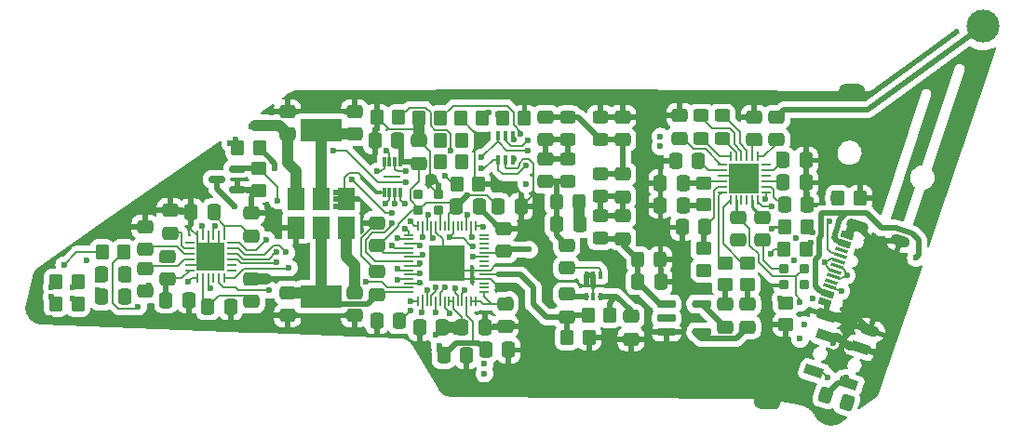
<source format=gbl>
%TF.GenerationSoftware,KiCad,Pcbnew,7.0.6*%
%TF.CreationDate,2023-07-20T08:42:54+02:00*%
%TF.ProjectId,dc_sdr,64635f73-6472-42e6-9b69-6361645f7063,rev?*%
%TF.SameCoordinates,Original*%
%TF.FileFunction,Copper,L4,Bot*%
%TF.FilePolarity,Positive*%
%FSLAX46Y46*%
G04 Gerber Fmt 4.6, Leading zero omitted, Abs format (unit mm)*
G04 Created by KiCad (PCBNEW 7.0.6) date 2023-07-20 08:42:54*
%MOMM*%
%LPD*%
G01*
G04 APERTURE LIST*
G04 Aperture macros list*
%AMRoundRect*
0 Rectangle with rounded corners*
0 $1 Rounding radius*
0 $2 $3 $4 $5 $6 $7 $8 $9 X,Y pos of 4 corners*
0 Add a 4 corners polygon primitive as box body*
4,1,4,$2,$3,$4,$5,$6,$7,$8,$9,$2,$3,0*
0 Add four circle primitives for the rounded corners*
1,1,$1+$1,$2,$3*
1,1,$1+$1,$4,$5*
1,1,$1+$1,$6,$7*
1,1,$1+$1,$8,$9*
0 Add four rect primitives between the rounded corners*
20,1,$1+$1,$2,$3,$4,$5,0*
20,1,$1+$1,$4,$5,$6,$7,0*
20,1,$1+$1,$6,$7,$8,$9,0*
20,1,$1+$1,$8,$9,$2,$3,0*%
%AMHorizOval*
0 Thick line with rounded ends*
0 $1 width*
0 $2 $3 position (X,Y) of the first rounded end (center of the circle)*
0 $4 $5 position (X,Y) of the second rounded end (center of the circle)*
0 Add line between two ends*
20,1,$1,$2,$3,$4,$5,0*
0 Add two circle primitives to create the rounded ends*
1,1,$1,$2,$3*
1,1,$1,$4,$5*%
%AMRotRect*
0 Rectangle, with rotation*
0 The origin of the aperture is its center*
0 $1 length*
0 $2 width*
0 $3 Rotation angle, in degrees counterclockwise*
0 Add horizontal line*
21,1,$1,$2,0,0,$3*%
G04 Aperture macros list end*
%TA.AperFunction,ComponentPad*%
%ADD10C,3.000000*%
%TD*%
%TA.AperFunction,SMDPad,CuDef*%
%ADD11RoundRect,0.250000X-0.450000X0.325000X-0.450000X-0.325000X0.450000X-0.325000X0.450000X0.325000X0*%
%TD*%
%TA.AperFunction,SMDPad,CuDef*%
%ADD12RoundRect,0.250000X0.337500X0.475000X-0.337500X0.475000X-0.337500X-0.475000X0.337500X-0.475000X0*%
%TD*%
%TA.AperFunction,SMDPad,CuDef*%
%ADD13RoundRect,0.250000X0.350000X0.450000X-0.350000X0.450000X-0.350000X-0.450000X0.350000X-0.450000X0*%
%TD*%
%TA.AperFunction,SMDPad,CuDef*%
%ADD14RoundRect,0.050000X-0.387500X-0.050000X0.387500X-0.050000X0.387500X0.050000X-0.387500X0.050000X0*%
%TD*%
%TA.AperFunction,SMDPad,CuDef*%
%ADD15RoundRect,0.050000X-0.050000X-0.387500X0.050000X-0.387500X0.050000X0.387500X-0.050000X0.387500X0*%
%TD*%
%TA.AperFunction,SMDPad,CuDef*%
%ADD16R,3.200000X3.200000*%
%TD*%
%TA.AperFunction,SMDPad,CuDef*%
%ADD17RoundRect,0.250000X-0.337500X-0.475000X0.337500X-0.475000X0.337500X0.475000X-0.337500X0.475000X0*%
%TD*%
%TA.AperFunction,SMDPad,CuDef*%
%ADD18RoundRect,0.250000X-0.475000X0.337500X-0.475000X-0.337500X0.475000X-0.337500X0.475000X0.337500X0*%
%TD*%
%TA.AperFunction,SMDPad,CuDef*%
%ADD19RoundRect,0.250000X-0.450000X0.350000X-0.450000X-0.350000X0.450000X-0.350000X0.450000X0.350000X0*%
%TD*%
%TA.AperFunction,SMDPad,CuDef*%
%ADD20R,0.300000X0.900000*%
%TD*%
%TA.AperFunction,SMDPad,CuDef*%
%ADD21R,1.650000X0.250000*%
%TD*%
%TA.AperFunction,SMDPad,CuDef*%
%ADD22RoundRect,0.250000X0.450000X-0.325000X0.450000X0.325000X-0.450000X0.325000X-0.450000X-0.325000X0*%
%TD*%
%TA.AperFunction,SMDPad,CuDef*%
%ADD23RoundRect,0.250000X0.475000X-0.337500X0.475000X0.337500X-0.475000X0.337500X-0.475000X-0.337500X0*%
%TD*%
%TA.AperFunction,SMDPad,CuDef*%
%ADD24RoundRect,0.062500X0.325000X0.062500X-0.325000X0.062500X-0.325000X-0.062500X0.325000X-0.062500X0*%
%TD*%
%TA.AperFunction,SMDPad,CuDef*%
%ADD25RoundRect,0.062500X0.062500X0.325000X-0.062500X0.325000X-0.062500X-0.325000X0.062500X-0.325000X0*%
%TD*%
%TA.AperFunction,SMDPad,CuDef*%
%ADD26R,2.800000X2.800000*%
%TD*%
%TA.AperFunction,SMDPad,CuDef*%
%ADD27RoundRect,0.250000X-0.325000X-0.450000X0.325000X-0.450000X0.325000X0.450000X-0.325000X0.450000X0*%
%TD*%
%TA.AperFunction,SMDPad,CuDef*%
%ADD28RoundRect,0.250000X-0.350000X-0.450000X0.350000X-0.450000X0.350000X0.450000X-0.350000X0.450000X0*%
%TD*%
%TA.AperFunction,SMDPad,CuDef*%
%ADD29RoundRect,0.250000X0.450000X-0.350000X0.450000X0.350000X-0.450000X0.350000X-0.450000X-0.350000X0*%
%TD*%
%TA.AperFunction,SMDPad,CuDef*%
%ADD30RoundRect,0.200000X-0.250000X0.200000X-0.250000X-0.200000X0.250000X-0.200000X0.250000X0.200000X0*%
%TD*%
%TA.AperFunction,SMDPad,CuDef*%
%ADD31RoundRect,0.062500X0.375000X0.062500X-0.375000X0.062500X-0.375000X-0.062500X0.375000X-0.062500X0*%
%TD*%
%TA.AperFunction,SMDPad,CuDef*%
%ADD32RoundRect,0.062500X0.062500X0.375000X-0.062500X0.375000X-0.062500X-0.375000X0.062500X-0.375000X0*%
%TD*%
%TA.AperFunction,SMDPad,CuDef*%
%ADD33R,2.500000X2.500000*%
%TD*%
%TA.AperFunction,SMDPad,CuDef*%
%ADD34RoundRect,0.250000X0.476347X0.313199X-0.186308X0.538785X-0.476347X-0.313199X0.186308X-0.538785X0*%
%TD*%
%TA.AperFunction,SMDPad,CuDef*%
%ADD35R,0.400000X0.650000*%
%TD*%
%TA.AperFunction,SMDPad,CuDef*%
%ADD36RotRect,0.900000X1.700000X71.200000*%
%TD*%
%TA.AperFunction,SMDPad,CuDef*%
%ADD37RoundRect,0.200000X0.250000X-0.200000X0.250000X0.200000X-0.250000X0.200000X-0.250000X-0.200000X0*%
%TD*%
%TA.AperFunction,SMDPad,CuDef*%
%ADD38R,1.500000X2.000000*%
%TD*%
%TA.AperFunction,SMDPad,CuDef*%
%ADD39R,3.800000X2.000000*%
%TD*%
%TA.AperFunction,SMDPad,CuDef*%
%ADD40RoundRect,0.150000X0.587500X0.150000X-0.587500X0.150000X-0.587500X-0.150000X0.587500X-0.150000X0*%
%TD*%
%TA.AperFunction,SMDPad,CuDef*%
%ADD41RoundRect,0.190000X0.635000X0.190000X-0.635000X0.190000X-0.635000X-0.190000X0.635000X-0.190000X0*%
%TD*%
%TA.AperFunction,SMDPad,CuDef*%
%ADD42RotRect,0.600000X1.150000X251.100000*%
%TD*%
%TA.AperFunction,SMDPad,CuDef*%
%ADD43RotRect,0.300000X1.150000X251.100000*%
%TD*%
%TA.AperFunction,ComponentPad*%
%ADD44HorizOval,1.000000X-0.378434X0.129567X0.378434X-0.129567X0*%
%TD*%
%TA.AperFunction,ComponentPad*%
%ADD45HorizOval,1.000000X-0.520347X0.178155X0.520347X-0.178155X0*%
%TD*%
%TA.AperFunction,SMDPad,CuDef*%
%ADD46R,0.400000X0.900000*%
%TD*%
%TA.AperFunction,ViaPad*%
%ADD47C,0.600000*%
%TD*%
%TA.AperFunction,Conductor*%
%ADD48C,0.200000*%
%TD*%
%TA.AperFunction,Conductor*%
%ADD49C,0.500000*%
%TD*%
%TA.AperFunction,Conductor*%
%ADD50C,1.000000*%
%TD*%
%TA.AperFunction,Conductor*%
%ADD51C,0.250000*%
%TD*%
G04 APERTURE END LIST*
D10*
%TO.P,REF\u002A\u002A,1*%
%TO.N,ANT*%
X216154000Y-71247000D03*
%TD*%
D11*
%TO.P,L6,1,1*%
%TO.N,Net-(C19-Pad1)*%
X181362250Y-88501000D03*
%TO.P,L6,2,2*%
%TO.N,Net-(C16-Pad1)*%
X181362250Y-90551000D03*
%TD*%
D12*
%TO.P,C47,1*%
%TO.N,+3.3V*%
X167010500Y-98679000D03*
%TO.P,C47,2*%
%TO.N,GND*%
X164935500Y-98679000D03*
%TD*%
D13*
%TO.P,R16,1*%
%TO.N,LEVER_CL*%
X170656000Y-79629000D03*
%TO.P,R16,2*%
%TO.N,GND*%
X168656000Y-79629000D03*
%TD*%
D12*
%TO.P,C8,1*%
%TO.N,Net-(C8-Pad1)*%
X188899500Y-87521000D03*
%TO.P,C8,2*%
%TO.N,GND*%
X186824500Y-87521000D03*
%TD*%
D14*
%TO.P,U1,1,IOVDD*%
%TO.N,+3.3V*%
X163948500Y-95437000D03*
%TO.P,U1,2,GPIO0*%
%TO.N,LCD0_BL*%
X163948500Y-95037000D03*
%TO.P,U1,3,GPIO1*%
%TO.N,LCD0_RS*%
X163948500Y-94637000D03*
%TO.P,U1,4,GPIO2*%
%TO.N,LCD0_CLK*%
X163948500Y-94237000D03*
%TO.P,U1,5,GPIO3*%
%TO.N,LCD0_MOSI*%
X163948500Y-93837000D03*
%TO.P,U1,6,GPIO4*%
%TO.N,LCD0_RST*%
X163948500Y-93437000D03*
%TO.P,U1,7,GPIO5*%
%TO.N,LCD0_TE*%
X163948500Y-93037000D03*
%TO.P,U1,8,GPIO6*%
%TO.N,I2C_BUS_SDA*%
X163948500Y-92637000D03*
%TO.P,U1,9,GPIO7*%
%TO.N,I2C_BUS_SCL*%
X163948500Y-92237000D03*
%TO.P,U1,10,IOVDD*%
%TO.N,+3.3V*%
X163948500Y-91837000D03*
%TO.P,U1,11,GPIO8*%
%TO.N,LEVER_L*%
X163948500Y-91437000D03*
%TO.P,U1,12,GPIO9*%
%TO.N,LEVER_CL*%
X163948500Y-91037000D03*
%TO.P,U1,13,GPIO10*%
%TO.N,LEVER_P*%
X163948500Y-90637000D03*
%TO.P,U1,14,GPIO11*%
%TO.N,LEVER_CR*%
X163948500Y-90237000D03*
D15*
%TO.P,U1,15,GPIO12*%
%TO.N,LEVER_R*%
X164786000Y-89399500D03*
%TO.P,U1,16,GPIO13*%
%TO.N,CODEC_RST*%
X165186000Y-89399500D03*
%TO.P,U1,17,GPIO14*%
%TO.N,I2S_SDA*%
X165586000Y-89399500D03*
%TO.P,U1,18,GPIO15*%
%TO.N,I2S_SCL*%
X165986000Y-89399500D03*
%TO.P,U1,19,TESTEN*%
%TO.N,GND*%
X166386000Y-89399500D03*
%TO.P,U1,20,XIN*%
%TO.N,MCU_CLK*%
X166786000Y-89399500D03*
%TO.P,U1,21,XOUT*%
%TO.N,unconnected-(U1-XOUT-Pad21)*%
X167186000Y-89399500D03*
%TO.P,U1,22,IOVDD*%
%TO.N,+3.3V*%
X167586000Y-89399500D03*
%TO.P,U1,23,DVDD*%
%TO.N,Net-(U1-VREG_VOUT)*%
X167986000Y-89399500D03*
%TO.P,U1,24,SWCLK*%
%TO.N,SWD_CLK*%
X168386000Y-89399500D03*
%TO.P,U1,25,SWD*%
%TO.N,SWD_DATA*%
X168786000Y-89399500D03*
%TO.P,U1,26,RUN*%
%TO.N,MCU_RESET*%
X169186000Y-89399500D03*
%TO.P,U1,27,GPIO16*%
%TO.N,I2S_WS*%
X169586000Y-89399500D03*
%TO.P,U1,28,GPIO17*%
%TO.N,I2S_MCLK*%
X169986000Y-89399500D03*
D14*
%TO.P,U1,29,GPIO18*%
%TO.N,unconnected-(U1-GPIO18-Pad29)*%
X170823500Y-90237000D03*
%TO.P,U1,30,GPIO19*%
%TO.N,unconnected-(U1-GPIO19-Pad30)*%
X170823500Y-90637000D03*
%TO.P,U1,31,GPIO20*%
%TO.N,unconnected-(U1-GPIO20-Pad31)*%
X170823500Y-91037000D03*
%TO.P,U1,32,GPIO21*%
%TO.N,unconnected-(U1-GPIO21-Pad32)*%
X170823500Y-91437000D03*
%TO.P,U1,33,IOVDD*%
%TO.N,+3.3V*%
X170823500Y-91837000D03*
%TO.P,U1,34,GPIO22*%
%TO.N,RGB_LEDS*%
X170823500Y-92237000D03*
%TO.P,U1,35,GPIO23*%
%TO.N,unconnected-(U1-GPIO23-Pad35)*%
X170823500Y-92637000D03*
%TO.P,U1,36,GPIO24*%
%TO.N,unconnected-(U1-GPIO24-Pad36)*%
X170823500Y-93037000D03*
%TO.P,U1,37,GPIO25*%
%TO.N,GND*%
X170823500Y-93437000D03*
%TO.P,U1,38,GPIO26_ADC0*%
%TO.N,ADC_IN*%
X170823500Y-93837000D03*
%TO.P,U1,39,GPIO27_ADC1*%
%TO.N,GND*%
X170823500Y-94237000D03*
%TO.P,U1,40,GPIO28_ADC2*%
%TO.N,unconnected-(U1-GPIO28_ADC2-Pad40)*%
X170823500Y-94637000D03*
%TO.P,U1,41,GPIO29_ADC3*%
%TO.N,unconnected-(U1-GPIO29_ADC3-Pad41)*%
X170823500Y-95037000D03*
%TO.P,U1,42,IOVDD*%
%TO.N,+3.3V*%
X170823500Y-95437000D03*
D15*
%TO.P,U1,43,ADC_AVDD*%
X169986000Y-96274500D03*
%TO.P,U1,44,VREG_IN*%
X169586000Y-96274500D03*
%TO.P,U1,45,VREG_VOUT*%
%TO.N,Net-(U1-VREG_VOUT)*%
X169186000Y-96274500D03*
%TO.P,U1,46,USB_DM*%
%TO.N,Net-(U1-USB_DM)*%
X168786000Y-96274500D03*
%TO.P,U1,47,USB_DP*%
%TO.N,Net-(U1-USB_DP)*%
X168386000Y-96274500D03*
%TO.P,U1,48,USB_VDD*%
%TO.N,+3.3V*%
X167986000Y-96274500D03*
%TO.P,U1,49,IOVDD*%
X167586000Y-96274500D03*
%TO.P,U1,50,DVDD*%
%TO.N,Net-(U1-VREG_VOUT)*%
X167186000Y-96274500D03*
%TO.P,U1,51,QSPI_SD3*%
%TO.N,FLASH_SD3*%
X166786000Y-96274500D03*
%TO.P,U1,52,QSPI_SCLK*%
%TO.N,FLASH_SCLK*%
X166386000Y-96274500D03*
%TO.P,U1,53,QSPI_SD0*%
%TO.N,FLASH_SD0*%
X165986000Y-96274500D03*
%TO.P,U1,54,QSPI_SD2*%
%TO.N,FLASH_SD2*%
X165586000Y-96274500D03*
%TO.P,U1,55,QSPI_SD1*%
%TO.N,FLASH_SD1*%
X165186000Y-96274500D03*
%TO.P,U1,56,QSPI_SS*%
%TO.N,FLASH_SS*%
X164786000Y-96274500D03*
D16*
%TO.P,U1,57,GND*%
%TO.N,GND*%
X167386000Y-92837000D03*
%TD*%
D17*
%TO.P,C16,1*%
%TO.N,Net-(C16-Pad1)*%
X184763500Y-94488000D03*
%TO.P,C16,2*%
%TO.N,GND*%
X186838500Y-94488000D03*
%TD*%
D18*
%TO.P,C28,1*%
%TO.N,Net-(U6-INL)*%
X139954000Y-93302000D03*
%TO.P,C28,2*%
%TO.N,GND*%
X139954000Y-95377000D03*
%TD*%
D19*
%TO.P,R5,1*%
%TO.N,Net-(U3-IF_P)*%
X192688000Y-92760000D03*
%TO.P,R5,2*%
%TO.N,Net-(C13-Pad1)*%
X192688000Y-94760000D03*
%TD*%
D18*
%TO.P,C6,1*%
%TO.N,ANT*%
X197387000Y-79498500D03*
%TO.P,C6,2*%
%TO.N,Net-(U3-RF_in)*%
X197387000Y-81573500D03*
%TD*%
D12*
%TO.P,C27,1*%
%TO.N,Net-(U6-HPL)*%
X138070500Y-93853000D03*
%TO.P,C27,2*%
%TO.N,AUDIO_L*%
X135995500Y-93853000D03*
%TD*%
D17*
%TO.P,C44,1*%
%TO.N,GND*%
X161014500Y-98044000D03*
%TO.P,C44,2*%
%TO.N,Net-(U1-VREG_VOUT)*%
X163089500Y-98044000D03*
%TD*%
D18*
%TO.P,C19,1*%
%TO.N,Net-(C19-Pad1)*%
X183394250Y-88488500D03*
%TO.P,C19,2*%
%TO.N,Net-(C16-Pad1)*%
X183394250Y-90563500D03*
%TD*%
D19*
%TO.P,R2,1*%
%TO.N,Net-(J1-CC2)*%
X198247000Y-96409000D03*
%TO.P,R2,2*%
%TO.N,GND*%
X198247000Y-98409000D03*
%TD*%
D18*
%TO.P,C50,1*%
%TO.N,+3.3V*%
X172704000Y-96490000D03*
%TO.P,C50,2*%
%TO.N,GND*%
X172704000Y-98565000D03*
%TD*%
%TO.P,C10,1*%
%TO.N,GND*%
X188595000Y-79344500D03*
%TO.P,C10,2*%
%TO.N,+3.3V*%
X188595000Y-81419500D03*
%TD*%
D20*
%TO.P,U8,1,QSPI_SS*%
%TO.N,FLASH_SS*%
X163183000Y-86363000D03*
%TO.P,U8,2,QSPI_SD1*%
%TO.N,FLASH_SD1*%
X162683000Y-86363000D03*
%TO.P,U8,3,QSPI_SD2*%
%TO.N,FLASH_SD2*%
X162183000Y-86363000D03*
%TO.P,U8,4,GND*%
%TO.N,GND*%
X161683000Y-86363000D03*
%TO.P,U8,5,QSPI_SD0*%
%TO.N,FLASH_SD0*%
X161683000Y-83563000D03*
%TO.P,U8,6,QSPI_SCLK*%
%TO.N,FLASH_SCLK*%
X162183000Y-83563000D03*
%TO.P,U8,7,QSPI_SD3*%
%TO.N,FLASH_SD3*%
X162683000Y-83563000D03*
%TO.P,U8,8,VCC*%
%TO.N,+3.3V*%
X163183000Y-83563000D03*
D21*
%TO.P,U8,9*%
%TO.N,N/C*%
X162433000Y-84963000D03*
%TD*%
D13*
%TO.P,R9,1*%
%TO.N,+3.3V*%
X182229000Y-97536000D03*
%TO.P,R9,2*%
%TO.N,ADC_IN*%
X180229000Y-97536000D03*
%TD*%
D22*
%TO.P,L9,1,1*%
%TO.N,Net-(C18-Pad1)*%
X178435000Y-85374500D03*
%TO.P,L9,2,2*%
%TO.N,Net-(C21-Pad1)*%
X178435000Y-83324500D03*
%TD*%
D23*
%TO.P,C38,1*%
%TO.N,VBUS*%
X152908000Y-81047500D03*
%TO.P,C38,2*%
%TO.N,GND*%
X152908000Y-78972500D03*
%TD*%
D24*
%TO.P,U3,1*%
%TO.N,N/C*%
X196424500Y-83840000D03*
%TO.P,U3,2,VCC*%
%TO.N,+3.3V*%
X196424500Y-84340000D03*
%TO.P,U3,3,LT*%
%TO.N,unconnected-(U3-LT-Pad3)*%
X196424500Y-84840000D03*
%TO.P,U3,4,DET1*%
%TO.N,Net-(U3-DET1)*%
X196424500Y-85340000D03*
%TO.P,U3,5,DET2*%
%TO.N,Net-(U3-DET2)*%
X196424500Y-85840000D03*
%TO.P,U3,6,SCL*%
%TO.N,Net-(U3-SCL)*%
X196424500Y-86340000D03*
D25*
%TO.P,U3,7,SDA*%
%TO.N,Net-(U3-SDA)*%
X195687000Y-87077500D03*
%TO.P,U3,8,XTAL_I*%
%TO.N,Net-(U3-XTAL_I)*%
X195187000Y-87077500D03*
%TO.P,U3,9,XTAL_O*%
%TO.N,unconnected-(U3-XTAL_O-Pad9)*%
X194687000Y-87077500D03*
%TO.P,U3,10,CLK_out*%
%TO.N,unconnected-(U3-CLK_out-Pad10)*%
X194187000Y-87077500D03*
%TO.P,U3,11,VCC*%
%TO.N,+3.3V*%
X193687000Y-87077500D03*
%TO.P,U3,12,IF_N*%
%TO.N,Net-(U3-IF_N)*%
X193187000Y-87077500D03*
D24*
%TO.P,U3,13,IF_P*%
%TO.N,Net-(U3-IF_P)*%
X192449500Y-86340000D03*
%TO.P,U3,14,IF_AGC*%
%TO.N,Net-(U3-IF_AGC)*%
X192449500Y-85840000D03*
%TO.P,U3,15,PLL_CP*%
%TO.N,Net-(U3-PLL_CP)*%
X192449500Y-85340000D03*
%TO.P,U3,16,GND*%
%TO.N,GND*%
X192449500Y-84840000D03*
%TO.P,U3,17,VDD_PLL*%
%TO.N,Net-(U3-VDD_PLL)*%
X192449500Y-84340000D03*
%TO.P,U3,18,VCC*%
%TO.N,+3.3V*%
X192449500Y-83840000D03*
D25*
%TO.P,U3,19,TF2N*%
%TO.N,Net-(U3-TF2N)*%
X193187000Y-83102500D03*
%TO.P,U3,20,TF2P*%
%TO.N,Net-(U3-TF2P)*%
X193687000Y-83102500D03*
%TO.P,U3,21,TF1N*%
%TO.N,Net-(U3-TF1N)*%
X194187000Y-83102500D03*
%TO.P,U3,22,TF1P*%
%TO.N,Net-(U3-TF1P)*%
X194687000Y-83102500D03*
%TO.P,U3,23,VCC*%
%TO.N,+3.3V*%
X195187000Y-83102500D03*
%TO.P,U3,24,RF_in*%
%TO.N,Net-(U3-RF_in)*%
X195687000Y-83102500D03*
D26*
%TO.P,U3,25,GND*%
%TO.N,GND*%
X194437000Y-85090000D03*
%TD*%
D27*
%TO.P,L3,1,1*%
%TO.N,Net-(C16-Pad1)*%
X184776000Y-92456000D03*
%TO.P,L3,2,2*%
%TO.N,GND*%
X186826000Y-92456000D03*
%TD*%
D12*
%TO.P,C26,1*%
%TO.N,Net-(U6-HPR)*%
X138070500Y-95885000D03*
%TO.P,C26,2*%
%TO.N,AUDIO_R*%
X135995500Y-95885000D03*
%TD*%
%TO.P,C7,1*%
%TO.N,Net-(U3-PLL_CP)*%
X188899500Y-85489000D03*
%TO.P,C7,2*%
%TO.N,GND*%
X186824500Y-85489000D03*
%TD*%
%TO.P,C33,1*%
%TO.N,GND*%
X147742500Y-96774000D03*
%TO.P,C33,2*%
%TO.N,+1V8*%
X145667500Y-96774000D03*
%TD*%
D18*
%TO.P,C20,1*%
%TO.N,Net-(C17-Pad1)*%
X183394250Y-84678500D03*
%TO.P,C20,2*%
%TO.N,Net-(C19-Pad1)*%
X183394250Y-86753500D03*
%TD*%
D17*
%TO.P,C48,1*%
%TO.N,+3.3V*%
X168761500Y-98679000D03*
%TO.P,C48,2*%
%TO.N,GND*%
X170836500Y-98679000D03*
%TD*%
D28*
%TO.P,R10,1*%
%TO.N,ADC_IN*%
X178324000Y-99568000D03*
%TO.P,R10,2*%
%TO.N,GND*%
X180324000Y-99568000D03*
%TD*%
D29*
%TO.P,R3,1*%
%TO.N,IF_GAIN*%
X190754000Y-93456000D03*
%TO.P,R3,2*%
%TO.N,Net-(U3-IF_AGC)*%
X190754000Y-91456000D03*
%TD*%
D18*
%TO.P,C11,1*%
%TO.N,GND*%
X195355000Y-79498500D03*
%TO.P,C11,2*%
%TO.N,+3.3V*%
X195355000Y-81573500D03*
%TD*%
D30*
%TO.P,X2,1,Tri-State*%
%TO.N,unconnected-(X2-Tri-State-Pad1)*%
X164810000Y-86524000D03*
%TO.P,X2,2,GND*%
%TO.N,GND*%
X166660000Y-86524000D03*
%TO.P,X2,3,OUT*%
%TO.N,MCU_CLK*%
X166660000Y-87974000D03*
%TO.P,X2,4,VDD*%
%TO.N,+3.3V*%
X164810000Y-87974000D03*
%TD*%
D17*
%TO.P,C3,1*%
%TO.N,Net-(U3-DET2)*%
X198098500Y-87503000D03*
%TO.P,C3,2*%
%TO.N,GND*%
X200173500Y-87503000D03*
%TD*%
D23*
%TO.P,C46,1*%
%TO.N,+3.3V*%
X161036000Y-91207500D03*
%TO.P,C46,2*%
%TO.N,GND*%
X161036000Y-89132500D03*
%TD*%
%TO.P,C53,1*%
%TO.N,+3.3V*%
X164834000Y-83711500D03*
%TO.P,C53,2*%
%TO.N,GND*%
X164834000Y-81636500D03*
%TD*%
D13*
%TO.P,R18,1*%
%TO.N,LEVER_CR*%
X163036000Y-79502000D03*
%TO.P,R18,2*%
%TO.N,GND*%
X161036000Y-79502000D03*
%TD*%
D23*
%TO.P,C31,1*%
%TO.N,Net-(U6-AVdd)*%
X142006000Y-94255500D03*
%TO.P,C31,2*%
%TO.N,GND*%
X142006000Y-92180500D03*
%TD*%
D12*
%TO.P,C54,1*%
%TO.N,+3.3V*%
X162950500Y-81661000D03*
%TO.P,C54,2*%
%TO.N,GND*%
X160875500Y-81661000D03*
%TD*%
D23*
%TO.P,C25,1*%
%TO.N,GND*%
X184150000Y-99716500D03*
%TO.P,C25,2*%
%TO.N,+3.3V*%
X184150000Y-97641500D03*
%TD*%
D12*
%TO.P,C1,1*%
%TO.N,GND*%
X172995500Y-100711000D03*
%TO.P,C1,2*%
%TO.N,Net-(U1-VREG_VOUT)*%
X170920500Y-100711000D03*
%TD*%
D22*
%TO.P,L1,1,1*%
%TO.N,Net-(U3-TF2P)*%
X192434000Y-81416000D03*
%TO.P,L1,2,2*%
%TO.N,Net-(U3-TF1P)*%
X192434000Y-79366000D03*
%TD*%
D23*
%TO.P,C30,1*%
%TO.N,Net-(U6-REF)*%
X142240000Y-90064500D03*
%TO.P,C30,2*%
%TO.N,GND*%
X142240000Y-87989500D03*
%TD*%
D31*
%TO.P,U6,1,MCLK*%
%TO.N,I2S_MCLK*%
X147870500Y-90962000D03*
%TO.P,U6,2,BCLK*%
%TO.N,I2S_SCL*%
X147870500Y-91462000D03*
%TO.P,U6,3,WCLK*%
%TO.N,I2S_WS*%
X147870500Y-91962000D03*
%TO.P,U6,4,DIN/MFP1*%
%TO.N,I2S_SDA*%
X147870500Y-92462000D03*
%TO.P,U6,5,DOUT/MFP2*%
%TO.N,unconnected-(U6-DOUT{slash}MFP2-Pad5)*%
X147870500Y-92962000D03*
%TO.P,U6,6,DMDIN/MFP3*%
%TO.N,unconnected-(U6-DMDIN{slash}MFP3-Pad6)*%
X147870500Y-93462000D03*
D32*
%TO.P,U6,7,SCL/SS*%
%TO.N,I2C_BUS_SCL*%
X147183000Y-94149500D03*
%TO.P,U6,8,SDA/MOSI*%
%TO.N,I2C_BUS_SDA*%
X146683000Y-94149500D03*
%TO.P,U6,9,DMCLK/MFP4*%
%TO.N,unconnected-(U6-DMCLK{slash}MFP4-Pad9)*%
X146183000Y-94149500D03*
%TO.P,U6,10,HPR*%
%TO.N,Net-(U6-HPR)*%
X145683000Y-94149500D03*
%TO.P,U6,11,LDOin*%
%TO.N,+1V8*%
X145183000Y-94149500D03*
%TO.P,U6,12,HPL*%
%TO.N,Net-(U6-HPL)*%
X144683000Y-94149500D03*
D31*
%TO.P,U6,13,AVdd*%
%TO.N,Net-(U6-AVdd)*%
X143995500Y-93462000D03*
%TO.P,U6,14,AVss*%
%TO.N,GND*%
X143995500Y-92962000D03*
%TO.P,U6,15,INL*%
%TO.N,Net-(U6-INL)*%
X143995500Y-92462000D03*
%TO.P,U6,16,INR*%
%TO.N,Net-(U6-INR)*%
X143995500Y-91962000D03*
%TO.P,U6,17,REF*%
%TO.N,Net-(U6-REF)*%
X143995500Y-91462000D03*
%TO.P,U6,18,MICBIAS*%
%TO.N,unconnected-(U6-MICBIAS-Pad18)*%
X143995500Y-90962000D03*
D32*
%TO.P,U6,19,SPI_SELECT*%
%TO.N,GND*%
X144683000Y-90274500D03*
%TO.P,U6,20,RESET*%
%TO.N,CODEC_RST*%
X145183000Y-90274500D03*
%TO.P,U6,21,DVss*%
%TO.N,GND*%
X145683000Y-90274500D03*
%TO.P,U6,22,DVdd*%
%TO.N,+1V8*%
X146183000Y-90274500D03*
%TO.P,U6,23,IOVss*%
%TO.N,GND*%
X146683000Y-90274500D03*
%TO.P,U6,24,IOVdd*%
%TO.N,+3.3V*%
X147183000Y-90274500D03*
D33*
%TO.P,U6,25*%
%TO.N,N/C*%
X145933000Y-92212000D03*
%TD*%
D22*
%TO.P,L2,1,1*%
%TO.N,Net-(U3-TF2N)*%
X190529000Y-81416000D03*
%TO.P,L2,2,2*%
%TO.N,Net-(U3-TF1N)*%
X190529000Y-79366000D03*
%TD*%
D13*
%TO.P,R17,1*%
%TO.N,LEVER_P*%
X166846000Y-79629000D03*
%TO.P,R17,2*%
%TO.N,GND*%
X164846000Y-79629000D03*
%TD*%
D23*
%TO.P,C17,1*%
%TO.N,Net-(C17-Pad1)*%
X183388000Y-81555500D03*
%TO.P,C17,2*%
%TO.N,GND*%
X183388000Y-79480500D03*
%TD*%
D22*
%TO.P,L8,1,1*%
%TO.N,Net-(C21-Pad1)*%
X178435000Y-81564500D03*
%TO.P,L8,2,2*%
%TO.N,Net-(C17-Pad1)*%
X178435000Y-79514500D03*
%TD*%
D17*
%TO.P,C18,1*%
%TO.N,Net-(C18-Pad1)*%
X177397500Y-89281000D03*
%TO.P,C18,2*%
%TO.N,GND*%
X179472500Y-89281000D03*
%TD*%
D13*
%TO.P,R21,1*%
%TO.N,FLASH_SS*%
X138033000Y-91821000D03*
%TO.P,R21,2*%
%TO.N,Net-(BOOT1-A)*%
X136033000Y-91821000D03*
%TD*%
%TO.P,R8,1*%
%TO.N,I2C_BUS_SCL*%
X200136000Y-89535000D03*
%TO.P,R8,2*%
%TO.N,Net-(U3-SCL)*%
X198136000Y-89535000D03*
%TD*%
D17*
%TO.P,C4,1*%
%TO.N,GND*%
X188806000Y-89535000D03*
%TO.P,C4,2*%
%TO.N,Net-(U3-IF_AGC)*%
X190881000Y-89535000D03*
%TD*%
D12*
%TO.P,C52,1*%
%TO.N,GND*%
X174138500Y-87630000D03*
%TO.P,C52,2*%
%TO.N,+3.3V*%
X172063500Y-87630000D03*
%TD*%
D17*
%TO.P,C45,1*%
%TO.N,+3.3V*%
X168253500Y-87630000D03*
%TO.P,C45,2*%
%TO.N,GND*%
X170328500Y-87630000D03*
%TD*%
D28*
%TO.P,R22,1*%
%TO.N,+3.3V*%
X131842000Y-96510000D03*
%TO.P,R22,2*%
%TO.N,I2C_BUS_SDA*%
X133842000Y-96510000D03*
%TD*%
D34*
%TO.P,R20,1*%
%TO.N,+3.3V*%
X203765649Y-105478266D03*
%TO.P,R20,2*%
%TO.N,MCU_RESET*%
X201872351Y-104833734D03*
%TD*%
D17*
%TO.P,C2,1*%
%TO.N,Net-(U3-DET1)*%
X197993000Y-85471000D03*
%TO.P,C2,2*%
%TO.N,GND*%
X200068000Y-85471000D03*
%TD*%
D27*
%TO.P,L5,1,1*%
%TO.N,Net-(C18-Pad1)*%
X177388500Y-87249000D03*
%TO.P,L5,2,2*%
%TO.N,GND*%
X179438500Y-87249000D03*
%TD*%
D28*
%TO.P,R19,1*%
%TO.N,LEVER_R*%
X168291000Y-85598000D03*
%TO.P,R19,2*%
%TO.N,GND*%
X170291000Y-85598000D03*
%TD*%
D19*
%TO.P,R6,1*%
%TO.N,Net-(U3-IF_N)*%
X194720000Y-92760000D03*
%TO.P,R6,2*%
%TO.N,Net-(C14-Pad1)*%
X194720000Y-94760000D03*
%TD*%
D18*
%TO.P,C23,1*%
%TO.N,Net-(C23-Pad1)*%
X178292000Y-95631000D03*
%TO.P,C23,2*%
%TO.N,ADC_IN*%
X178292000Y-97706000D03*
%TD*%
D23*
%TO.P,C29,1*%
%TO.N,Net-(U6-INR)*%
X139954000Y-91567000D03*
%TO.P,C29,2*%
%TO.N,GND*%
X139954000Y-89492000D03*
%TD*%
D22*
%TO.P,L4,1,1*%
%TO.N,Net-(C17-Pad1)*%
X181356000Y-81543000D03*
%TO.P,L4,2,2*%
%TO.N,GND*%
X181356000Y-79493000D03*
%TD*%
D23*
%TO.P,C21,1*%
%TO.N,Net-(C21-Pad1)*%
X176403000Y-81555500D03*
%TO.P,C21,2*%
%TO.N,Net-(C17-Pad1)*%
X176403000Y-79480500D03*
%TD*%
D28*
%TO.P,R13,1*%
%TO.N,VBUS*%
X148352000Y-82296000D03*
%TO.P,R13,2*%
%TO.N,Net-(Display1-LEDA)*%
X150352000Y-82296000D03*
%TD*%
%TO.P,R23,1*%
%TO.N,+3.3V*%
X131842000Y-94488000D03*
%TO.P,R23,2*%
%TO.N,I2C_BUS_SCL*%
X133842000Y-94488000D03*
%TD*%
D18*
%TO.P,C24,1*%
%TO.N,Net-(C18-Pad1)*%
X178308000Y-91164500D03*
%TO.P,C24,2*%
%TO.N,Net-(C24-Pad2)*%
X178308000Y-93239500D03*
%TD*%
D28*
%TO.P,R1,1*%
%TO.N,Net-(J1-CC1)*%
X202962000Y-86868000D03*
%TO.P,R1,2*%
%TO.N,GND*%
X204962000Y-86868000D03*
%TD*%
D18*
%TO.P,C14,1*%
%TO.N,Net-(C14-Pad1)*%
X194749000Y-96550500D03*
%TO.P,C14,2*%
%TO.N,IF_N*%
X194749000Y-98625500D03*
%TD*%
D23*
%TO.P,C39,1*%
%TO.N,+1V8*%
X159004000Y-81047500D03*
%TO.P,C39,2*%
%TO.N,GND*%
X159004000Y-78972500D03*
%TD*%
D13*
%TO.P,R12,1*%
%TO.N,USB_DP*%
X168767000Y-81661000D03*
%TO.P,R12,2*%
%TO.N,Net-(U1-USB_DP)*%
X166767000Y-81661000D03*
%TD*%
D35*
%TO.P,U4,1,Vcc*%
%TO.N,+3.3V*%
X181371000Y-95819000D03*
%TO.P,U4,2,G*%
%TO.N,GND*%
X180721000Y-95819000D03*
%TO.P,U4,3*%
%TO.N,Net-(C23-Pad1)*%
X180071000Y-95819000D03*
%TO.P,U4,4,G*%
%TO.N,GND*%
X180071000Y-93919000D03*
%TO.P,U4,5,G*%
X180721000Y-93919000D03*
%TO.P,U4,6*%
%TO.N,Net-(C24-Pad2)*%
X181371000Y-93919000D03*
%TD*%
D18*
%TO.P,C34,1*%
%TO.N,GND*%
X149626000Y-94232500D03*
%TO.P,C34,2*%
%TO.N,+1V8*%
X149626000Y-96307500D03*
%TD*%
D23*
%TO.P,C9,1*%
%TO.N,GND*%
X193929000Y-90699500D03*
%TO.P,C9,2*%
%TO.N,+3.3V*%
X193929000Y-88624500D03*
%TD*%
D36*
%TO.P,RESET1,1,A*%
%TO.N,MCU_RESET*%
X203922148Y-103717304D03*
%TO.P,RESET1,2,B*%
%TO.N,GND*%
X205017852Y-100498696D03*
%TD*%
D19*
%TO.P,R11,1*%
%TO.N,LCD0_BL*%
X150319500Y-84156000D03*
%TO.P,R11,2*%
%TO.N,GND*%
X150319500Y-86156000D03*
%TD*%
D13*
%TO.P,R7,1*%
%TO.N,I2C_BUS_SDA*%
X200038000Y-91544000D03*
%TO.P,R7,2*%
%TO.N,Net-(U3-SDA)*%
X198038000Y-91544000D03*
%TD*%
D18*
%TO.P,C35,1*%
%TO.N,GND*%
X149626000Y-88263500D03*
%TO.P,C35,2*%
%TO.N,+3.3V*%
X149626000Y-90338500D03*
%TD*%
D11*
%TO.P,L7,1,1*%
%TO.N,Net-(C17-Pad1)*%
X181362250Y-84691000D03*
%TO.P,L7,2,2*%
%TO.N,Net-(C19-Pad1)*%
X181362250Y-86741000D03*
%TD*%
D12*
%TO.P,C5,1*%
%TO.N,Net-(U3-VDD_PLL)*%
X190296500Y-83457000D03*
%TO.P,C5,2*%
%TO.N,GND*%
X188221500Y-83457000D03*
%TD*%
%TO.P,C43,1*%
%TO.N,GND*%
X169185500Y-101219000D03*
%TO.P,C43,2*%
%TO.N,Net-(U1-VREG_VOUT)*%
X167110500Y-101219000D03*
%TD*%
D23*
%TO.P,C22,1*%
%TO.N,Net-(C18-Pad1)*%
X176403000Y-85387000D03*
%TO.P,C22,2*%
%TO.N,Net-(C21-Pad1)*%
X176403000Y-83312000D03*
%TD*%
D12*
%TO.P,C12,1*%
%TO.N,GND*%
X200068000Y-83439000D03*
%TO.P,C12,2*%
%TO.N,+3.3V*%
X197993000Y-83439000D03*
%TD*%
D13*
%TO.P,R14,1*%
%TO.N,USB_DN*%
X168767000Y-83566000D03*
%TO.P,R14,2*%
%TO.N,Net-(U1-USB_DM)*%
X166767000Y-83566000D03*
%TD*%
D23*
%TO.P,C15,1*%
%TO.N,Net-(X1-OUT)*%
X196117000Y-90717500D03*
%TO.P,C15,2*%
%TO.N,Net-(U3-XTAL_I)*%
X196117000Y-88642500D03*
%TD*%
D37*
%TO.P,X1,1,Tri-State*%
%TO.N,unconnected-(X1-Tri-State-Pad1)*%
X199872000Y-94770000D03*
%TO.P,X1,2,GND*%
%TO.N,GND*%
X198022000Y-94770000D03*
%TO.P,X1,3,OUT*%
%TO.N,Net-(X1-OUT)*%
X198022000Y-93320000D03*
%TO.P,X1,4,VDD*%
%TO.N,+3.3V*%
X199872000Y-93320000D03*
%TD*%
D19*
%TO.P,R4,1*%
%TO.N,Net-(U3-PLL_CP)*%
X190732500Y-85487000D03*
%TO.P,R4,2*%
%TO.N,Net-(C8-Pad1)*%
X190732500Y-87487000D03*
%TD*%
D38*
%TO.P,U11,1,GND*%
%TO.N,GND*%
X158256000Y-86970000D03*
%TO.P,U11,2,VO*%
%TO.N,+1V8*%
X155956000Y-86970000D03*
D39*
X155956000Y-80670000D03*
D38*
%TO.P,U11,3,VI*%
%TO.N,VBUS*%
X153656000Y-86970000D03*
%TD*%
D36*
%TO.P,BOOT1,1,A*%
%TO.N,Net-(BOOT1-A)*%
X200796312Y-102653183D03*
%TO.P,BOOT1,2,B*%
%TO.N,GND*%
X201892016Y-99434575D03*
%TD*%
D18*
%TO.P,C37,1*%
%TO.N,+3.3V*%
X152908000Y-95482500D03*
%TO.P,C37,2*%
%TO.N,GND*%
X152908000Y-97557500D03*
%TD*%
D23*
%TO.P,C49,1*%
%TO.N,+3.3V*%
X172577000Y-91707000D03*
%TO.P,C49,2*%
%TO.N,GND*%
X172577000Y-89632000D03*
%TD*%
D18*
%TO.P,C13,1*%
%TO.N,Net-(C13-Pad1)*%
X192717000Y-96550500D03*
%TO.P,C13,2*%
%TO.N,IF_P*%
X192717000Y-98625500D03*
%TD*%
D17*
%TO.P,C36,1*%
%TO.N,GND*%
X144143500Y-88138000D03*
%TO.P,C36,2*%
%TO.N,+3.3V*%
X146218500Y-88138000D03*
%TD*%
D23*
%TO.P,C51,1*%
%TO.N,+3.3V*%
X161036000Y-95652500D03*
%TO.P,C51,2*%
%TO.N,GND*%
X161036000Y-93577500D03*
%TD*%
D28*
%TO.P,R15,1*%
%TO.N,LEVER_L*%
X172466000Y-79629000D03*
%TO.P,R15,2*%
%TO.N,GND*%
X174466000Y-79629000D03*
%TD*%
D40*
%TO.P,Q1,1,G*%
%TO.N,LCD0_BL*%
X148336000Y-84206000D03*
%TO.P,Q1,2,S*%
%TO.N,GND*%
X148336000Y-86106000D03*
%TO.P,Q1,3,D*%
%TO.N,LCD0_LEDK*%
X146461000Y-85156000D03*
%TD*%
D38*
%TO.P,U7,1,GND*%
%TO.N,GND*%
X153656000Y-89560000D03*
%TO.P,U7,2,VO*%
%TO.N,+3.3V*%
X155956000Y-89560000D03*
D39*
X155956000Y-95860000D03*
D38*
%TO.P,U7,3,VI*%
%TO.N,VBUS*%
X158256000Y-89560000D03*
%TD*%
D41*
%TO.P,TR2,1*%
%TO.N,Net-(C16-Pad1)*%
X187386000Y-96520000D03*
%TO.P,TR2,2*%
%TO.N,N/C*%
X187386000Y-97790000D03*
%TO.P,TR2,3*%
%TO.N,GND*%
X187386000Y-99060000D03*
%TO.P,TR2,4*%
%TO.N,IF_N*%
X190566000Y-99060000D03*
%TO.P,TR2,6*%
%TO.N,IF_P*%
X190566000Y-96520000D03*
%TD*%
D17*
%TO.P,C32,1*%
%TO.N,Net-(U6-AVdd)*%
X141857500Y-96159000D03*
%TO.P,C32,2*%
%TO.N,GND*%
X143932500Y-96159000D03*
%TD*%
D42*
%TO.P,J1,A1,GND*%
%TO.N,GND*%
X203802942Y-90268511D03*
%TO.P,J1,A4,VBUS*%
%TO.N,VBUS*%
X203543808Y-91025379D03*
D43*
%TO.P,J1,A5,CC1*%
%TO.N,Net-(J1-CC1)*%
X203171303Y-92113377D03*
%TO.P,J1,A6,D+*%
%TO.N,USB_DP*%
X202847385Y-93059463D03*
%TO.P,J1,A7,D-*%
%TO.N,USB_DN*%
X202685427Y-93532505D03*
%TO.P,J1,A8,SBU1*%
%TO.N,unconnected-(J1-SBU1-PadA8)*%
X202361509Y-94478591D03*
D42*
%TO.P,J1,A9,VBUS*%
%TO.N,VBUS*%
X201989004Y-95566589D03*
%TO.P,J1,A12,GND*%
%TO.N,GND*%
X201729870Y-96323457D03*
%TO.P,J1,B1,GND*%
X201729870Y-96323457D03*
%TO.P,J1,B4,VBUS*%
%TO.N,VBUS*%
X201989004Y-95566589D03*
D43*
%TO.P,J1,B5,CC2*%
%TO.N,Net-(J1-CC2)*%
X202199550Y-94951633D03*
%TO.P,J1,B6,D+*%
%TO.N,USB_DP*%
X202523468Y-94005548D03*
%TO.P,J1,B7,D-*%
%TO.N,USB_DN*%
X203009344Y-92586420D03*
%TO.P,J1,B8,SBU2*%
%TO.N,unconnected-(J1-SBU2-PadB8)*%
X203333261Y-91640335D03*
D42*
%TO.P,J1,B9,VBUS*%
%TO.N,VBUS*%
X203543808Y-91025379D03*
%TO.P,J1,B12,GND*%
%TO.N,GND*%
X203802942Y-90268511D03*
D44*
%TO.P,J1,S1,SHIELD*%
X208664365Y-90749122D03*
D45*
X204709728Y-89395148D03*
D44*
X205865719Y-98923300D03*
D45*
X201911082Y-97569325D03*
%TD*%
D46*
%TO.P,U5,1,VDD*%
%TO.N,+3.3V*%
X173370000Y-83396000D03*
%TO.P,U5,2,GND*%
%TO.N,GND*%
X172720000Y-83396000D03*
%TO.P,U5,3,SCL*%
%TO.N,I2C_BUS_SCL*%
X172070000Y-83396000D03*
%TO.P,U5,4,SDA*%
%TO.N,I2C_BUS_SDA*%
X172070000Y-81196000D03*
%TO.P,U5,5,W*%
%TO.N,IF_GAIN*%
X172720000Y-81196000D03*
%TO.P,U5,6,H*%
%TO.N,+3.3V*%
X173370000Y-81196000D03*
%TD*%
D18*
%TO.P,C42,1*%
%TO.N,VBUS*%
X159004000Y-95482500D03*
%TO.P,C42,2*%
%TO.N,GND*%
X159004000Y-97557500D03*
%TD*%
D47*
%TO.N,Net-(J1-CC1)*%
X202184000Y-89027000D03*
%TO.N,GND*%
X149987000Y-85852000D03*
X149225000Y-94615000D03*
%TO.N,LCD0_BL*%
X160020000Y-94488000D03*
X152019000Y-87122000D03*
%TO.N,+3.3V*%
X173482000Y-83312000D03*
X173482000Y-81534000D03*
%TO.N,I2C_BUS_SDA*%
X170561000Y-83185000D03*
%TO.N,+3.3V*%
X174879000Y-91567000D03*
X173101000Y-96139000D03*
X168275000Y-99060000D03*
%TO.N,GND*%
X173355000Y-98298000D03*
%TO.N,+3.3V*%
X199517000Y-96393000D03*
%TO.N,GND*%
X179578000Y-89281000D03*
X140335000Y-94869000D03*
X141478000Y-92456000D03*
X151511000Y-79121000D03*
X194437000Y-84074000D03*
X193421000Y-85090000D03*
X215773000Y-74422000D03*
X194437000Y-85090000D03*
X145923000Y-92202000D03*
X157353000Y-86995000D03*
X129794000Y-96647000D03*
X151511000Y-88011000D03*
X193421000Y-86106000D03*
X194437000Y-86106000D03*
X167132000Y-93091000D03*
X193421000Y-84074000D03*
X157353000Y-87630000D03*
X156083000Y-98425000D03*
X167132000Y-92456000D03*
X186055000Y-89916000D03*
X195453000Y-86106000D03*
X195453000Y-84074000D03*
X153670000Y-90551000D03*
X202438000Y-84328000D03*
X195453000Y-85090000D03*
X202184000Y-106807000D03*
X193929000Y-91059000D03*
X184531000Y-103251000D03*
X157353000Y-86360000D03*
X130175000Y-97536000D03*
X131318000Y-97790000D03*
%TO.N,Net-(U1-VREG_VOUT)*%
X167640000Y-97409000D03*
X164084000Y-97155000D03*
X166751000Y-100330000D03*
X167640000Y-90424000D03*
X169799000Y-91313000D03*
%TO.N,+3.3V*%
X154432000Y-95250000D03*
%TO.N,GND*%
X166878000Y-103759000D03*
%TO.N,+3.3V*%
X155956000Y-95250000D03*
X194056000Y-88392000D03*
X157480000Y-96520000D03*
X157480000Y-95250000D03*
X169291000Y-86614000D03*
X154432000Y-96520000D03*
X195834000Y-81915000D03*
X155194000Y-95250000D03*
X154813000Y-95885000D03*
%TO.N,GND*%
X167259000Y-104267000D03*
%TO.N,+3.3V*%
X156718000Y-96520000D03*
X131445000Y-95885000D03*
%TO.N,GND*%
X202565000Y-100076000D03*
%TO.N,+3.3V*%
X155575000Y-95885000D03*
X188214000Y-81788000D03*
X157099000Y-95885000D03*
X182753000Y-95885000D03*
X155956000Y-96520000D03*
X131445000Y-94996000D03*
%TO.N,GND*%
X167894000Y-104521000D03*
%TO.N,+3.3V*%
X149225000Y-90043000D03*
X166370000Y-99314000D03*
X203962000Y-105918000D03*
X197612000Y-82931000D03*
X156337000Y-95885000D03*
X156718000Y-95250000D03*
X155194000Y-96520000D03*
%TO.N,VBUS*%
X148209000Y-81534000D03*
X153670000Y-86614000D03*
X210312000Y-91821000D03*
X158242000Y-91694000D03*
X147701000Y-81915000D03*
X150368000Y-80137000D03*
X153670000Y-87249000D03*
X210058000Y-92329000D03*
X158242000Y-92329000D03*
X149606000Y-80391000D03*
%TO.N,Net-(J1-CC1)*%
X202565000Y-86868000D03*
%TO.N,USB_DP*%
X169037000Y-81661000D03*
X170815000Y-101981000D03*
X203761656Y-93909894D03*
%TO.N,USB_DN*%
X169037000Y-83566000D03*
X201761326Y-92692297D03*
X170815000Y-102870000D03*
%TO.N,Net-(J1-CC2)*%
X197739000Y-96012000D03*
X203270523Y-95352588D03*
%TO.N,IF_GAIN*%
X190754000Y-93726000D03*
X174752000Y-81661000D03*
%TO.N,I2C_BUS_SDA*%
X151257000Y-95250000D03*
X174752000Y-82550000D03*
X200533000Y-90932000D03*
X133350000Y-96012000D03*
X162433000Y-89154000D03*
%TO.N,Net-(U3-SDA)*%
X196977000Y-87630000D03*
X196850000Y-91948000D03*
%TO.N,I2C_BUS_SCL*%
X174625000Y-83947000D03*
X170561000Y-84201000D03*
X153035000Y-93218000D03*
X133350000Y-94996000D03*
X165227000Y-92075000D03*
X200660000Y-90043000D03*
%TO.N,Net-(U3-SCL)*%
X196977000Y-89662000D03*
X196342000Y-86995000D03*
%TO.N,LCD0_RS*%
X164973000Y-94615000D03*
%TO.N,LCD0_CLK*%
X162941000Y-94361000D03*
%TO.N,LCD0_MOSI*%
X164973000Y-93726000D03*
X158750000Y-85217000D03*
X162433000Y-88265000D03*
%TO.N,LCD0_RST*%
X162941000Y-93345000D03*
%TO.N,LCD0_TE*%
X163703000Y-85471000D03*
X157099000Y-82550000D03*
X164973000Y-92837000D03*
%TO.N,I2S_SDA*%
X165735000Y-88392000D03*
X151892000Y-92710000D03*
%TO.N,I2S_SCL*%
X166116000Y-90551000D03*
X152781000Y-91821000D03*
%TO.N,Net-(U1-USB_DP)*%
X166497000Y-81661000D03*
X168148000Y-95123000D03*
%TO.N,Net-(U1-USB_DM)*%
X169037000Y-95250000D03*
X166497000Y-83566000D03*
%TO.N,LEVER_L*%
X162433000Y-91186000D03*
X199009000Y-92583000D03*
X172085000Y-79248000D03*
%TO.N,LEVER_CL*%
X199136000Y-90551000D03*
X164973000Y-91186000D03*
X171196000Y-79121000D03*
%TO.N,LEVER_P*%
X200660000Y-96012000D03*
X162941000Y-90551000D03*
X174117000Y-81026000D03*
%TO.N,LEVER_CR*%
X163576000Y-89662000D03*
X167767000Y-82550000D03*
X199517000Y-99695000D03*
%TO.N,MCU_RESET*%
X203708000Y-103251000D03*
X169291000Y-88392000D03*
%TO.N,LEVER_R*%
X167259000Y-84836000D03*
X199898000Y-98425000D03*
X164084000Y-89027000D03*
%TO.N,I2S_MCLK*%
X151003000Y-90678000D03*
X170688000Y-89535000D03*
%TO.N,FLASH_SD3*%
X163703000Y-84455000D03*
X167259000Y-94996000D03*
%TO.N,FLASH_SCLK*%
X166370000Y-97282000D03*
X161925000Y-82550000D03*
%TO.N,FLASH_SD0*%
X161036000Y-84455000D03*
X166370000Y-94996000D03*
%TO.N,FLASH_SD2*%
X161798000Y-87376000D03*
X165608000Y-95250000D03*
%TO.N,FLASH_SD1*%
X165100000Y-97282000D03*
X162687000Y-87376000D03*
%TO.N,FLASH_SS*%
X164084000Y-96266000D03*
X139319000Y-96774000D03*
X163576000Y-87376000D03*
%TO.N,LCD0_LEDK*%
X186817000Y-81280000D03*
X148082000Y-87630000D03*
%TO.N,Net-(Display1-LEDA)*%
X186817000Y-82169000D03*
X151765000Y-84201000D03*
%TO.N,Net-(U6-HPR)*%
X138430000Y-95504000D03*
X145923000Y-95123000D03*
%TO.N,AUDIO_R*%
X135636000Y-95250000D03*
%TO.N,Net-(U6-HPL)*%
X138430000Y-94361000D03*
X143891000Y-94488000D03*
%TO.N,AUDIO_L*%
X135636000Y-94361000D03*
%TO.N,+1V8*%
X157480000Y-80010000D03*
X155575000Y-80645000D03*
X157480000Y-81280000D03*
X155194000Y-80010000D03*
X155956000Y-80010000D03*
X157099000Y-80645000D03*
X155956000Y-81280000D03*
X154813000Y-80645000D03*
X156718000Y-81280000D03*
X146304000Y-89408000D03*
X155194000Y-81280000D03*
X156718000Y-80010000D03*
X145415000Y-96901000D03*
X156337000Y-80645000D03*
%TO.N,I2S_WS*%
X169672000Y-90424000D03*
X151892000Y-91821000D03*
%TO.N,CODEC_RST*%
X165227000Y-90424000D03*
X145161000Y-89408000D03*
%TO.N,RGB_LEDS*%
X134620000Y-92583000D03*
X169799000Y-92202000D03*
%TO.N,Net-(BOOT1-A)*%
X132588000Y-92964000D03*
X174625000Y-85598000D03*
X202057000Y-103251000D03*
%TD*%
D48*
%TO.N,GND*%
X172085000Y-94869000D02*
X172055025Y-94839025D01*
X171958000Y-94839025D02*
X172055025Y-94839025D01*
X171355975Y-94237000D02*
X171958000Y-94839025D01*
X170823500Y-94237000D02*
X171355975Y-94237000D01*
X171358000Y-93437000D02*
X171831000Y-92964000D01*
X170823500Y-93437000D02*
X171358000Y-93437000D01*
X166386000Y-89972470D02*
X166386000Y-89399500D01*
X167040000Y-90626471D02*
X166386000Y-89972470D01*
X167040000Y-92491000D02*
X167040000Y-90626471D01*
X167386000Y-92837000D02*
X167040000Y-92491000D01*
D49*
%TO.N,VBUS*%
X200917196Y-92454753D02*
X201283000Y-92088949D01*
X201283000Y-92088949D02*
X201283000Y-90480661D01*
X201283000Y-90480661D02*
X201410000Y-90353661D01*
X201317337Y-95337935D02*
X200917196Y-94937794D01*
X200917196Y-94937794D02*
X200917196Y-92454753D01*
X201410000Y-90353661D02*
X201410000Y-88380000D01*
X201989004Y-95566590D02*
X201317337Y-95337935D01*
D48*
%TO.N,Net-(J1-CC1)*%
X202057000Y-90320692D02*
X201989254Y-90519694D01*
X201989254Y-91496551D02*
X202311000Y-91818297D01*
X202057000Y-89154000D02*
X202057000Y-90320692D01*
X202184000Y-89027000D02*
X202057000Y-89154000D01*
X202311000Y-91818297D02*
X203112785Y-92091247D01*
X201989254Y-90519694D02*
X201989254Y-91496551D01*
X202271214Y-91804753D02*
X202311000Y-91818297D01*
D49*
%TO.N,VBUS*%
X203054670Y-88900377D02*
X203054670Y-89096723D01*
X203962000Y-88265000D02*
X203690047Y-88265000D01*
X203690047Y-88265000D02*
X203054670Y-88900377D01*
X203962000Y-88265000D02*
X205613000Y-88265000D01*
X203581000Y-88265000D02*
X203962000Y-88265000D01*
X202583329Y-90481277D02*
X203054670Y-89096723D01*
X202872141Y-90796725D02*
X202692000Y-90616584D01*
X203543808Y-91025379D02*
X202872141Y-90796725D01*
X203581000Y-88265000D02*
X201525000Y-88265000D01*
X201525000Y-88265000D02*
X201410000Y-88380000D01*
%TO.N,GND*%
X149987000Y-85852000D02*
X150319500Y-86156000D01*
X204003696Y-100498696D02*
X205017852Y-100498696D01*
X202939575Y-99434575D02*
X204003696Y-100498696D01*
X201892016Y-99434575D02*
X202939575Y-99434575D01*
D48*
%TO.N,I2C_BUS_SCL*%
X152908000Y-93345000D02*
X153035000Y-93218000D01*
X148601000Y-93667183D02*
X148923183Y-93345000D01*
X148923183Y-93345000D02*
X152908000Y-93345000D01*
X148133151Y-94149500D02*
X148601000Y-93681651D01*
X147183000Y-94149500D02*
X148133151Y-94149500D01*
X148601000Y-93681651D02*
X148601000Y-93667183D01*
D49*
%TO.N,VBUS*%
X208221366Y-89593311D02*
X209722808Y-90107371D01*
X205613000Y-88265000D02*
X206941311Y-89593311D01*
X210312000Y-90696563D02*
X210312000Y-91821000D01*
X206941311Y-89593311D02*
X208221366Y-89593311D01*
X209722808Y-90107371D02*
X210312000Y-90696563D01*
D50*
%TO.N,GND*%
X150008500Y-94232500D02*
X151001500Y-94232500D01*
D49*
X149626000Y-88263500D02*
X149626000Y-86849500D01*
X149626000Y-86849500D02*
X149987000Y-85852000D01*
D48*
%TO.N,LCD0_BL*%
X161461817Y-94488000D02*
X160020000Y-94488000D01*
X162010817Y-95037000D02*
X161461817Y-94488000D01*
X163948500Y-95037000D02*
X162010817Y-95037000D01*
X152019000Y-85855500D02*
X152019000Y-87122000D01*
X150319500Y-84156000D02*
X152019000Y-85855500D01*
%TO.N,GND*%
X175260000Y-86508500D02*
X174138500Y-87630000D01*
X175260000Y-83733471D02*
X175260000Y-86508500D01*
X174873529Y-83347000D02*
X175260000Y-83733471D01*
X174376471Y-83347000D02*
X174873529Y-83347000D01*
X174025000Y-83698471D02*
X174376471Y-83347000D01*
X174025000Y-83912000D02*
X174025000Y-83698471D01*
X173791000Y-84146000D02*
X174025000Y-83912000D01*
X172820000Y-84146000D02*
X173791000Y-84146000D01*
X172720000Y-84046000D02*
X172820000Y-84146000D01*
X172720000Y-83396000D02*
X172720000Y-84046000D01*
%TO.N,I2C_BUS_SCL*%
X173863000Y-84709000D02*
X174625000Y-83947000D01*
X174625000Y-83947000D02*
X174752000Y-83947000D01*
X172070000Y-83396000D02*
X172070000Y-84313000D01*
X172070000Y-84313000D02*
X172466000Y-84709000D01*
X172466000Y-84709000D02*
X173863000Y-84709000D01*
%TO.N,I2C_BUS_SDA*%
X172847000Y-82550000D02*
X174752000Y-82550000D01*
X172100000Y-81803000D02*
X172847000Y-82550000D01*
X172070000Y-81803000D02*
X172100000Y-81803000D01*
%TO.N,IF_GAIN*%
X174279000Y-82134000D02*
X174752000Y-81661000D01*
X173233471Y-82134000D02*
X174279000Y-82134000D01*
X172720000Y-81196000D02*
X172720000Y-81620529D01*
X172720000Y-81620529D02*
X173233471Y-82134000D01*
%TO.N,Net-(U1-VREG_VOUT)*%
X169186000Y-96274500D02*
X169186000Y-97513183D01*
X169186000Y-97513183D02*
X169799000Y-98126183D01*
X169799000Y-98126183D02*
X169799000Y-100044000D01*
D49*
X169799000Y-100044000D02*
X170253500Y-100044000D01*
X168285500Y-100044000D02*
X169799000Y-100044000D01*
%TO.N,MCU_RESET*%
X202988781Y-103717304D02*
X201872351Y-104833734D01*
X203922148Y-103717304D02*
X202988781Y-103717304D01*
D48*
%TO.N,GND*%
X158115000Y-86829000D02*
X158256000Y-86970000D01*
X158501471Y-84617000D02*
X158115000Y-85003471D01*
X159390471Y-84617000D02*
X158501471Y-84617000D01*
X158115000Y-85003471D02*
X158115000Y-86829000D01*
X161136471Y-86363000D02*
X159390471Y-84617000D01*
X161683000Y-86363000D02*
X161136471Y-86363000D01*
%TO.N,LCD0_TE*%
X158242000Y-82550000D02*
X157099000Y-82550000D01*
X163703000Y-85471000D02*
X161163000Y-85471000D01*
X161163000Y-85471000D02*
X158242000Y-82550000D01*
%TO.N,LCD0_MOSI*%
X158790471Y-85217000D02*
X158750000Y-85217000D01*
X161838471Y-88265000D02*
X158790471Y-85217000D01*
X162433000Y-88265000D02*
X161838471Y-88265000D01*
%TO.N,GND*%
X159611000Y-92152500D02*
X161036000Y-93577500D01*
X159611000Y-90476497D02*
X159611000Y-92152500D01*
X161036000Y-89132500D02*
X160954997Y-89132500D01*
X160954997Y-89132500D02*
X159611000Y-90476497D01*
%TO.N,+1V8*%
X146692500Y-95749000D02*
X145667500Y-96774000D01*
X149067500Y-95749000D02*
X146692500Y-95749000D01*
X149626000Y-96307500D02*
X149067500Y-95749000D01*
X145183000Y-96162500D02*
X145667500Y-96647000D01*
X145183000Y-94149500D02*
X145183000Y-96162500D01*
%TO.N,Net-(U6-INR)*%
X140228000Y-91293000D02*
X139954000Y-91567000D01*
X142810662Y-91293000D02*
X140228000Y-91293000D01*
X143479662Y-91962000D02*
X142810662Y-91293000D01*
X143995500Y-91962000D02*
X143479662Y-91962000D01*
%TO.N,Net-(U6-REF)*%
X142261500Y-90043000D02*
X142240000Y-90064500D01*
X143545348Y-91462000D02*
X143256000Y-91172652D01*
X143256000Y-91172652D02*
X143256000Y-90043000D01*
X143995500Y-91462000D02*
X143545348Y-91462000D01*
X143256000Y-90043000D02*
X142261500Y-90043000D01*
%TO.N,I2C_BUS_SDA*%
X171943000Y-81803000D02*
X172070000Y-81803000D01*
X170561000Y-83185000D02*
X171943000Y-81803000D01*
X170561000Y-83312000D02*
X170561000Y-83185000D01*
%TO.N,GND*%
X162170000Y-80636000D02*
X161036000Y-79502000D01*
X164825000Y-80636000D02*
X162170000Y-80636000D01*
D50*
X164834000Y-80645000D02*
X164834000Y-79641000D01*
X164834000Y-81636500D02*
X164834000Y-80645000D01*
D48*
X164834000Y-80645000D02*
X164825000Y-80636000D01*
X165867000Y-85731000D02*
X166660000Y-86524000D01*
X165867000Y-82669500D02*
X165867000Y-85731000D01*
X164834000Y-81636500D02*
X165867000Y-82669500D01*
D49*
%TO.N,+3.3V*%
X172717000Y-91567000D02*
X172577000Y-91707000D01*
X174879000Y-91567000D02*
X172717000Y-91567000D01*
%TO.N,Net-(U1-VREG_VOUT)*%
X170253500Y-100044000D02*
X170920500Y-100711000D01*
X167110500Y-101219000D02*
X168285500Y-100044000D01*
X166751000Y-100859500D02*
X167110500Y-101219000D01*
X166751000Y-100330000D02*
X166751000Y-100859500D01*
D50*
%TO.N,+3.3V*%
X167894000Y-98679000D02*
X168761500Y-98679000D01*
D49*
%TO.N,Net-(U1-VREG_VOUT)*%
X170920500Y-100711000D02*
X170920500Y-100814839D01*
D48*
%TO.N,+3.3V*%
X199517000Y-96101183D02*
X199517000Y-96393000D01*
X199122000Y-95706183D02*
X199517000Y-96101183D01*
X199122000Y-94070000D02*
X199122000Y-95706183D01*
X199172000Y-94020000D02*
X199122000Y-94070000D01*
%TO.N,GND*%
X192449500Y-84840000D02*
X194187000Y-84840000D01*
X194187000Y-84840000D02*
X194437000Y-85090000D01*
X180721000Y-95819000D02*
X180721000Y-94742000D01*
D50*
X179578000Y-89386500D02*
X179472500Y-89281000D01*
X179578000Y-89281000D02*
X179578000Y-89386500D01*
X179472500Y-89281000D02*
X179578000Y-89281000D01*
D48*
X145183000Y-92962000D02*
X145933000Y-92212000D01*
X143995500Y-92962000D02*
X145183000Y-92962000D01*
X144143500Y-89735000D02*
X144143500Y-88138000D01*
X144683000Y-90274500D02*
X144143500Y-89735000D01*
X145683000Y-91962000D02*
X145933000Y-92212000D01*
X145683000Y-90274500D02*
X145683000Y-91962000D01*
X146683000Y-91462000D02*
X145933000Y-92212000D01*
X146683000Y-90274500D02*
X146683000Y-91462000D01*
X144733000Y-91012000D02*
X145933000Y-92212000D01*
X144733000Y-90324500D02*
X144733000Y-91012000D01*
X144683000Y-90274500D02*
X144733000Y-90324500D01*
D49*
X204511744Y-97569325D02*
X205865719Y-98923300D01*
X201911082Y-97569325D02*
X204511744Y-97569325D01*
X206063702Y-90749122D02*
X208664365Y-90749122D01*
X204709728Y-89395148D02*
X206063702Y-90749122D01*
X203836365Y-90268511D02*
X204709728Y-89395148D01*
X203802942Y-90268511D02*
X203836365Y-90268511D01*
X201911082Y-96504669D02*
X201729870Y-96323457D01*
X201911082Y-97569325D02*
X201911082Y-96504669D01*
X180071000Y-93919000D02*
X180721000Y-93919000D01*
D48*
X169961000Y-85268000D02*
X170291000Y-85598000D01*
D49*
X170328500Y-87630000D02*
X170328500Y-87697449D01*
X172263051Y-89632000D02*
X172577000Y-89632000D01*
D50*
X151003000Y-94234000D02*
X151001500Y-94232500D01*
D49*
X170328500Y-87697449D02*
X172263051Y-89632000D01*
D50*
X164834000Y-79641000D02*
X164846000Y-79629000D01*
D48*
X170823500Y-94237000D02*
X168786000Y-94237000D01*
X170823500Y-93437000D02*
X167986000Y-93437000D01*
D50*
X170328500Y-85635500D02*
X170291000Y-85598000D01*
D48*
X167986000Y-93437000D02*
X167386000Y-92837000D01*
D49*
X180071000Y-94727000D02*
X180086000Y-94742000D01*
D48*
X168786000Y-94237000D02*
X167386000Y-92837000D01*
X169961000Y-80934000D02*
X169961000Y-85268000D01*
D49*
X180721000Y-93919000D02*
X180721000Y-94742000D01*
D50*
X179438500Y-87249000D02*
X179438500Y-89247000D01*
D48*
X168656000Y-79629000D02*
X169961000Y-80934000D01*
X166660000Y-86524000D02*
X166734000Y-86598000D01*
D49*
X180071000Y-93919000D02*
X180071000Y-94727000D01*
D50*
X179438500Y-89247000D02*
X179472500Y-89281000D01*
D48*
%TO.N,Net-(U1-VREG_VOUT)*%
X167986000Y-90078000D02*
X167640000Y-90424000D01*
X167640000Y-97282000D02*
X167640000Y-97409000D01*
X167186000Y-96274500D02*
X167186000Y-96828000D01*
X167640000Y-90424000D02*
X167767000Y-90551000D01*
X167767000Y-90551000D02*
X168900000Y-90551000D01*
X167767000Y-97409000D02*
X167767000Y-97409000D01*
X167186000Y-96828000D02*
X167640000Y-97282000D01*
X163089500Y-98044000D02*
X163195000Y-98044000D01*
X167986000Y-89399500D02*
X167986000Y-90078000D01*
X163195000Y-98044000D02*
X164084000Y-97155000D01*
X169535000Y-91186000D02*
X169672000Y-91186000D01*
X167640000Y-97409000D02*
X167767000Y-97409000D01*
X168900000Y-90551000D02*
X169535000Y-91186000D01*
%TO.N,Net-(U3-DET1)*%
X196424500Y-85340000D02*
X197862000Y-85340000D01*
X197862000Y-85340000D02*
X197993000Y-85471000D01*
%TO.N,Net-(U3-DET2)*%
X197877000Y-87503000D02*
X197993000Y-87503000D01*
X197133000Y-86759000D02*
X197877000Y-87503000D01*
X196424500Y-85840000D02*
X196849000Y-85840000D01*
X197133000Y-86124000D02*
X197133000Y-86759000D01*
X196849000Y-85840000D02*
X197133000Y-86124000D01*
D49*
%TO.N,Net-(U3-IF_AGC)*%
X190754000Y-91456000D02*
X190754000Y-89662000D01*
D48*
X191732500Y-88683500D02*
X191732500Y-86156848D01*
D49*
X190754000Y-89662000D02*
X190881000Y-89535000D01*
D48*
X190881000Y-89535000D02*
X191732500Y-88683500D01*
X191732500Y-86156848D02*
X192049348Y-85840000D01*
X192049348Y-85840000D02*
X192449500Y-85840000D01*
%TO.N,Net-(U3-VDD_PLL)*%
X192449500Y-84340000D02*
X191179500Y-84340000D01*
X191179500Y-84340000D02*
X190296500Y-83457000D01*
D49*
%TO.N,ANT*%
X216154000Y-71247000D02*
X205678891Y-78829714D01*
X198055786Y-78829714D02*
X197387000Y-79498500D01*
X205678891Y-78829714D02*
X198055786Y-78829714D01*
D48*
%TO.N,Net-(U3-RF_in)*%
X196217500Y-83102500D02*
X197387000Y-81933000D01*
X197387000Y-81933000D02*
X197387000Y-81573500D01*
X195687000Y-83102500D02*
X196217500Y-83102500D01*
D49*
%TO.N,Net-(U3-PLL_CP)*%
X188899500Y-85489000D02*
X190730500Y-85489000D01*
X190716500Y-85471000D02*
X190732500Y-85487000D01*
D48*
X192449500Y-85340000D02*
X190879500Y-85340000D01*
X190879500Y-85340000D02*
X190732500Y-85487000D01*
D49*
X190730500Y-85489000D02*
X190732500Y-85487000D01*
%TO.N,Net-(C8-Pad1)*%
X190698500Y-87521000D02*
X190732500Y-87487000D01*
X188899500Y-87521000D02*
X190698500Y-87521000D01*
D48*
%TO.N,+3.3V*%
X194954000Y-89649500D02*
X193929000Y-88624500D01*
X164834000Y-83711500D02*
X164834000Y-85342893D01*
X167897500Y-87274000D02*
X165510000Y-87274000D01*
X149330500Y-90043000D02*
X149626000Y-90338500D01*
D49*
X164834000Y-83711500D02*
X164685500Y-83563000D01*
D48*
X161228029Y-91207500D02*
X163033000Y-89402529D01*
X189006500Y-81564500D02*
X189865000Y-82423000D01*
X172704000Y-96490000D02*
X171450000Y-96490000D01*
X167986000Y-96274500D02*
X167986000Y-96906471D01*
D49*
X182814000Y-95819000D02*
X182753000Y-95885000D01*
D48*
X163948500Y-95437000D02*
X161251500Y-95437000D01*
D49*
X161036000Y-95652500D02*
X160168500Y-96520000D01*
D48*
X196424500Y-84340000D02*
X197092000Y-84340000D01*
X148664000Y-89376500D02*
X149225000Y-89937500D01*
X164810000Y-87761471D02*
X164810000Y-87974000D01*
X167986000Y-96906471D02*
X168761500Y-97681971D01*
D50*
X155956000Y-89560000D02*
X155956000Y-95504000D01*
D48*
X172447000Y-91837000D02*
X172577000Y-91707000D01*
X172063500Y-87630000D02*
X171038500Y-86605000D01*
X165510000Y-87274000D02*
X164810000Y-87974000D01*
X195720000Y-92723000D02*
X195720000Y-91961000D01*
X192309000Y-83840000D02*
X192449500Y-83840000D01*
X147320000Y-89376500D02*
X147183000Y-89376500D01*
X168761500Y-97681971D02*
X168761500Y-98679000D01*
D49*
X163283000Y-81993500D02*
X163283000Y-83563000D01*
D48*
X170823500Y-95437000D02*
X170823500Y-95863500D01*
D49*
X182229000Y-97536000D02*
X182229000Y-96409000D01*
D48*
X170658000Y-96490000D02*
X170442500Y-96274500D01*
X149225000Y-90043000D02*
X149330500Y-90043000D01*
X195187000Y-81741500D02*
X195187000Y-83102500D01*
X199872000Y-93320000D02*
X199172000Y-94020000D01*
D50*
X167010500Y-98679000D02*
X167894000Y-98679000D01*
D48*
X170823500Y-95863500D02*
X171450000Y-96490000D01*
X167586000Y-89399500D02*
X167586000Y-88297500D01*
X194954000Y-91195000D02*
X194954000Y-89649500D01*
X189865000Y-82423000D02*
X190892000Y-82423000D01*
X147183000Y-89376500D02*
X146218500Y-88412000D01*
D49*
X160168500Y-96520000D02*
X157480000Y-96520000D01*
D48*
X163948500Y-91837000D02*
X161665500Y-91837000D01*
X164834000Y-85342893D02*
X164060000Y-86116893D01*
D51*
X194056000Y-88392000D02*
X193834500Y-88392000D01*
D48*
X161665500Y-91837000D02*
X161036000Y-91207500D01*
X195355000Y-81573500D02*
X195187000Y-81741500D01*
X170823500Y-91837000D02*
X172447000Y-91837000D01*
X163033000Y-89229471D02*
X164288471Y-87974000D01*
X197017000Y-94020000D02*
X195720000Y-92723000D01*
X197092000Y-84340000D02*
X197993000Y-83439000D01*
X161036000Y-91207500D02*
X161228029Y-91207500D01*
X161251500Y-95437000D02*
X161036000Y-95652500D01*
X171038500Y-86605000D02*
X169300000Y-86605000D01*
X164060000Y-87011471D02*
X164810000Y-87761471D01*
X167586000Y-96274500D02*
X167986000Y-96274500D01*
X147183000Y-89376500D02*
X148664000Y-89376500D01*
X163033000Y-89402529D02*
X163033000Y-89229471D01*
X164060000Y-86116893D02*
X164060000Y-87011471D01*
D49*
X182229000Y-96409000D02*
X182753000Y-95885000D01*
D48*
X199172000Y-94020000D02*
X197017000Y-94020000D01*
D51*
X194085000Y-88642500D02*
X194056000Y-88613500D01*
X193834500Y-88392000D02*
X193687000Y-88244500D01*
D49*
X169291000Y-86614000D02*
X169269500Y-86614000D01*
D50*
X152908000Y-95482500D02*
X155578500Y-95482500D01*
D48*
X170442500Y-96274500D02*
X169986000Y-96274500D01*
X190892000Y-82423000D02*
X192309000Y-83840000D01*
D49*
X169269500Y-86614000D02*
X168253500Y-87630000D01*
D48*
X147183000Y-90274500D02*
X147183000Y-89376500D01*
X171450000Y-96490000D02*
X170658000Y-96490000D01*
X169586000Y-96274500D02*
X169986000Y-96274500D01*
D49*
X182753000Y-95885000D02*
X181371000Y-95819000D01*
D51*
X194056000Y-88613500D02*
X194056000Y-88392000D01*
D48*
X167586000Y-88297500D02*
X168253500Y-87630000D01*
D50*
X155578500Y-95482500D02*
X155956000Y-95860000D01*
D49*
X184150000Y-97641500D02*
X184150000Y-97663000D01*
D48*
X168253500Y-87630000D02*
X167897500Y-87274000D01*
X195720000Y-91961000D02*
X194954000Y-91195000D01*
D49*
X164685500Y-83563000D02*
X163283000Y-83563000D01*
X184150000Y-97155000D02*
X182814000Y-95819000D01*
D48*
X149225000Y-89937500D02*
X149225000Y-90043000D01*
D49*
X162950500Y-81661000D02*
X163283000Y-81993500D01*
X184150000Y-97663000D02*
X184150000Y-97155000D01*
D48*
X188595000Y-81564500D02*
X189006500Y-81564500D01*
D50*
X155956000Y-95504000D02*
X155575000Y-95885000D01*
D48*
X169300000Y-86605000D02*
X169291000Y-86614000D01*
X195101000Y-81573500D02*
X195187000Y-81659500D01*
X164288471Y-87974000D02*
X164810000Y-87974000D01*
D51*
X193687000Y-88244500D02*
X193687000Y-87077500D01*
D49*
%TO.N,Net-(C13-Pad1)*%
X192688000Y-96521500D02*
X192717000Y-96550500D01*
X192688000Y-94760000D02*
X192688000Y-96521500D01*
%TO.N,IF_P*%
X190566000Y-96520000D02*
X190611500Y-96520000D01*
X190611500Y-96520000D02*
X192717000Y-98625500D01*
X189931000Y-96520000D02*
X190611500Y-96520000D01*
%TO.N,Net-(C14-Pad1)*%
X194720000Y-94760000D02*
X194720000Y-96521500D01*
X194720000Y-96521500D02*
X194749000Y-96550500D01*
%TO.N,IF_N*%
X194818000Y-98694500D02*
X194749000Y-98625500D01*
X190534000Y-99663000D02*
X193711500Y-99663000D01*
X189931000Y-99060000D02*
X190534000Y-99663000D01*
X193711500Y-99663000D02*
X194749000Y-98625500D01*
%TO.N,VBUS*%
X210312000Y-91821000D02*
X210312000Y-92075000D01*
D50*
X153656000Y-84441000D02*
X152908000Y-83693000D01*
X153656000Y-86970000D02*
X153656000Y-86628000D01*
X152124500Y-80264000D02*
X150368000Y-80264000D01*
X158256000Y-91708000D02*
X158242000Y-91694000D01*
X158256000Y-91680000D02*
X158256000Y-89560000D01*
X153656000Y-86628000D02*
X153670000Y-86614000D01*
X159004000Y-95482500D02*
X159004000Y-92964000D01*
X153670000Y-86614000D02*
X153656000Y-86600000D01*
X158256000Y-92216000D02*
X158256000Y-91708000D01*
X150368000Y-80264000D02*
X149987000Y-80264000D01*
X152908000Y-83693000D02*
X152908000Y-81047500D01*
D49*
X210312000Y-92075000D02*
X210058000Y-92329000D01*
D50*
X158242000Y-91694000D02*
X158256000Y-91680000D01*
X152908000Y-81047500D02*
X152124500Y-80264000D01*
X153656000Y-86600000D02*
X153656000Y-84441000D01*
X159004000Y-92964000D02*
X158256000Y-92216000D01*
D48*
%TO.N,Net-(J1-CC1)*%
X203188533Y-92104899D02*
X203171303Y-92113377D01*
%TO.N,USB_DP*%
X203761656Y-93909894D02*
X203602054Y-93555890D01*
X203425451Y-94074657D02*
X203761656Y-93909894D01*
X203602054Y-93555890D02*
X203460483Y-93268179D01*
X203139621Y-94215304D02*
X203425451Y-94074657D01*
X203460483Y-93268179D02*
X202847385Y-93059463D01*
X202523468Y-94005548D02*
X203139621Y-94215304D01*
%TO.N,USB_DN*%
X202685426Y-93532506D02*
X202072329Y-93323790D01*
X202393192Y-92376665D02*
X203009345Y-92586420D01*
X202072329Y-93323790D02*
X201930758Y-93036079D01*
X202107361Y-92517311D02*
X202393192Y-92376665D01*
X201761326Y-92692297D02*
X202107361Y-92517311D01*
X201930758Y-93036079D02*
X201761326Y-92692297D01*
%TO.N,Net-(J1-CC2)*%
X203270523Y-95352588D02*
X202221045Y-94995316D01*
X202221045Y-94995316D02*
X202199550Y-94951634D01*
%TO.N,Net-(U3-TF2P)*%
X192434000Y-81561000D02*
X192545652Y-81561000D01*
X192561000Y-81552000D02*
X192561000Y-81576348D01*
X192545652Y-81561000D02*
X193687000Y-82702348D01*
X193687000Y-82702348D02*
X193687000Y-83102500D01*
%TO.N,Net-(U3-TF1P)*%
X194056000Y-80854748D02*
X192712252Y-79511000D01*
X194687000Y-83102500D02*
X194687000Y-82535000D01*
X192712252Y-79511000D02*
X192434000Y-79511000D01*
X194056000Y-81904000D02*
X194056000Y-80854748D01*
X194687000Y-82535000D02*
X194056000Y-81904000D01*
%TO.N,Net-(U3-TF2N)*%
X193187000Y-83102500D02*
X192229843Y-83102500D01*
X192229843Y-83102500D02*
X190688343Y-81561000D01*
X190688343Y-81561000D02*
X190529000Y-81561000D01*
%TO.N,Net-(U3-TF1N)*%
X193106818Y-80536000D02*
X193548000Y-80977182D01*
X193548000Y-80977182D02*
X193548000Y-81997662D01*
X193548000Y-81997662D02*
X194187000Y-82636662D01*
X194187000Y-82636662D02*
X194187000Y-83102500D01*
X191554000Y-80536000D02*
X193106818Y-80536000D01*
X190529000Y-79511000D02*
X191554000Y-80536000D01*
%TO.N,Net-(U3-IF_P)*%
X192161000Y-86628500D02*
X192161000Y-92233000D01*
X192449500Y-86340000D02*
X192161000Y-86628500D01*
X192161000Y-92233000D02*
X192688000Y-92760000D01*
%TO.N,Net-(U3-IF_N)*%
X194720000Y-92760000D02*
X194265817Y-92760000D01*
X192561000Y-91055183D02*
X192561000Y-87703500D01*
X192561000Y-87703500D02*
X193187000Y-87077500D01*
D51*
X194301173Y-92760000D02*
X194720000Y-92760000D01*
D48*
X194265817Y-92760000D02*
X192561000Y-91055183D01*
%TO.N,I2C_BUS_SDA*%
X151251000Y-95256000D02*
X151257000Y-95250000D01*
X148429817Y-95256000D02*
X151251000Y-95256000D01*
X163948500Y-92637000D02*
X160875183Y-92637000D01*
X148169817Y-94996000D02*
X148429817Y-95256000D01*
X146683000Y-94599652D02*
X147079348Y-94996000D01*
X160011000Y-90642183D02*
X160610183Y-90043000D01*
X161715817Y-90043000D02*
X162560000Y-89198817D01*
X146683000Y-94149500D02*
X146683000Y-94599652D01*
X160610183Y-90043000D02*
X161715817Y-90043000D01*
X160011000Y-91772817D02*
X160011000Y-90642183D01*
X160875183Y-92637000D02*
X160011000Y-91772817D01*
X172070000Y-81803000D02*
X172070000Y-81196000D01*
X147079348Y-94996000D02*
X148169817Y-94996000D01*
%TO.N,Net-(U3-SDA)*%
X195687000Y-87077500D02*
X195687000Y-87188529D01*
X198038000Y-91544000D02*
X197174000Y-91544000D01*
X196128471Y-87630000D02*
X196977000Y-87630000D01*
X197174000Y-91544000D02*
X196879000Y-91839000D01*
X195687000Y-87188529D02*
X196128471Y-87630000D01*
%TO.N,I2C_BUS_SCL*%
X165065000Y-92237000D02*
X165227000Y-92075000D01*
X171620000Y-83396000D02*
X172070000Y-83396000D01*
X170815000Y-84201000D02*
X171620000Y-83396000D01*
X170561000Y-84201000D02*
X170815000Y-84201000D01*
X163948500Y-92237000D02*
X165065000Y-92237000D01*
%TO.N,Net-(U3-SCL)*%
X196424500Y-86340000D02*
X196424500Y-86959500D01*
D51*
X196977000Y-89662000D02*
X196897000Y-89662000D01*
X196897000Y-89662000D02*
X196879000Y-89680000D01*
X197024000Y-89535000D02*
X196977000Y-89582000D01*
D48*
X196424500Y-86959500D02*
X196371000Y-87013000D01*
D51*
X198038000Y-89535000D02*
X197024000Y-89535000D01*
X196977000Y-89582000D02*
X196977000Y-89662000D01*
D48*
%TO.N,LCD0_RS*%
X163948500Y-94637000D02*
X165205000Y-94637000D01*
%TO.N,LCD0_CLK*%
X163948500Y-94237000D02*
X162944000Y-94237000D01*
X162944000Y-94237000D02*
X162941000Y-94234000D01*
%TO.N,LCD0_MOSI*%
X164957000Y-93837000D02*
X163948500Y-93837000D01*
X164973000Y-93853000D02*
X164957000Y-93837000D01*
%TO.N,LCD0_RST*%
X162976000Y-93437000D02*
X162941000Y-93472000D01*
X163948500Y-93437000D02*
X162976000Y-93437000D01*
%TO.N,LCD0_TE*%
X164919000Y-93037000D02*
X163948500Y-93037000D01*
%TO.N,I2S_SDA*%
X147870500Y-92462000D02*
X148320652Y-92462000D01*
X148320652Y-92462000D02*
X148696652Y-92838000D01*
X165735000Y-88392000D02*
X165586000Y-88541000D01*
X151637000Y-92838000D02*
X151892000Y-92583000D01*
X148696652Y-92838000D02*
X151637000Y-92838000D01*
X165586000Y-88541000D02*
X165586000Y-89399500D01*
%TO.N,I2S_SCL*%
X147870500Y-91462000D02*
X148452024Y-91462000D01*
X149028024Y-92038000D02*
X150786000Y-92038000D01*
X151638000Y-91186000D02*
X152146000Y-91186000D01*
X152146000Y-91186000D02*
X152781000Y-91821000D01*
X150786000Y-92038000D02*
X151638000Y-91186000D01*
X165986000Y-90421000D02*
X165989000Y-90424000D01*
X148452024Y-91462000D02*
X149028024Y-92038000D01*
X165986000Y-89399500D02*
X165986000Y-90421000D01*
%TO.N,Net-(U1-USB_DP)*%
X168386000Y-96274500D02*
X168386000Y-95742025D01*
X168386000Y-95742025D02*
X168148000Y-95504025D01*
X168148000Y-95504025D02*
X168148000Y-95123000D01*
%TO.N,Net-(U1-USB_DM)*%
X168786000Y-96274500D02*
X168786000Y-95587529D01*
X168786000Y-95587529D02*
X168910000Y-95463529D01*
X168910000Y-95463529D02*
X168910000Y-95250000D01*
%TO.N,LEVER_L*%
X162684000Y-91437000D02*
X162433000Y-91186000D01*
X163948500Y-91437000D02*
X162684000Y-91437000D01*
%TO.N,LEVER_CL*%
X164951000Y-91037000D02*
X163948500Y-91037000D01*
X164973000Y-91059000D02*
X164951000Y-91037000D01*
%TO.N,LEVER_P*%
X173482000Y-79067183D02*
X173482000Y-80222817D01*
X163948500Y-90637000D02*
X163027000Y-90637000D01*
X163027000Y-90637000D02*
X162941000Y-90551000D01*
X167954000Y-78521000D02*
X172935817Y-78521000D01*
X174117000Y-80857817D02*
X174117000Y-81026000D01*
X172935817Y-78521000D02*
X173482000Y-79067183D01*
X166846000Y-79629000D02*
X167954000Y-78521000D01*
X173482000Y-80222817D02*
X174117000Y-80857817D01*
%TO.N,LEVER_CR*%
X163703000Y-89662000D02*
X163576000Y-89662000D01*
X166300183Y-80661000D02*
X165946000Y-80306817D01*
X163948500Y-89907500D02*
X163703000Y-89662000D01*
X163576000Y-89535000D02*
X163576000Y-89535000D01*
X164036000Y-78629000D02*
X163036000Y-79629000D01*
X163576000Y-89662000D02*
X163576000Y-89535000D01*
X163948500Y-90237000D02*
X163948500Y-89907500D01*
X165946000Y-79121000D02*
X165454000Y-78629000D01*
X167767000Y-82550000D02*
X167767000Y-81026000D01*
X167767000Y-81026000D02*
X167402000Y-80661000D01*
X165454000Y-78629000D02*
X164036000Y-78629000D01*
X167402000Y-80661000D02*
X166300183Y-80661000D01*
X165946000Y-80306817D02*
X165946000Y-79121000D01*
%TO.N,MCU_RESET*%
X169186000Y-88497000D02*
X169291000Y-88392000D01*
X169186000Y-89399500D02*
X169186000Y-88497000D01*
D49*
%TO.N,LCD0_BL*%
X148386000Y-84156000D02*
X148336000Y-84206000D01*
X150319500Y-84156000D02*
X148386000Y-84156000D01*
D48*
%TO.N,LEVER_R*%
X168291000Y-85598000D02*
X168021000Y-85598000D01*
X164456500Y-89399500D02*
X164084000Y-89027000D01*
X168021000Y-85598000D02*
X167259000Y-84836000D01*
X164786000Y-89399500D02*
X164456500Y-89399500D01*
%TO.N,MCU_CLK*%
X166786000Y-89399500D02*
X166786000Y-88100000D01*
X166786000Y-88100000D02*
X166660000Y-87974000D01*
%TO.N,I2S_MCLK*%
X169994500Y-89408000D02*
X169986000Y-89399500D01*
X148517710Y-90962000D02*
X149193710Y-91638000D01*
X150043000Y-91638000D02*
X151003000Y-90678000D01*
X170688000Y-89408000D02*
X169994500Y-89408000D01*
X149193710Y-91638000D02*
X150043000Y-91638000D01*
X147870500Y-90962000D02*
X148517710Y-90962000D01*
%TO.N,ADC_IN*%
X170823500Y-93837000D02*
X172069000Y-93837000D01*
D49*
X172085000Y-93853000D02*
X174117000Y-93853000D01*
X176446000Y-97706000D02*
X178292000Y-97706000D01*
X174117000Y-93853000D02*
X175260000Y-94996000D01*
X180229000Y-97536000D02*
X178462000Y-97536000D01*
X175260000Y-94996000D02*
X175260000Y-96520000D01*
X178292000Y-97706000D02*
X178292000Y-99536000D01*
X175260000Y-96520000D02*
X176446000Y-97706000D01*
X178292000Y-99536000D02*
X178324000Y-99568000D01*
X178462000Y-97536000D02*
X178292000Y-97706000D01*
D48*
X172069000Y-93837000D02*
X172085000Y-93853000D01*
%TO.N,FLASH_SD3*%
X166786000Y-96274500D02*
X166786000Y-95469000D01*
X162683000Y-84263000D02*
X162875000Y-84455000D01*
X162683000Y-83563000D02*
X162683000Y-84263000D01*
X166786000Y-95469000D02*
X167259000Y-94996000D01*
X162875000Y-84455000D02*
X163703000Y-84455000D01*
%TO.N,FLASH_SCLK*%
X166370000Y-97282000D02*
X166386000Y-97266000D01*
X166386000Y-97266000D02*
X166386000Y-96274500D01*
X161925000Y-82550000D02*
X162183000Y-82808000D01*
X162183000Y-82808000D02*
X162183000Y-83563000D01*
%TO.N,FLASH_SD0*%
X161417000Y-84455000D02*
X161683000Y-84189000D01*
X161036000Y-84455000D02*
X161417000Y-84455000D01*
X166370000Y-95336529D02*
X166370000Y-95123000D01*
X161683000Y-84189000D02*
X161683000Y-83563000D01*
X166370000Y-95123000D02*
X166243000Y-94996000D01*
X165986000Y-96274500D02*
X165986000Y-95720529D01*
X165986000Y-95720529D02*
X166370000Y-95336529D01*
%TO.N,FLASH_SD2*%
X162133000Y-87041000D02*
X162133000Y-86413000D01*
X165586000Y-95272000D02*
X165608000Y-95250000D01*
X162133000Y-86413000D02*
X162183000Y-86363000D01*
X165586000Y-96274500D02*
X165586000Y-95272000D01*
X161798000Y-87376000D02*
X162133000Y-87041000D01*
%TO.N,FLASH_SD1*%
X165186000Y-96274500D02*
X165186000Y-95676529D01*
X165186000Y-97196000D02*
X165186000Y-96274500D01*
X162687000Y-86367000D02*
X162683000Y-86363000D01*
X162687000Y-87376000D02*
X162687000Y-86367000D01*
X165100000Y-97282000D02*
X165186000Y-97196000D01*
%TO.N,FLASH_SS*%
X137505183Y-96910000D02*
X139183000Y-96910000D01*
X139183000Y-96910000D02*
X139319000Y-96774000D01*
X164777500Y-96266000D02*
X164786000Y-96274500D01*
X137033000Y-96437817D02*
X137505183Y-96910000D01*
X138033000Y-91821000D02*
X137033000Y-92821000D01*
X163183000Y-87023471D02*
X163183000Y-86363000D01*
X164084000Y-96266000D02*
X164777500Y-96266000D01*
X163576000Y-87376000D02*
X163535529Y-87376000D01*
X137033000Y-92821000D02*
X137033000Y-96437817D01*
X163535529Y-87376000D02*
X163183000Y-87023471D01*
D51*
%TO.N,Net-(U3-XTAL_I)*%
X195187000Y-87077500D02*
X195187000Y-87712500D01*
X195187000Y-87712500D02*
X196117000Y-88642500D01*
D48*
%TO.N,Net-(X1-OUT)*%
X196215000Y-90815500D02*
X196117000Y-90717500D01*
X196977000Y-93345000D02*
X196215000Y-92583000D01*
X197897000Y-93345000D02*
X196977000Y-93345000D01*
X196215000Y-92583000D02*
X196215000Y-90815500D01*
D49*
%TO.N,Net-(C16-Pad1)*%
X184776000Y-94475500D02*
X184763500Y-94488000D01*
X186795500Y-96520000D02*
X187386000Y-96520000D01*
X184531000Y-94720500D02*
X184763500Y-94488000D01*
X184776000Y-92456000D02*
X184776000Y-94475500D01*
X183394250Y-90563500D02*
X181374750Y-90563500D01*
X183394250Y-90563500D02*
X183394250Y-91074250D01*
X184763500Y-94488000D02*
X186795500Y-96520000D01*
X181374750Y-90563500D02*
X181362250Y-90551000D01*
X183394250Y-91074250D02*
X184776000Y-92456000D01*
%TO.N,Net-(C17-Pad1)*%
X183097250Y-84381500D02*
X183394250Y-84678500D01*
X178435000Y-79514500D02*
X179327500Y-79514500D01*
X181374750Y-84678500D02*
X181362250Y-84691000D01*
X183375500Y-81543000D02*
X183388000Y-81555500D01*
X179327500Y-79514500D02*
X181356000Y-81543000D01*
X176403000Y-79480500D02*
X178401000Y-79480500D01*
X183394250Y-84678500D02*
X183394250Y-81561750D01*
X183394250Y-84678500D02*
X181374750Y-84678500D01*
X183394250Y-81561750D02*
X183388000Y-81555500D01*
X181371250Y-84682000D02*
X181362250Y-84691000D01*
X178401000Y-79480500D02*
X178435000Y-79514500D01*
X183388000Y-81555500D02*
X181368500Y-81555500D01*
X181368500Y-81555500D02*
X181356000Y-81543000D01*
%TO.N,Net-(C18-Pad1)*%
X177397500Y-89281000D02*
X177397500Y-87258000D01*
X177270500Y-89154000D02*
X177397500Y-89281000D01*
X177397500Y-90254000D02*
X178308000Y-91164500D01*
X177397500Y-89281000D02*
X177397500Y-90254000D01*
X177419000Y-85387000D02*
X178422500Y-85387000D01*
X177397500Y-87258000D02*
X177388500Y-87249000D01*
X177388500Y-85417500D02*
X177419000Y-85387000D01*
X177397500Y-87240000D02*
X177388500Y-87249000D01*
X177388500Y-87249000D02*
X177388500Y-85417500D01*
X176403000Y-85387000D02*
X177419000Y-85387000D01*
X178422500Y-85387000D02*
X178435000Y-85374500D01*
X177388500Y-89272000D02*
X177397500Y-89281000D01*
%TO.N,Net-(C19-Pad1)*%
X181362250Y-88501000D02*
X183381750Y-88501000D01*
X183381750Y-88501000D02*
X183394250Y-88488500D01*
X183394250Y-86753500D02*
X183394250Y-88488500D01*
X183381750Y-86741000D02*
X183394250Y-86753500D01*
X181362250Y-86741000D02*
X183381750Y-86741000D01*
X181362250Y-88501000D02*
X181362250Y-86741000D01*
%TO.N,Net-(C21-Pad1)*%
X178435000Y-83324500D02*
X178435000Y-81564500D01*
X176403000Y-81555500D02*
X176403000Y-83312000D01*
X178422500Y-83312000D02*
X178435000Y-83324500D01*
X176403000Y-83312000D02*
X178422500Y-83312000D01*
X176403000Y-81555500D02*
X178426000Y-81555500D01*
X178426000Y-81555500D02*
X178435000Y-81564500D01*
%TO.N,LCD0_LEDK*%
X146461000Y-86009000D02*
X148082000Y-87630000D01*
X146461000Y-85156000D02*
X146461000Y-86009000D01*
%TO.N,Net-(Display1-LEDA)*%
X150352000Y-82296000D02*
X151765000Y-83709000D01*
X151765000Y-83709000D02*
X151765000Y-84201000D01*
D48*
%TO.N,Net-(U6-HPR)*%
X145683000Y-94883000D02*
X145923000Y-95123000D01*
X145683000Y-94149500D02*
X145683000Y-94883000D01*
D49*
%TO.N,Net-(C23-Pad1)*%
X180071000Y-95819000D02*
X178480000Y-95819000D01*
X178480000Y-95819000D02*
X178292000Y-95631000D01*
D48*
%TO.N,Net-(C24-Pad2)*%
X178308000Y-93239500D02*
X181216500Y-93239500D01*
X181216500Y-93239500D02*
X181371000Y-93394000D01*
X181371000Y-93394000D02*
X181371000Y-93919000D01*
%TO.N,Net-(U6-HPL)*%
X144229500Y-94149500D02*
X143891000Y-94488000D01*
X144683000Y-94149500D02*
X144229500Y-94149500D01*
%TO.N,Net-(U6-INL)*%
X139954000Y-93302000D02*
X140165000Y-93091000D01*
X142916348Y-93091000D02*
X143545348Y-92462000D01*
X140165000Y-93091000D02*
X142916348Y-93091000D01*
X143545348Y-92462000D02*
X143995500Y-92462000D01*
D49*
%TO.N,Net-(U6-AVdd)*%
X141857500Y-96159000D02*
X141857500Y-94297000D01*
D48*
X142006000Y-94148500D02*
X143309000Y-94148500D01*
X143309000Y-94148500D02*
X143995500Y-93462000D01*
D49*
X141857500Y-94297000D02*
X142006000Y-94148500D01*
D50*
%TO.N,+1V8*%
X155956000Y-86970000D02*
X155956000Y-80670000D01*
X156188500Y-81047500D02*
X155956000Y-81280000D01*
D48*
X146183000Y-90274500D02*
X146183000Y-89569000D01*
X146197000Y-89555000D02*
X146304000Y-89408000D01*
X146304000Y-89408000D02*
X146183000Y-89569000D01*
D50*
X159004000Y-81047500D02*
X156188500Y-81047500D01*
D48*
%TO.N,I2S_WS*%
X151805471Y-91821000D02*
X151892000Y-91821000D01*
X169586000Y-89399500D02*
X169586000Y-90338000D01*
X147870500Y-91962000D02*
X148386338Y-91962000D01*
X148862338Y-92438000D02*
X151188471Y-92438000D01*
X148386338Y-91962000D02*
X148862338Y-92438000D01*
X151188471Y-92438000D02*
X151805471Y-91821000D01*
X169586000Y-90338000D02*
X169672000Y-90424000D01*
%TO.N,CODEC_RST*%
X145183000Y-90274500D02*
X145183000Y-89684000D01*
X165186000Y-90383000D02*
X165227000Y-90424000D01*
X145183000Y-89684000D02*
X145161000Y-89408000D01*
X165186000Y-89399500D02*
X165186000Y-90383000D01*
X145161000Y-89408000D02*
X145181000Y-89555000D01*
X145181000Y-89555000D02*
X145181000Y-89682000D01*
%TO.N,RGB_LEDS*%
X170823500Y-92237000D02*
X169834000Y-92237000D01*
X169834000Y-92237000D02*
X169799000Y-92202000D01*
%TO.N,Net-(BOOT1-A)*%
X200796312Y-102653183D02*
X201459183Y-102653183D01*
X136033000Y-91821000D02*
X133731000Y-91821000D01*
X133731000Y-91821000D02*
X132588000Y-92964000D01*
X201459183Y-102653183D02*
X202057000Y-103251000D01*
%TD*%
%TA.AperFunction,Conductor*%
%TO.N,GND*%
G36*
X213900577Y-71473267D02*
G01*
X213936659Y-71522681D01*
X213938622Y-71529488D01*
X213994998Y-71754992D01*
X213995002Y-71755005D01*
X214006140Y-71782849D01*
X214010197Y-71843900D01*
X213977594Y-71895676D01*
X213972272Y-71899811D01*
X205461741Y-78060408D01*
X205403690Y-78079214D01*
X198117670Y-78079214D01*
X198103323Y-78078169D01*
X198102456Y-78078042D01*
X198077763Y-78074425D01*
X198077761Y-78074425D01*
X198077760Y-78074425D01*
X198077759Y-78074425D01*
X198061791Y-78075822D01*
X198025164Y-78079026D01*
X198020866Y-78079214D01*
X198012077Y-78079214D01*
X197979491Y-78083022D01*
X197902986Y-78089715D01*
X197902089Y-78090013D01*
X197882470Y-78094362D01*
X197881536Y-78094471D01*
X197881534Y-78094471D01*
X197830005Y-78113225D01*
X197809354Y-78120742D01*
X197794825Y-78125556D01*
X197736450Y-78144899D01*
X197736444Y-78144902D01*
X197735638Y-78145400D01*
X197717562Y-78154151D01*
X197716673Y-78154474D01*
X197652509Y-78196675D01*
X197587130Y-78237001D01*
X197587118Y-78237011D01*
X197586452Y-78237678D01*
X197570879Y-78250363D01*
X197570103Y-78250873D01*
X197570087Y-78250886D01*
X197517400Y-78306731D01*
X197442626Y-78381504D01*
X197388109Y-78409281D01*
X197372623Y-78410500D01*
X196861983Y-78410500D01*
X196759211Y-78420999D01*
X196759199Y-78421002D01*
X196592663Y-78476187D01*
X196443345Y-78568286D01*
X196443340Y-78568290D01*
X196440644Y-78570987D01*
X196386126Y-78598760D01*
X196325694Y-78589184D01*
X196300642Y-78570982D01*
X196298340Y-78568680D01*
X196149124Y-78476643D01*
X195982693Y-78421493D01*
X195879987Y-78411000D01*
X195605000Y-78411000D01*
X195605000Y-79649500D01*
X195586093Y-79707691D01*
X195536593Y-79743655D01*
X195506000Y-79748500D01*
X194130002Y-79748500D01*
X194130001Y-79748501D01*
X194130001Y-79840506D01*
X194111094Y-79898697D01*
X194061594Y-79934661D01*
X194000408Y-79934661D01*
X193960997Y-79910510D01*
X193663495Y-79613008D01*
X193635718Y-79558491D01*
X193634499Y-79543004D01*
X193634499Y-79248498D01*
X194130000Y-79248498D01*
X194130001Y-79248500D01*
X195104999Y-79248500D01*
X195105000Y-79248499D01*
X195105000Y-78411001D01*
X195104999Y-78411000D01*
X194830013Y-78411000D01*
X194727312Y-78421492D01*
X194727300Y-78421495D01*
X194560875Y-78476643D01*
X194411659Y-78568680D01*
X194287680Y-78692659D01*
X194195643Y-78841875D01*
X194140493Y-79008306D01*
X194130000Y-79111012D01*
X194130000Y-79248498D01*
X193634499Y-79248498D01*
X193634499Y-78990983D01*
X193624000Y-78888211D01*
X193623999Y-78888209D01*
X193623999Y-78888203D01*
X193568814Y-78721666D01*
X193493656Y-78599815D01*
X193476714Y-78572347D01*
X193476713Y-78572346D01*
X193476712Y-78572344D01*
X193352656Y-78448288D01*
X193352653Y-78448286D01*
X193352652Y-78448285D01*
X193203336Y-78356187D01*
X193203335Y-78356186D01*
X193203334Y-78356186D01*
X193036797Y-78301001D01*
X193036794Y-78301000D01*
X192934016Y-78290500D01*
X191933983Y-78290500D01*
X191831211Y-78300999D01*
X191831199Y-78301002D01*
X191664663Y-78356187D01*
X191533472Y-78437106D01*
X191474019Y-78451562D01*
X191429528Y-78437106D01*
X191298336Y-78356187D01*
X191298335Y-78356186D01*
X191298334Y-78356186D01*
X191131797Y-78301001D01*
X191131794Y-78301000D01*
X191029016Y-78290500D01*
X190028983Y-78290500D01*
X189926211Y-78300999D01*
X189926199Y-78301002D01*
X189759663Y-78356187D01*
X189652771Y-78422118D01*
X189593318Y-78436574D01*
X189543594Y-78417154D01*
X189543252Y-78417710D01*
X189540204Y-78415830D01*
X189539397Y-78415515D01*
X189538345Y-78414683D01*
X189389124Y-78322643D01*
X189222693Y-78267493D01*
X189119987Y-78257000D01*
X188845001Y-78257000D01*
X188845000Y-78257001D01*
X188845000Y-79495500D01*
X188826093Y-79553691D01*
X188776593Y-79589655D01*
X188746000Y-79594500D01*
X187370002Y-79594500D01*
X187370001Y-79594501D01*
X187370001Y-79731986D01*
X187380492Y-79834687D01*
X187380495Y-79834699D01*
X187435643Y-80001124D01*
X187527680Y-80150340D01*
X187651659Y-80274319D01*
X187689152Y-80297445D01*
X187728754Y-80344086D01*
X187733377Y-80405097D01*
X187701256Y-80457173D01*
X187689153Y-80465966D01*
X187651348Y-80489284D01*
X187527286Y-80613346D01*
X187499601Y-80658230D01*
X187452959Y-80697830D01*
X187391949Y-80702453D01*
X187345339Y-80676261D01*
X187319262Y-80650184D01*
X187319259Y-80650182D01*
X187319258Y-80650181D01*
X187166523Y-80554211D01*
X186996261Y-80494633D01*
X186996257Y-80494632D01*
X186848649Y-80478001D01*
X186817000Y-80474435D01*
X186816999Y-80474435D01*
X186637742Y-80494632D01*
X186637738Y-80494633D01*
X186467477Y-80554211D01*
X186467476Y-80554211D01*
X186314741Y-80650181D01*
X186187181Y-80777741D01*
X186091211Y-80930476D01*
X186091211Y-80930477D01*
X186031633Y-81100738D01*
X186031632Y-81100742D01*
X186011435Y-81280000D01*
X186031632Y-81459257D01*
X186031633Y-81459261D01*
X186091210Y-81629521D01*
X186117794Y-81671829D01*
X186132744Y-81731160D01*
X186117794Y-81777171D01*
X186091210Y-81819478D01*
X186031633Y-81989738D01*
X186031632Y-81989742D01*
X186011435Y-82169000D01*
X186031632Y-82348257D01*
X186031633Y-82348261D01*
X186091211Y-82518522D01*
X186091211Y-82518523D01*
X186187181Y-82671258D01*
X186187184Y-82671262D01*
X186314738Y-82798816D01*
X186314740Y-82798817D01*
X186314741Y-82798818D01*
X186453488Y-82885999D01*
X186467478Y-82894789D01*
X186478941Y-82898800D01*
X186637738Y-82954366D01*
X186637742Y-82954367D01*
X186637745Y-82954368D01*
X186817000Y-82974565D01*
X186996255Y-82954368D01*
X187002299Y-82952252D01*
X187063467Y-82950877D01*
X187113763Y-82985718D01*
X187133975Y-83043469D01*
X187134000Y-83045696D01*
X187134000Y-83206999D01*
X187134001Y-83207000D01*
X188372500Y-83207000D01*
X188430691Y-83225907D01*
X188466655Y-83275407D01*
X188471500Y-83306000D01*
X188471500Y-83608000D01*
X188452593Y-83666191D01*
X188403093Y-83702155D01*
X188372500Y-83707000D01*
X187134002Y-83707000D01*
X187134001Y-83707001D01*
X187134001Y-83981986D01*
X187144492Y-84084687D01*
X187144494Y-84084695D01*
X187160786Y-84133859D01*
X187161142Y-84195043D01*
X187125468Y-84244752D01*
X187078029Y-84260471D01*
X187074500Y-84264000D01*
X187074500Y-88745998D01*
X187074501Y-88745999D01*
X187211986Y-88745999D01*
X187314687Y-88735507D01*
X187314699Y-88735504D01*
X187481124Y-88680356D01*
X187630341Y-88588318D01*
X187630344Y-88588316D01*
X187678357Y-88540303D01*
X187732873Y-88512525D01*
X187793305Y-88522096D01*
X187836570Y-88565360D01*
X187846142Y-88625792D01*
X187832622Y-88662278D01*
X187784143Y-88740875D01*
X187728993Y-88907306D01*
X187718500Y-89010012D01*
X187718500Y-89284999D01*
X187718501Y-89285000D01*
X188957000Y-89285000D01*
X189015191Y-89303907D01*
X189051155Y-89353407D01*
X189056000Y-89384000D01*
X189056000Y-90759998D01*
X189056001Y-90759999D01*
X189193486Y-90759999D01*
X189296187Y-90749507D01*
X189296199Y-90749504D01*
X189462622Y-90694357D01*
X189466340Y-90692064D01*
X189525791Y-90677602D01*
X189582389Y-90700847D01*
X189614515Y-90752920D01*
X189612295Y-90807460D01*
X189564000Y-90953205D01*
X189553500Y-91055983D01*
X189553500Y-91856016D01*
X189563999Y-91958788D01*
X189564000Y-91958795D01*
X189564001Y-91958797D01*
X189616921Y-92118500D01*
X189619187Y-92125336D01*
X189711285Y-92274652D01*
X189711286Y-92274653D01*
X189711288Y-92274656D01*
X189822630Y-92385998D01*
X189850406Y-92440513D01*
X189840835Y-92500945D01*
X189822631Y-92526000D01*
X189766117Y-92582515D01*
X189711285Y-92637347D01*
X189619187Y-92786663D01*
X189564000Y-92953205D01*
X189553500Y-93055983D01*
X189553500Y-93856016D01*
X189563999Y-93958788D01*
X189564000Y-93958795D01*
X189564001Y-93958797D01*
X189618627Y-94123648D01*
X189619187Y-94125336D01*
X189711285Y-94274652D01*
X189711286Y-94274653D01*
X189711288Y-94274656D01*
X189835344Y-94398712D01*
X189835346Y-94398713D01*
X189835347Y-94398714D01*
X189876351Y-94424005D01*
X189984666Y-94490814D01*
X190151203Y-94545999D01*
X190253991Y-94556500D01*
X191254008Y-94556499D01*
X191254016Y-94556499D01*
X191356788Y-94546000D01*
X191356788Y-94545999D01*
X191356797Y-94545999D01*
X191357358Y-94545812D01*
X191357671Y-94545811D01*
X191362082Y-94544867D01*
X191362278Y-94545784D01*
X191418541Y-94545455D01*
X191468251Y-94581129D01*
X191487498Y-94639208D01*
X191487500Y-94639787D01*
X191487500Y-95160016D01*
X191497999Y-95262788D01*
X191498000Y-95262795D01*
X191498001Y-95262797D01*
X191547843Y-95413211D01*
X191553187Y-95429336D01*
X191639847Y-95569835D01*
X191654303Y-95629288D01*
X191631053Y-95685883D01*
X191578977Y-95718004D01*
X191517966Y-95713381D01*
X191504371Y-95706530D01*
X191486471Y-95695709D01*
X191486469Y-95695708D01*
X191486467Y-95695707D01*
X191486468Y-95695707D01*
X191326385Y-95645824D01*
X191326379Y-95645822D01*
X191263123Y-95640074D01*
X191256801Y-95639500D01*
X191256800Y-95639500D01*
X189875207Y-95639500D01*
X189875192Y-95639501D01*
X189805621Y-95645822D01*
X189805615Y-95645824D01*
X189645534Y-95695706D01*
X189645523Y-95695711D01*
X189502031Y-95782455D01*
X189383455Y-95901031D01*
X189296711Y-96044523D01*
X189296706Y-96044535D01*
X189250497Y-96192826D01*
X189241720Y-96212867D01*
X189237189Y-96220715D01*
X189186870Y-96388786D01*
X189186869Y-96388793D01*
X189176668Y-96563931D01*
X189207134Y-96736709D01*
X189240214Y-96813400D01*
X189246407Y-96833290D01*
X189246823Y-96835384D01*
X189296706Y-96995464D01*
X189296711Y-96995476D01*
X189383455Y-97138968D01*
X189383456Y-97138969D01*
X189383458Y-97138972D01*
X189502028Y-97257542D01*
X189502030Y-97257543D01*
X189502031Y-97257544D01*
X189645523Y-97344288D01*
X189645526Y-97344289D01*
X189645529Y-97344291D01*
X189645533Y-97344292D01*
X189645535Y-97344293D01*
X189694054Y-97359412D01*
X189805620Y-97394177D01*
X189875199Y-97400500D01*
X190389623Y-97400499D01*
X190447814Y-97419406D01*
X190459627Y-97429495D01*
X191040628Y-98010496D01*
X191068405Y-98065013D01*
X191058834Y-98125445D01*
X191015569Y-98168710D01*
X190970624Y-98179500D01*
X189875207Y-98179500D01*
X189875192Y-98179501D01*
X189805621Y-98185822D01*
X189805615Y-98185824D01*
X189645534Y-98235706D01*
X189645523Y-98235711D01*
X189502031Y-98322455D01*
X189383455Y-98441031D01*
X189296711Y-98584523D01*
X189296708Y-98584529D01*
X189246820Y-98744629D01*
X189246660Y-98745437D01*
X189241572Y-98762653D01*
X189201138Y-98864433D01*
X189175711Y-99038023D01*
X189175711Y-99038025D01*
X189175711Y-99038027D01*
X189175710Y-99038028D01*
X189191000Y-99212795D01*
X189191000Y-99212797D01*
X189246183Y-99379329D01*
X189248620Y-99384553D01*
X189247973Y-99384854D01*
X189253672Y-99397361D01*
X189296706Y-99535465D01*
X189296711Y-99535476D01*
X189383455Y-99678968D01*
X189383456Y-99678969D01*
X189383458Y-99678972D01*
X189502028Y-99797542D01*
X189645529Y-99884291D01*
X189645534Y-99884292D01*
X189645535Y-99884293D01*
X189692531Y-99898938D01*
X189733083Y-99923451D01*
X189959562Y-100149930D01*
X189968968Y-100160815D01*
X189984390Y-100181530D01*
X190024823Y-100215457D01*
X190027999Y-100218368D01*
X190034222Y-100224590D01*
X190034223Y-100224591D01*
X190043013Y-100231541D01*
X190059959Y-100244940D01*
X190118781Y-100294299D01*
X190118784Y-100294300D01*
X190118786Y-100294302D01*
X190119620Y-100294720D01*
X190136594Y-100305535D01*
X190137321Y-100306110D01*
X190137322Y-100306110D01*
X190137323Y-100306111D01*
X190148526Y-100311335D01*
X190206942Y-100338575D01*
X190275558Y-100373036D01*
X190275560Y-100373036D01*
X190275567Y-100373040D01*
X190276468Y-100373253D01*
X190295477Y-100379861D01*
X190296038Y-100380122D01*
X190296327Y-100380257D01*
X190359879Y-100393379D01*
X190371565Y-100395792D01*
X190446278Y-100413500D01*
X190446279Y-100413500D01*
X190447209Y-100413500D01*
X190467228Y-100415544D01*
X190468144Y-100415734D01*
X190468144Y-100415733D01*
X190468145Y-100415734D01*
X190544917Y-100413500D01*
X193649616Y-100413500D01*
X193663963Y-100414545D01*
X193689523Y-100418289D01*
X193742124Y-100413687D01*
X193746423Y-100413500D01*
X193755201Y-100413500D01*
X193755209Y-100413500D01*
X193787775Y-100409693D01*
X193797892Y-100408808D01*
X193864289Y-100403000D01*
X193864289Y-100402999D01*
X193864297Y-100402999D01*
X193865187Y-100402703D01*
X193884832Y-100398348D01*
X193885755Y-100398241D01*
X193957923Y-100371974D01*
X194030834Y-100347814D01*
X194031617Y-100347330D01*
X194049745Y-100338554D01*
X194050617Y-100338237D01*
X194114783Y-100296034D01*
X194180156Y-100255712D01*
X194180808Y-100255058D01*
X194196429Y-100242333D01*
X194197196Y-100241830D01*
X194249886Y-100185980D01*
X194469366Y-99966500D01*
X194693372Y-99742495D01*
X194747888Y-99714718D01*
X194763375Y-99713499D01*
X195274016Y-99713499D01*
X195376788Y-99703000D01*
X195376788Y-99702999D01*
X195376797Y-99702999D01*
X195543334Y-99647814D01*
X195692656Y-99555712D01*
X195816712Y-99431656D01*
X195908814Y-99282334D01*
X195963999Y-99115797D01*
X195974500Y-99013009D01*
X195974500Y-98659000D01*
X197047001Y-98659000D01*
X197047001Y-98808986D01*
X197057492Y-98911687D01*
X197057495Y-98911699D01*
X197112643Y-99078124D01*
X197204680Y-99227340D01*
X197328659Y-99351319D01*
X197477875Y-99443356D01*
X197644306Y-99498506D01*
X197747013Y-99508999D01*
X197996998Y-99508999D01*
X197997000Y-99508998D01*
X197997000Y-98659001D01*
X197996999Y-98659000D01*
X197047001Y-98659000D01*
X195974500Y-98659000D01*
X195974499Y-98237992D01*
X195974499Y-98237991D01*
X195974499Y-98237983D01*
X195964000Y-98135211D01*
X195963999Y-98135209D01*
X195963999Y-98135203D01*
X195908814Y-97968666D01*
X195833229Y-97846123D01*
X195816714Y-97819347D01*
X195816713Y-97819346D01*
X195816712Y-97819344D01*
X195692656Y-97695288D01*
X195692653Y-97695286D01*
X195692651Y-97695284D01*
X195655322Y-97672259D01*
X195615721Y-97625618D01*
X195611098Y-97564607D01*
X195643219Y-97512532D01*
X195655317Y-97503742D01*
X195692656Y-97480712D01*
X195816712Y-97356656D01*
X195908814Y-97207334D01*
X195963999Y-97040797D01*
X195974500Y-96938009D01*
X195974499Y-96162992D01*
X195974499Y-96162983D01*
X195964000Y-96060211D01*
X195963999Y-96060209D01*
X195963999Y-96060203D01*
X195908814Y-95893666D01*
X195816712Y-95744344D01*
X195775453Y-95703085D01*
X195747677Y-95648570D01*
X195757248Y-95588138D01*
X195761197Y-95581110D01*
X195762708Y-95578659D01*
X195762712Y-95578656D01*
X195854814Y-95429334D01*
X195909999Y-95262797D01*
X195920500Y-95160009D01*
X195920499Y-94359992D01*
X195920499Y-94359991D01*
X195920499Y-94359983D01*
X195910000Y-94257211D01*
X195909999Y-94257209D01*
X195909999Y-94257203D01*
X195854814Y-94090666D01*
X195805971Y-94011478D01*
X195762714Y-93941347D01*
X195762713Y-93941346D01*
X195762712Y-93941344D01*
X195651368Y-93830000D01*
X195623593Y-93775486D01*
X195633164Y-93715054D01*
X195651362Y-93690005D01*
X195674566Y-93666801D01*
X195729078Y-93639027D01*
X195789510Y-93648598D01*
X195814569Y-93666804D01*
X196562255Y-94414491D01*
X196566529Y-94419365D01*
X196588194Y-94447600D01*
X196588718Y-94448282D01*
X196588722Y-94448285D01*
X196588723Y-94448286D01*
X196697256Y-94531566D01*
X196714159Y-94544536D01*
X196714161Y-94544537D01*
X196850919Y-94601184D01*
X196860238Y-94605044D01*
X196964521Y-94618773D01*
X197016999Y-94625682D01*
X197017000Y-94625682D01*
X197017001Y-94625682D01*
X197053141Y-94620924D01*
X197059609Y-94620500D01*
X198173000Y-94620500D01*
X198231191Y-94639407D01*
X198267155Y-94688907D01*
X198272000Y-94719500D01*
X198272000Y-94921000D01*
X198253093Y-94979191D01*
X198203593Y-95015155D01*
X198173000Y-95020000D01*
X197072001Y-95020000D01*
X197072001Y-95026582D01*
X197078408Y-95097103D01*
X197078410Y-95097109D01*
X197128979Y-95259392D01*
X197128982Y-95259400D01*
X197175715Y-95336704D01*
X197189639Y-95396284D01*
X197165884Y-95452670D01*
X197160997Y-95457924D01*
X197109185Y-95509736D01*
X197109181Y-95509741D01*
X197013211Y-95662476D01*
X197013211Y-95662477D01*
X196953633Y-95832738D01*
X196953632Y-95832742D01*
X196933435Y-96012000D01*
X196953632Y-96191257D01*
X196953633Y-96191261D01*
X197013211Y-96361522D01*
X197013212Y-96361526D01*
X197031325Y-96390351D01*
X197046500Y-96443023D01*
X197046500Y-96809016D01*
X197056999Y-96911788D01*
X197057000Y-96911795D01*
X197057001Y-96911797D01*
X197109521Y-97070293D01*
X197112187Y-97078336D01*
X197204285Y-97227652D01*
X197204286Y-97227653D01*
X197204288Y-97227656D01*
X197315983Y-97339351D01*
X197343759Y-97393866D01*
X197334188Y-97454298D01*
X197315982Y-97479356D01*
X197204683Y-97590655D01*
X197204681Y-97590658D01*
X197112643Y-97739875D01*
X197057493Y-97906306D01*
X197047000Y-98009012D01*
X197047000Y-98158999D01*
X197047001Y-98159000D01*
X198398000Y-98159000D01*
X198456191Y-98177907D01*
X198492155Y-98227407D01*
X198497000Y-98258000D01*
X198497000Y-99508998D01*
X198497001Y-99508999D01*
X198621611Y-99508999D01*
X198679802Y-99527906D01*
X198715766Y-99577406D01*
X198719988Y-99619081D01*
X198717197Y-99643858D01*
X198711435Y-99694999D01*
X198731632Y-99874257D01*
X198731633Y-99874261D01*
X198791211Y-100044522D01*
X198791211Y-100044523D01*
X198887181Y-100197258D01*
X198887184Y-100197262D01*
X199014738Y-100324816D01*
X199014740Y-100324817D01*
X199014741Y-100324818D01*
X199163497Y-100418288D01*
X199167478Y-100420789D01*
X199205953Y-100434252D01*
X199337738Y-100480366D01*
X199337742Y-100480367D01*
X199337745Y-100480368D01*
X199517000Y-100500565D01*
X199696255Y-100480368D01*
X199866522Y-100420789D01*
X200019262Y-100324816D01*
X200146816Y-100197262D01*
X200242789Y-100044522D01*
X200302368Y-99874255D01*
X200305221Y-99848931D01*
X200330523Y-99793226D01*
X200383738Y-99763030D01*
X200444538Y-99769879D01*
X200485302Y-99804111D01*
X200570292Y-99928322D01*
X200570297Y-99928327D01*
X200681618Y-100019296D01*
X200681625Y-100019301D01*
X200735937Y-100044554D01*
X201230878Y-100213045D01*
X201279871Y-100249696D01*
X201297964Y-100308145D01*
X201278246Y-100366066D01*
X201228249Y-100401336D01*
X201211384Y-100404982D01*
X201181109Y-100408807D01*
X201181107Y-100408807D01*
X201028293Y-100469311D01*
X201028289Y-100469313D01*
X200895326Y-100565916D01*
X200790563Y-100692553D01*
X200720584Y-100841266D01*
X200689788Y-101002702D01*
X200689787Y-101002707D01*
X200700107Y-101166736D01*
X200750896Y-101323052D01*
X200838961Y-101461818D01*
X200842298Y-101464952D01*
X200871774Y-101518569D01*
X200864106Y-101579272D01*
X200822222Y-101623874D01*
X200762120Y-101635339D01*
X200742624Y-101630838D01*
X200252667Y-101464043D01*
X200252652Y-101464039D01*
X200194162Y-101450896D01*
X200194158Y-101450895D01*
X200050293Y-101455051D01*
X199913436Y-101499569D01*
X199913425Y-101499574D01*
X199794655Y-101580841D01*
X199794653Y-101580843D01*
X199703590Y-101692283D01*
X199703587Y-101692287D01*
X199678310Y-101746650D01*
X199678305Y-101746664D01*
X199357419Y-102689261D01*
X199357415Y-102689276D01*
X199344272Y-102747766D01*
X199344271Y-102747770D01*
X199348426Y-102891635D01*
X199392944Y-103028492D01*
X199392949Y-103028502D01*
X199474217Y-103147274D01*
X199474219Y-103147276D01*
X199585658Y-103238338D01*
X199585663Y-103238342D01*
X199640028Y-103263619D01*
X200694870Y-103622716D01*
X201009372Y-103729781D01*
X201058365Y-103766432D01*
X201076458Y-103824881D01*
X201056740Y-103882802D01*
X201056447Y-103883192D01*
X201041801Y-103902533D01*
X201034764Y-103911828D01*
X200991699Y-104005747D01*
X200991694Y-104005760D01*
X200669432Y-104952401D01*
X200669423Y-104952433D01*
X200646243Y-105053100D01*
X200646243Y-105053102D01*
X200644814Y-105228538D01*
X200683880Y-105399571D01*
X200761340Y-105556991D01*
X200873010Y-105692296D01*
X200873012Y-105692297D01*
X200873015Y-105692301D01*
X200948690Y-105749603D01*
X201012881Y-105798210D01*
X201012882Y-105798210D01*
X201012883Y-105798211D01*
X201106803Y-105841277D01*
X201699255Y-106042963D01*
X201861433Y-106098173D01*
X201864139Y-106099094D01*
X201864151Y-106099096D01*
X201864159Y-106099099D01*
X201887298Y-106104427D01*
X201964828Y-106122280D01*
X202140264Y-106123708D01*
X202311297Y-106084642D01*
X202311297Y-106084641D01*
X202311301Y-106084641D01*
X202452583Y-106015121D01*
X202513142Y-106006396D01*
X202567265Y-106034932D01*
X202585118Y-106060239D01*
X202615509Y-106122002D01*
X202654638Y-106201523D01*
X202766308Y-106336828D01*
X202766310Y-106336829D01*
X202766313Y-106336833D01*
X202852084Y-106401780D01*
X202906179Y-106442742D01*
X202906180Y-106442742D01*
X202906181Y-106442743D01*
X203000101Y-106485809D01*
X203755502Y-106742967D01*
X203804495Y-106779618D01*
X203822588Y-106838067D01*
X203802871Y-106895988D01*
X203781345Y-106917098D01*
X203261084Y-107290715D01*
X203181735Y-107344227D01*
X203179083Y-107345895D01*
X203157961Y-107358269D01*
X203098952Y-107392836D01*
X203096218Y-107394324D01*
X203014157Y-107435702D01*
X203011365Y-107437003D01*
X202927608Y-107472891D01*
X202924780Y-107474001D01*
X202839595Y-107504464D01*
X202836746Y-107505386D01*
X202750327Y-107530513D01*
X202747475Y-107531251D01*
X202744527Y-107531921D01*
X202660034Y-107551114D01*
X202657190Y-107551674D01*
X202569001Y-107566342D01*
X202566173Y-107566728D01*
X202477453Y-107576272D01*
X202474653Y-107576493D01*
X202385673Y-107580983D01*
X202382904Y-107581045D01*
X202341433Y-107580815D01*
X202293871Y-107580552D01*
X202291153Y-107580462D01*
X202202298Y-107575061D01*
X202199608Y-107574823D01*
X202187987Y-107573477D01*
X202111244Y-107564586D01*
X202108594Y-107564206D01*
X202020882Y-107549202D01*
X202018271Y-107548683D01*
X201931506Y-107528990D01*
X201928938Y-107528335D01*
X201843385Y-107504037D01*
X201840861Y-107503247D01*
X201756723Y-107474413D01*
X201754238Y-107473487D01*
X201671742Y-107440180D01*
X201669302Y-107439117D01*
X201629034Y-107420282D01*
X201588746Y-107401438D01*
X201586383Y-107400254D01*
X201507980Y-107358269D01*
X201505661Y-107356945D01*
X201429663Y-107310741D01*
X201427380Y-107309266D01*
X201354062Y-107258939D01*
X201351832Y-107257315D01*
X201314539Y-107228519D01*
X201281403Y-107202933D01*
X201279226Y-107201151D01*
X201211930Y-107142795D01*
X201209825Y-107140861D01*
X201145901Y-107078614D01*
X201143880Y-107076527D01*
X201112505Y-107042166D01*
X201083554Y-107010459D01*
X201081653Y-107008247D01*
X201025145Y-106938418D01*
X201023337Y-106936040D01*
X200970892Y-106862526D01*
X200969226Y-106860031D01*
X200955513Y-106838067D01*
X200921090Y-106782931D01*
X200919559Y-106780301D01*
X200875959Y-106699677D01*
X200874561Y-106696885D01*
X200835740Y-106612828D01*
X200834511Y-106609928D01*
X200801223Y-106523857D01*
X200800615Y-106521939D01*
X200800164Y-106520882D01*
X200799503Y-106519924D01*
X200798195Y-106518385D01*
X200780259Y-106494422D01*
X200778438Y-106491558D01*
X200776751Y-106489567D01*
X200774759Y-106487050D01*
X200773656Y-106485886D01*
X200708491Y-106408166D01*
X200706722Y-106405666D01*
X200703978Y-106402697D01*
X200702450Y-106400964D01*
X200700105Y-106398177D01*
X200697885Y-106396129D01*
X200654846Y-106349755D01*
X200653249Y-106347721D01*
X200649195Y-106343666D01*
X200645320Y-106339514D01*
X200643361Y-106337861D01*
X200589162Y-106283934D01*
X200587280Y-106281739D01*
X200584389Y-106279111D01*
X200582686Y-106277487D01*
X200582031Y-106276832D01*
X200580922Y-106275952D01*
X200512263Y-106213366D01*
X200510249Y-106211208D01*
X200506283Y-106207914D01*
X200504707Y-106206482D01*
X200503537Y-106205643D01*
X200423357Y-106139310D01*
X200421079Y-106137121D01*
X200418687Y-106135350D01*
X200416513Y-106133645D01*
X200416160Y-106133352D01*
X200414876Y-106132523D01*
X200323478Y-106064690D01*
X200321187Y-106062713D01*
X200317533Y-106060277D01*
X200315943Y-106059114D01*
X200314634Y-106058376D01*
X200293181Y-106044299D01*
X200278907Y-106034932D01*
X200212251Y-105991193D01*
X200209569Y-105989148D01*
X200207643Y-105988051D01*
X200205215Y-105986563D01*
X200203760Y-105985839D01*
X200113186Y-105934271D01*
X200086931Y-105919323D01*
X200085463Y-105918349D01*
X200085383Y-105918311D01*
X200082629Y-105916864D01*
X200081016Y-105916207D01*
X200064541Y-105908272D01*
X199953256Y-105854671D01*
X199951833Y-105853881D01*
X199949574Y-105852894D01*
X199948064Y-105852388D01*
X199809282Y-105797841D01*
X199807850Y-105797172D01*
X199807755Y-105797141D01*
X199804847Y-105796096D01*
X199804711Y-105796042D01*
X199803160Y-105795643D01*
X199738523Y-105774544D01*
X199735946Y-105773443D01*
X199730115Y-105771799D01*
X199728413Y-105771244D01*
X199727201Y-105770978D01*
X199654648Y-105750558D01*
X199653431Y-105750123D01*
X199651249Y-105749602D01*
X199651174Y-105749581D01*
X199649008Y-105748978D01*
X199647725Y-105748769D01*
X199578033Y-105732305D01*
X199575418Y-105731448D01*
X199569837Y-105730365D01*
X199569836Y-105730364D01*
X199569733Y-105730344D01*
X199569664Y-105730328D01*
X199569661Y-105730328D01*
X199567830Y-105729903D01*
X199566617Y-105729749D01*
X199521429Y-105721127D01*
X199493362Y-105715771D01*
X199490883Y-105715093D01*
X199485588Y-105714287D01*
X199480880Y-105713426D01*
X199478429Y-105713248D01*
X199402390Y-105702212D01*
X199401169Y-105701946D01*
X199398886Y-105701700D01*
X199398885Y-105701700D01*
X199398792Y-105701690D01*
X199398711Y-105701679D01*
X199398709Y-105701679D01*
X199396841Y-105701425D01*
X199395679Y-105701381D01*
X199311041Y-105692981D01*
X199307812Y-105692553D01*
X197789738Y-105440225D01*
X197784540Y-105438497D01*
X197775922Y-105437780D01*
X197773941Y-105437541D01*
X197773791Y-105437583D01*
X197773688Y-105437663D01*
X197772741Y-105439325D01*
X197768547Y-105446125D01*
X197766848Y-105451171D01*
X197746529Y-105490957D01*
X197745695Y-105492366D01*
X197745664Y-105492438D01*
X197744464Y-105494996D01*
X197743918Y-105496496D01*
X197720982Y-105549977D01*
X197720420Y-105551118D01*
X197719911Y-105552476D01*
X197719255Y-105554012D01*
X197718860Y-105555297D01*
X197692535Y-105625938D01*
X197675389Y-105671951D01*
X197674641Y-105673957D01*
X197651816Y-105735099D01*
X197627736Y-105793703D01*
X197626576Y-105796310D01*
X197600077Y-105851520D01*
X197598721Y-105854142D01*
X197584552Y-105879644D01*
X197583333Y-105881718D01*
X197567956Y-105906479D01*
X197566460Y-105908747D01*
X197549935Y-105932342D01*
X197548112Y-105934782D01*
X197530318Y-105957128D01*
X197528153Y-105959666D01*
X197508938Y-105980715D01*
X197506427Y-105983272D01*
X197498069Y-105991193D01*
X197485623Y-106002986D01*
X197482793Y-106005471D01*
X197460190Y-106023831D01*
X197457066Y-106026170D01*
X197432470Y-106043120D01*
X197429129Y-106045230D01*
X197402297Y-106060720D01*
X197398826Y-106062544D01*
X197369484Y-106076514D01*
X197365976Y-106078021D01*
X197356861Y-106081525D01*
X197333872Y-106090362D01*
X197330398Y-106091552D01*
X197295309Y-106102131D01*
X197291954Y-106103015D01*
X197253639Y-106111693D01*
X197250453Y-106112305D01*
X197208710Y-106118922D01*
X197205737Y-106119301D01*
X197160357Y-106123701D01*
X197157608Y-106123890D01*
X197108394Y-106125908D01*
X197105895Y-106125947D01*
X197070634Y-106125601D01*
X197052738Y-106125425D01*
X197050466Y-106125350D01*
X197025626Y-106123956D01*
X196999500Y-106122489D01*
X196997378Y-106122212D01*
X196992127Y-106122076D01*
X196990335Y-106121974D01*
X196989340Y-106122001D01*
X196212771Y-106101612D01*
X196081776Y-106098173D01*
X196074684Y-106097848D01*
X196040223Y-106096270D01*
X196036931Y-106096009D01*
X196027607Y-106094955D01*
X195995417Y-106091315D01*
X195992504Y-106090897D01*
X195976041Y-106088028D01*
X195949614Y-106083423D01*
X195946955Y-106082884D01*
X195903237Y-106072770D01*
X195900778Y-106072135D01*
X195856599Y-106059496D01*
X195854285Y-106058773D01*
X195810163Y-106043777D01*
X195807943Y-106042963D01*
X195764338Y-106025780D01*
X195762160Y-106024861D01*
X195719478Y-106005639D01*
X195717309Y-106004598D01*
X195676089Y-105983568D01*
X195673880Y-105982370D01*
X195671006Y-105980715D01*
X195645267Y-105965891D01*
X195634455Y-105959664D01*
X195632177Y-105958269D01*
X195595060Y-105934137D01*
X195592675Y-105932486D01*
X195592480Y-105932342D01*
X195558259Y-105907123D01*
X195555748Y-105905142D01*
X195524533Y-105878843D01*
X195521850Y-105876410D01*
X195494188Y-105849410D01*
X195491338Y-105846383D01*
X195480623Y-105834006D01*
X195467221Y-105818524D01*
X195465023Y-105815793D01*
X195455121Y-105802553D01*
X195453616Y-105800427D01*
X195443670Y-105785559D01*
X195429732Y-105762936D01*
X195416779Y-105740211D01*
X195404776Y-105717397D01*
X195397645Y-105702682D01*
X195393689Y-105694517D01*
X195383497Y-105671616D01*
X195374372Y-105649229D01*
X195374175Y-105648745D01*
X195365689Y-105625938D01*
X195357994Y-105603182D01*
X195351066Y-105580531D01*
X195351065Y-105580531D01*
X195344871Y-105557999D01*
X195339384Y-105535655D01*
X195334583Y-105513574D01*
X195334559Y-105513464D01*
X195327006Y-105470962D01*
X195326645Y-105468603D01*
X195324407Y-105451171D01*
X195321470Y-105428294D01*
X195321242Y-105426141D01*
X195317909Y-105385981D01*
X195316274Y-105346284D01*
X195316170Y-105308420D01*
X195317342Y-105272604D01*
X195319532Y-105239077D01*
X195322493Y-105208019D01*
X195325957Y-105179747D01*
X195327823Y-105167051D01*
X195329687Y-105160410D01*
X195329730Y-105153879D01*
X195323482Y-105152952D01*
X195316650Y-105153774D01*
X167948728Y-104998216D01*
X167847256Y-104994671D01*
X167843993Y-104994448D01*
X167745440Y-104984462D01*
X167742216Y-104984028D01*
X167645189Y-104967702D01*
X167642018Y-104967062D01*
X167546769Y-104944554D01*
X167543664Y-104943712D01*
X167450478Y-104915189D01*
X167447447Y-104914153D01*
X167356582Y-104879771D01*
X167353636Y-104878546D01*
X167265357Y-104838469D01*
X167262505Y-104837062D01*
X167202554Y-104805053D01*
X167177062Y-104791442D01*
X167174340Y-104789875D01*
X167092012Y-104738880D01*
X167089386Y-104737133D01*
X167010421Y-104680915D01*
X167007892Y-104678989D01*
X167006921Y-104678199D01*
X166932597Y-104617737D01*
X166930216Y-104615670D01*
X166886177Y-104574866D01*
X166858827Y-104549525D01*
X166856553Y-104547278D01*
X166789338Y-104476406D01*
X166787205Y-104474005D01*
X166724421Y-104398560D01*
X166722437Y-104396011D01*
X166664368Y-104316170D01*
X166662548Y-104313486D01*
X166608559Y-104228001D01*
X164364235Y-100402885D01*
X164363161Y-100400651D01*
X164360084Y-100395807D01*
X164360084Y-100395806D01*
X164360037Y-100395732D01*
X164359989Y-100395649D01*
X164359987Y-100395647D01*
X164356810Y-100390152D01*
X164355285Y-100388139D01*
X164308956Y-100314126D01*
X164308147Y-100312622D01*
X164306549Y-100310240D01*
X164305468Y-100308901D01*
X164257638Y-100242328D01*
X164251539Y-100233838D01*
X164250630Y-100232365D01*
X164250526Y-100232239D01*
X164248723Y-100229889D01*
X164247564Y-100228629D01*
X164189320Y-100157539D01*
X164188361Y-100156195D01*
X164188156Y-100155974D01*
X164186198Y-100153731D01*
X164186026Y-100153522D01*
X164184821Y-100152388D01*
X164182533Y-100149930D01*
X164125367Y-100088507D01*
X164123287Y-100085927D01*
X164121568Y-100084292D01*
X164119487Y-100082192D01*
X164119318Y-100082011D01*
X164118063Y-100080968D01*
X164074069Y-100039284D01*
X164054994Y-100021211D01*
X164052725Y-100018729D01*
X164050940Y-100017237D01*
X164048625Y-100015176D01*
X164048570Y-100015124D01*
X164047261Y-100014164D01*
X164017768Y-99989532D01*
X163981317Y-99959088D01*
X163978794Y-99956615D01*
X163976428Y-99954877D01*
X163974089Y-99953044D01*
X163972753Y-99952177D01*
X163899542Y-99898415D01*
X163898339Y-99897411D01*
X163898221Y-99897335D01*
X163895784Y-99895658D01*
X163895747Y-99895631D01*
X163894380Y-99894864D01*
X163818389Y-99846040D01*
X163817061Y-99845052D01*
X163816670Y-99844833D01*
X163814224Y-99843367D01*
X163814139Y-99843313D01*
X163812753Y-99842644D01*
X163733641Y-99798518D01*
X163732195Y-99797586D01*
X163729401Y-99796140D01*
X163727806Y-99795498D01*
X163646492Y-99756572D01*
X163645053Y-99755755D01*
X163644655Y-99755594D01*
X163642102Y-99754467D01*
X163640638Y-99753967D01*
X163559951Y-99721360D01*
X163557020Y-99719920D01*
X163554433Y-99719045D01*
X163551912Y-99718116D01*
X163551516Y-99717957D01*
X163549954Y-99717549D01*
X163463901Y-99688892D01*
X163462422Y-99688289D01*
X163462003Y-99688176D01*
X163459402Y-99687399D01*
X163459044Y-99687281D01*
X163457467Y-99686971D01*
X163444553Y-99683554D01*
X163369458Y-99663688D01*
X163367921Y-99663168D01*
X163367448Y-99663072D01*
X163364784Y-99662454D01*
X163364555Y-99662394D01*
X163362982Y-99662182D01*
X163273031Y-99644366D01*
X163271518Y-99643959D01*
X163270798Y-99643858D01*
X163268488Y-99643475D01*
X163267847Y-99643353D01*
X163266301Y-99643250D01*
X163174714Y-99631076D01*
X163173245Y-99630788D01*
X163172732Y-99630748D01*
X163170450Y-99630517D01*
X163169950Y-99630454D01*
X163168427Y-99630443D01*
X163075143Y-99624045D01*
X163074371Y-99623946D01*
X163072243Y-99623845D01*
X163072241Y-99623845D01*
X163072157Y-99623841D01*
X163072058Y-99623835D01*
X163072055Y-99623835D01*
X163069968Y-99623709D01*
X163069139Y-99623726D01*
X150995038Y-99165877D01*
X149532801Y-99110429D01*
X149532800Y-99110429D01*
X149530925Y-99110357D01*
X149530924Y-99110357D01*
X130577102Y-98391115D01*
X130568656Y-98390554D01*
X130487674Y-98385184D01*
X130484870Y-98384918D01*
X130398535Y-98374235D01*
X130395755Y-98373810D01*
X130311246Y-98358439D01*
X130308505Y-98357859D01*
X130296887Y-98355058D01*
X130225907Y-98337943D01*
X130223211Y-98337212D01*
X130142672Y-98312913D01*
X130140037Y-98312037D01*
X130061594Y-98283482D01*
X130059039Y-98282470D01*
X130006257Y-98259852D01*
X129982840Y-98249817D01*
X129980354Y-98248669D01*
X129906540Y-98212081D01*
X129904147Y-98210812D01*
X129832781Y-98170412D01*
X129830474Y-98169022D01*
X129761681Y-98124961D01*
X129759471Y-98123460D01*
X129693361Y-98075880D01*
X129691269Y-98074287D01*
X129627992Y-98023364D01*
X129625975Y-98021649D01*
X129565636Y-97967527D01*
X129563719Y-97965714D01*
X129548005Y-97950030D01*
X129506411Y-97908514D01*
X129504615Y-97906623D01*
X129450481Y-97846528D01*
X129448790Y-97844548D01*
X129397919Y-97781677D01*
X129396338Y-97779613D01*
X129384690Y-97763547D01*
X129348859Y-97714125D01*
X129347379Y-97711964D01*
X129303428Y-97644040D01*
X129302059Y-97641797D01*
X129301168Y-97640246D01*
X129261742Y-97571581D01*
X129260490Y-97569259D01*
X129259916Y-97568124D01*
X129225384Y-97499789D01*
X129223905Y-97496862D01*
X129222775Y-97494468D01*
X129207684Y-97460165D01*
X129190042Y-97420060D01*
X129189060Y-97417652D01*
X129160302Y-97341389D01*
X129159428Y-97338866D01*
X129134756Y-97260894D01*
X129134012Y-97258298D01*
X129133818Y-97257544D01*
X129113552Y-97178801D01*
X129112951Y-97176169D01*
X129112512Y-97173972D01*
X129096800Y-97095253D01*
X129096342Y-97092577D01*
X129084615Y-97010361D01*
X129084308Y-97007677D01*
X129077127Y-96924364D01*
X129076967Y-96921599D01*
X129074445Y-96837311D01*
X129074440Y-96834522D01*
X129074595Y-96828656D01*
X129076690Y-96749445D01*
X129076842Y-96746668D01*
X129077067Y-96743967D01*
X129083985Y-96660852D01*
X129084291Y-96658112D01*
X129096450Y-96571722D01*
X129096918Y-96568974D01*
X129100007Y-96553469D01*
X129114474Y-96480837D01*
X129678666Y-94027455D01*
X129694867Y-93963464D01*
X129696194Y-93958224D01*
X129696804Y-93956029D01*
X129717150Y-93889062D01*
X129717864Y-93886895D01*
X129741235Y-93821208D01*
X129742039Y-93819102D01*
X129768382Y-93754736D01*
X129769267Y-93752711D01*
X129798511Y-93689767D01*
X129799526Y-93687711D01*
X129801370Y-93684181D01*
X129831589Y-93626317D01*
X129832656Y-93624383D01*
X129867510Y-93564541D01*
X129868691Y-93562618D01*
X129906228Y-93504493D01*
X129907488Y-93502637D01*
X129947703Y-93446214D01*
X129949029Y-93444443D01*
X129949364Y-93444016D01*
X129991829Y-93389854D01*
X129993214Y-93388168D01*
X130038510Y-93335523D01*
X130040012Y-93333857D01*
X130062592Y-93309909D01*
X130087764Y-93283210D01*
X130089301Y-93281652D01*
X130139478Y-93233052D01*
X130141089Y-93231561D01*
X130193599Y-93185120D01*
X130195251Y-93183724D01*
X130250034Y-93139527D01*
X130251756Y-93138201D01*
X130300350Y-93102500D01*
X130309647Y-93095670D01*
X135856875Y-89241999D01*
X138729000Y-89241999D01*
X138729001Y-89242000D01*
X139703999Y-89242000D01*
X139704000Y-89241999D01*
X139704000Y-88404501D01*
X139703999Y-88404500D01*
X139429013Y-88404500D01*
X139326312Y-88414992D01*
X139326300Y-88414995D01*
X139159875Y-88470143D01*
X139010659Y-88562180D01*
X138886680Y-88686159D01*
X138794643Y-88835375D01*
X138739493Y-89001806D01*
X138729000Y-89104512D01*
X138729000Y-89241999D01*
X135856875Y-89241999D01*
X136432910Y-88841826D01*
X138019674Y-87739498D01*
X141015000Y-87739498D01*
X141015001Y-87739500D01*
X141989999Y-87739500D01*
X141990000Y-87739499D01*
X141990000Y-87739498D01*
X142490000Y-87739498D01*
X142490001Y-87739500D01*
X143406000Y-87739500D01*
X143464191Y-87758407D01*
X143500155Y-87807907D01*
X143505000Y-87838500D01*
X143505000Y-87887999D01*
X143505001Y-87888000D01*
X143893499Y-87888000D01*
X143893500Y-87887999D01*
X143893500Y-86913001D01*
X143893499Y-86913000D01*
X143756013Y-86913000D01*
X143756013Y-86913001D01*
X143653312Y-86923492D01*
X143653300Y-86923495D01*
X143486875Y-86978643D01*
X143337658Y-87070681D01*
X143337652Y-87070686D01*
X143335997Y-87072341D01*
X143334766Y-87072967D01*
X143333135Y-87074258D01*
X143332876Y-87073930D01*
X143281478Y-87100113D01*
X143221047Y-87090537D01*
X143195999Y-87072337D01*
X143183345Y-87059684D01*
X143183341Y-87059681D01*
X143034124Y-86967643D01*
X142867693Y-86912493D01*
X142764987Y-86902000D01*
X142490001Y-86902000D01*
X142490000Y-86902001D01*
X142490000Y-87739498D01*
X141990000Y-87739498D01*
X141990000Y-86902001D01*
X141989999Y-86902000D01*
X141715013Y-86902000D01*
X141612312Y-86912492D01*
X141612300Y-86912495D01*
X141445875Y-86967643D01*
X141296659Y-87059680D01*
X141172680Y-87183659D01*
X141080643Y-87332875D01*
X141025493Y-87499306D01*
X141015000Y-87602012D01*
X141015000Y-87739498D01*
X138019674Y-87739498D01*
X146757879Y-81669048D01*
X146816453Y-81651377D01*
X146874231Y-81671511D01*
X146909140Y-81721761D01*
X146912737Y-81761439D01*
X146899174Y-81881819D01*
X146895435Y-81915000D01*
X146902167Y-81974751D01*
X146915632Y-82094257D01*
X146915633Y-82094261D01*
X146975211Y-82264522D01*
X146975211Y-82264523D01*
X147071181Y-82417258D01*
X147071184Y-82417262D01*
X147198738Y-82544816D01*
X147205170Y-82548857D01*
X147244383Y-82595824D01*
X147251500Y-82632682D01*
X147251500Y-82796016D01*
X147261999Y-82898788D01*
X147262000Y-82898795D01*
X147262001Y-82898797D01*
X147317117Y-83065127D01*
X147317187Y-83065336D01*
X147409285Y-83214652D01*
X147409286Y-83214653D01*
X147409288Y-83214656D01*
X147498889Y-83304257D01*
X147526665Y-83358772D01*
X147517094Y-83419204D01*
X147479280Y-83459472D01*
X147346637Y-83537917D01*
X147230418Y-83654136D01*
X147146756Y-83795602D01*
X147100903Y-83953427D01*
X147100901Y-83953434D01*
X147098000Y-83990310D01*
X147098000Y-84256500D01*
X147079093Y-84314691D01*
X147029593Y-84350655D01*
X146999000Y-84355500D01*
X145807806Y-84355500D01*
X145797048Y-84356346D01*
X145770934Y-84358401D01*
X145770927Y-84358403D01*
X145613102Y-84404256D01*
X145471636Y-84487918D01*
X145355418Y-84604136D01*
X145271756Y-84745602D01*
X145225903Y-84903427D01*
X145225901Y-84903434D01*
X145224064Y-84926789D01*
X145223072Y-84939400D01*
X145223000Y-84940310D01*
X145223000Y-85371690D01*
X145225901Y-85408565D01*
X145225901Y-85408568D01*
X145225902Y-85408569D01*
X145271756Y-85566398D01*
X145355419Y-85707865D01*
X145471635Y-85824081D01*
X145613102Y-85907744D01*
X145635915Y-85914371D01*
X145686519Y-85948762D01*
X145706917Y-86000811D01*
X145710312Y-86039624D01*
X145710500Y-86043923D01*
X145710500Y-86052707D01*
X145714306Y-86085275D01*
X145721000Y-86161796D01*
X145721299Y-86162697D01*
X145725649Y-86182316D01*
X145725758Y-86183253D01*
X145752025Y-86255423D01*
X145776186Y-86328335D01*
X145776682Y-86329139D01*
X145785437Y-86347222D01*
X145785763Y-86348117D01*
X145827965Y-86412283D01*
X145868288Y-86477656D01*
X145868293Y-86477661D01*
X145868957Y-86478326D01*
X145881654Y-86493913D01*
X145882167Y-86494693D01*
X145938018Y-86547386D01*
X146134128Y-86743497D01*
X146161905Y-86798013D01*
X146152334Y-86858445D01*
X146109069Y-86901710D01*
X146064124Y-86912500D01*
X145830983Y-86912500D01*
X145728211Y-86922999D01*
X145728199Y-86923002D01*
X145561663Y-86978187D01*
X145412347Y-87070285D01*
X145288284Y-87194348D01*
X145264966Y-87232153D01*
X145218325Y-87271754D01*
X145157314Y-87276377D01*
X145105239Y-87244256D01*
X145096445Y-87232152D01*
X145073319Y-87194659D01*
X144949340Y-87070680D01*
X144800124Y-86978643D01*
X144633693Y-86923493D01*
X144530987Y-86913000D01*
X144393500Y-86913000D01*
X144393500Y-89160860D01*
X144387944Y-89193558D01*
X144375633Y-89228738D01*
X144375630Y-89228750D01*
X144361889Y-89350708D01*
X144336585Y-89406416D01*
X144323780Y-89418165D01*
X144219321Y-89498319D01*
X144219315Y-89498325D01*
X144129155Y-89615824D01*
X144129155Y-89615825D01*
X144072479Y-89752653D01*
X144072477Y-89752661D01*
X144058000Y-89862628D01*
X144058000Y-90023734D01*
X144052507Y-90040637D01*
X144058000Y-90062264D01*
X144058000Y-90149499D01*
X144075997Y-90167496D01*
X144103774Y-90222013D01*
X144094203Y-90282445D01*
X144050938Y-90325710D01*
X144005993Y-90336500D01*
X143955500Y-90336500D01*
X143897309Y-90317593D01*
X143861345Y-90268093D01*
X143856500Y-90237500D01*
X143856500Y-90085608D01*
X143856924Y-90079140D01*
X143860847Y-90049342D01*
X143863602Y-90043564D01*
X143860847Y-90036656D01*
X143852993Y-89977000D01*
X143841044Y-89886238D01*
X143833445Y-89867892D01*
X143780537Y-89740161D01*
X143780537Y-89740160D01*
X143684286Y-89614723D01*
X143684285Y-89614722D01*
X143684282Y-89614718D01*
X143570599Y-89527486D01*
X143535945Y-89477062D01*
X143537547Y-89415898D01*
X143574794Y-89367356D01*
X143633460Y-89349979D01*
X143651607Y-89352142D01*
X143653311Y-89352507D01*
X143756013Y-89362999D01*
X143893500Y-89362999D01*
X143893500Y-88388001D01*
X143893499Y-88388000D01*
X143115000Y-88388000D01*
X143056809Y-88369093D01*
X143020845Y-88319593D01*
X143016000Y-88289000D01*
X143016000Y-88239501D01*
X143015999Y-88239500D01*
X141015001Y-88239500D01*
X141015001Y-88376978D01*
X141022703Y-88452379D01*
X141009806Y-88512190D01*
X140964217Y-88552997D01*
X140903349Y-88559215D01*
X140872243Y-88546700D01*
X140748124Y-88470143D01*
X140581693Y-88414993D01*
X140478987Y-88404500D01*
X140204001Y-88404500D01*
X140204000Y-88404501D01*
X140204000Y-89643000D01*
X140185093Y-89701191D01*
X140135593Y-89737155D01*
X140105000Y-89742000D01*
X138729001Y-89742000D01*
X138729001Y-89879486D01*
X138739492Y-89982187D01*
X138739495Y-89982199D01*
X138794643Y-90148624D01*
X138886680Y-90297840D01*
X139010659Y-90421819D01*
X139048152Y-90444945D01*
X139087754Y-90491586D01*
X139092377Y-90552597D01*
X139060256Y-90604673D01*
X139048153Y-90613466D01*
X139010348Y-90636784D01*
X139010343Y-90636788D01*
X138917637Y-90729494D01*
X138863121Y-90757271D01*
X138802688Y-90747699D01*
X138795675Y-90743759D01*
X138702334Y-90686186D01*
X138535797Y-90631001D01*
X138535794Y-90631000D01*
X138433016Y-90620500D01*
X137632983Y-90620500D01*
X137530211Y-90630999D01*
X137530199Y-90631002D01*
X137363663Y-90686187D01*
X137214347Y-90778285D01*
X137214344Y-90778287D01*
X137214344Y-90778288D01*
X137103001Y-90889630D01*
X137048487Y-90917406D01*
X136988055Y-90907835D01*
X136962999Y-90889631D01*
X136851656Y-90778288D01*
X136851653Y-90778286D01*
X136851652Y-90778285D01*
X136702336Y-90686187D01*
X136702335Y-90686186D01*
X136702334Y-90686186D01*
X136535797Y-90631001D01*
X136535794Y-90631000D01*
X136433016Y-90620500D01*
X135632983Y-90620500D01*
X135530211Y-90630999D01*
X135530199Y-90631002D01*
X135363663Y-90686187D01*
X135214347Y-90778285D01*
X135090285Y-90902347D01*
X134998187Y-91051663D01*
X134998186Y-91051665D01*
X134998186Y-91051666D01*
X134964726Y-91152641D01*
X134928476Y-91201930D01*
X134870752Y-91220500D01*
X133773609Y-91220500D01*
X133767141Y-91220076D01*
X133731001Y-91215318D01*
X133730999Y-91215318D01*
X133644803Y-91226666D01*
X133574241Y-91235955D01*
X133574233Y-91235957D01*
X133428161Y-91296462D01*
X133428160Y-91296462D01*
X133302723Y-91392713D01*
X133302715Y-91392721D01*
X133280526Y-91421638D01*
X133276253Y-91426510D01*
X132563278Y-92139485D01*
X132508761Y-92167262D01*
X132504359Y-92167858D01*
X132408750Y-92178630D01*
X132408738Y-92178633D01*
X132238477Y-92238211D01*
X132238476Y-92238211D01*
X132085741Y-92334181D01*
X131958181Y-92461741D01*
X131862211Y-92614476D01*
X131862211Y-92614477D01*
X131802633Y-92784738D01*
X131802632Y-92784742D01*
X131782435Y-92964000D01*
X131802632Y-93143257D01*
X131802633Y-93143258D01*
X131807023Y-93155806D01*
X131808393Y-93216976D01*
X131773547Y-93267269D01*
X131715795Y-93287475D01*
X131713577Y-93287500D01*
X131441983Y-93287500D01*
X131339211Y-93297999D01*
X131339199Y-93298002D01*
X131172663Y-93353187D01*
X131023347Y-93445285D01*
X130899285Y-93569347D01*
X130807187Y-93718663D01*
X130752000Y-93885205D01*
X130741500Y-93987983D01*
X130741500Y-94582483D01*
X130726327Y-94635152D01*
X130719211Y-94646477D01*
X130659633Y-94816738D01*
X130659632Y-94816742D01*
X130639435Y-94996000D01*
X130659632Y-95175257D01*
X130659633Y-95175261D01*
X130719211Y-95345522D01*
X130719211Y-95345523D01*
X130745794Y-95387829D01*
X130760744Y-95447159D01*
X130745794Y-95493171D01*
X130719210Y-95535478D01*
X130659633Y-95705738D01*
X130659632Y-95705742D01*
X130639435Y-95885000D01*
X130659632Y-96064257D01*
X130659633Y-96064261D01*
X130719210Y-96234521D01*
X130726326Y-96245845D01*
X130741500Y-96298516D01*
X130741500Y-97010016D01*
X130751999Y-97112788D01*
X130752000Y-97112795D01*
X130752001Y-97112797D01*
X130802951Y-97266555D01*
X130807187Y-97279336D01*
X130899285Y-97428652D01*
X130899286Y-97428653D01*
X130899288Y-97428656D01*
X131023344Y-97552712D01*
X131023346Y-97552713D01*
X131023347Y-97552714D01*
X131052969Y-97570985D01*
X131172666Y-97644814D01*
X131339203Y-97699999D01*
X131441991Y-97710500D01*
X132242008Y-97710499D01*
X132242016Y-97710499D01*
X132344788Y-97700000D01*
X132344788Y-97699999D01*
X132344797Y-97699999D01*
X132511334Y-97644814D01*
X132660656Y-97552712D01*
X132771997Y-97441370D01*
X132826512Y-97413594D01*
X132886944Y-97423165D01*
X132912002Y-97441371D01*
X133023343Y-97552711D01*
X133023345Y-97552713D01*
X133084866Y-97590659D01*
X133172666Y-97644814D01*
X133339203Y-97699999D01*
X133441991Y-97710500D01*
X134242008Y-97710499D01*
X134242016Y-97710499D01*
X134344788Y-97700000D01*
X134344788Y-97699999D01*
X134344797Y-97699999D01*
X134511334Y-97644814D01*
X134660656Y-97552712D01*
X134784712Y-97428656D01*
X134876814Y-97279334D01*
X134931999Y-97112797D01*
X134942500Y-97010009D01*
X134942499Y-96944872D01*
X134961405Y-96886684D01*
X135010905Y-96850720D01*
X135072090Y-96850719D01*
X135111500Y-96874868D01*
X135189344Y-96952712D01*
X135189346Y-96952713D01*
X135189347Y-96952714D01*
X135213292Y-96967483D01*
X135338666Y-97044814D01*
X135505203Y-97099999D01*
X135607991Y-97110500D01*
X136383008Y-97110499D01*
X136383016Y-97110499D01*
X136485788Y-97100000D01*
X136485788Y-97099999D01*
X136485797Y-97099999D01*
X136652334Y-97044814D01*
X136671326Y-97033099D01*
X136730776Y-97018642D01*
X136787372Y-97041890D01*
X136793303Y-97047355D01*
X137050438Y-97304491D01*
X137054712Y-97309365D01*
X137070401Y-97329812D01*
X137076901Y-97338282D01*
X137159676Y-97401797D01*
X137175050Y-97413594D01*
X137202339Y-97434535D01*
X137202344Y-97434537D01*
X137313825Y-97480714D01*
X137348421Y-97495044D01*
X137458218Y-97509499D01*
X137505182Y-97515682D01*
X137505183Y-97515682D01*
X137505184Y-97515682D01*
X137541324Y-97510924D01*
X137547792Y-97510500D01*
X138983268Y-97510500D01*
X139015966Y-97516056D01*
X139139738Y-97559366D01*
X139139742Y-97559367D01*
X139139745Y-97559368D01*
X139319000Y-97579565D01*
X139498255Y-97559368D01*
X139668522Y-97499789D01*
X139821262Y-97403816D01*
X139948816Y-97276262D01*
X140044789Y-97123522D01*
X140100491Y-96964334D01*
X140104366Y-96953261D01*
X140104367Y-96953257D01*
X140104368Y-96953255D01*
X140124565Y-96774000D01*
X140104368Y-96594745D01*
X140104367Y-96594742D01*
X140103130Y-96589321D01*
X140104712Y-96588959D01*
X140103506Y-96535020D01*
X140138353Y-96484728D01*
X140196106Y-96464524D01*
X140198321Y-96464499D01*
X140478986Y-96464499D01*
X140581687Y-96454007D01*
X140581695Y-96454005D01*
X140639359Y-96434897D01*
X140700543Y-96434541D01*
X140750252Y-96470215D01*
X140769498Y-96528295D01*
X140769500Y-96528871D01*
X140769500Y-96684016D01*
X140779999Y-96786788D01*
X140780000Y-96786795D01*
X140780001Y-96786797D01*
X140835160Y-96953257D01*
X140835187Y-96953336D01*
X140927285Y-97102652D01*
X140927286Y-97102653D01*
X140927288Y-97102656D01*
X141051344Y-97226712D01*
X141051346Y-97226713D01*
X141051347Y-97226714D01*
X141095572Y-97253992D01*
X141200666Y-97318814D01*
X141367203Y-97373999D01*
X141469991Y-97384500D01*
X142245008Y-97384499D01*
X142245016Y-97384499D01*
X142347788Y-97374000D01*
X142347788Y-97373999D01*
X142347797Y-97373999D01*
X142514334Y-97318814D01*
X142663656Y-97226712D01*
X142787712Y-97102656D01*
X142811033Y-97064846D01*
X142857672Y-97025246D01*
X142918682Y-97020622D01*
X142970759Y-97052741D01*
X142979553Y-97064846D01*
X143002679Y-97102339D01*
X143126659Y-97226319D01*
X143275875Y-97318356D01*
X143442306Y-97373506D01*
X143545013Y-97383999D01*
X143682500Y-97383999D01*
X143682500Y-96008000D01*
X143701407Y-95949809D01*
X143750907Y-95913845D01*
X143781500Y-95909000D01*
X144083500Y-95909000D01*
X144141691Y-95927907D01*
X144177655Y-95977407D01*
X144182500Y-96008000D01*
X144182500Y-97383998D01*
X144182501Y-97383999D01*
X144319986Y-97383999D01*
X144422687Y-97373507D01*
X144422701Y-97373504D01*
X144471023Y-97357491D01*
X144532207Y-97357133D01*
X144581917Y-97392808D01*
X144596140Y-97420324D01*
X144645187Y-97568337D01*
X144737285Y-97717652D01*
X144737286Y-97717653D01*
X144737288Y-97717656D01*
X144861344Y-97841712D01*
X144861346Y-97841713D01*
X144861347Y-97841714D01*
X144907743Y-97870331D01*
X145010666Y-97933814D01*
X145177203Y-97988999D01*
X145279991Y-97999500D01*
X146055008Y-97999499D01*
X146055016Y-97999499D01*
X146157788Y-97989000D01*
X146157788Y-97988999D01*
X146157797Y-97988999D01*
X146324334Y-97933814D01*
X146473656Y-97841712D01*
X146597712Y-97717656D01*
X146621033Y-97679846D01*
X146667672Y-97640246D01*
X146728682Y-97635622D01*
X146780759Y-97667741D01*
X146789553Y-97679846D01*
X146812679Y-97717339D01*
X146936659Y-97841319D01*
X147085875Y-97933356D01*
X147252306Y-97988506D01*
X147355013Y-97998999D01*
X147492500Y-97998999D01*
X147492500Y-96623000D01*
X147511407Y-96564809D01*
X147560907Y-96528845D01*
X147591500Y-96524000D01*
X147893500Y-96524000D01*
X147951691Y-96542907D01*
X147987655Y-96592407D01*
X147992500Y-96623000D01*
X147992500Y-97998998D01*
X147992501Y-97998999D01*
X148129986Y-97998999D01*
X148232687Y-97988507D01*
X148232699Y-97988504D01*
X148399124Y-97933356D01*
X148548340Y-97841319D01*
X148582159Y-97807500D01*
X151683001Y-97807500D01*
X151683001Y-97944986D01*
X151693492Y-98047687D01*
X151693495Y-98047699D01*
X151748643Y-98214124D01*
X151840680Y-98363340D01*
X151964659Y-98487319D01*
X152113875Y-98579356D01*
X152280306Y-98634506D01*
X152383013Y-98644999D01*
X152657998Y-98644999D01*
X152658000Y-98644998D01*
X153158000Y-98644998D01*
X153158001Y-98644999D01*
X153432986Y-98644999D01*
X153535687Y-98634507D01*
X153535699Y-98634504D01*
X153702124Y-98579356D01*
X153851340Y-98487319D01*
X153975319Y-98363340D01*
X154067356Y-98214124D01*
X154122506Y-98047693D01*
X154133000Y-97944987D01*
X154133000Y-97944986D01*
X157779001Y-97944986D01*
X157789492Y-98047687D01*
X157789495Y-98047699D01*
X157844643Y-98214124D01*
X157936680Y-98363340D01*
X158060659Y-98487319D01*
X158209875Y-98579356D01*
X158376306Y-98634506D01*
X158479013Y-98644999D01*
X158753998Y-98644999D01*
X158754000Y-98644997D01*
X158754000Y-97807501D01*
X158753999Y-97807500D01*
X157779002Y-97807500D01*
X157779001Y-97807501D01*
X157779001Y-97944986D01*
X154133000Y-97944986D01*
X154133000Y-97807501D01*
X154132999Y-97807500D01*
X153158001Y-97807500D01*
X153158000Y-97807501D01*
X153158000Y-98644998D01*
X152658000Y-98644998D01*
X152658000Y-97807501D01*
X152657999Y-97807500D01*
X151683001Y-97807500D01*
X148582159Y-97807500D01*
X148672319Y-97717340D01*
X148764356Y-97568124D01*
X148811031Y-97427270D01*
X148847282Y-97377980D01*
X148905582Y-97359412D01*
X148936144Y-97364434D01*
X148998203Y-97384999D01*
X149100991Y-97395500D01*
X150151008Y-97395499D01*
X150151016Y-97395499D01*
X150253788Y-97385000D01*
X150253788Y-97384999D01*
X150253797Y-97384999D01*
X150420334Y-97329814D01*
X150569656Y-97237712D01*
X150693712Y-97113656D01*
X150785814Y-96964334D01*
X150840999Y-96797797D01*
X150851500Y-96695009D01*
X150851499Y-96095727D01*
X150870406Y-96037537D01*
X150919906Y-96001573D01*
X150981092Y-96001573D01*
X150983178Y-96002277D01*
X150999532Y-96008000D01*
X151077738Y-96035366D01*
X151077742Y-96035367D01*
X151077745Y-96035368D01*
X151257000Y-96055565D01*
X151436255Y-96035368D01*
X151589895Y-95981606D01*
X151651063Y-95980233D01*
X151701357Y-96015077D01*
X151716564Y-96043907D01*
X151748186Y-96139334D01*
X151752589Y-96146473D01*
X151840285Y-96288652D01*
X151840286Y-96288653D01*
X151840288Y-96288656D01*
X151964344Y-96412712D01*
X151964346Y-96412713D01*
X151964347Y-96412714D01*
X152002152Y-96436032D01*
X152041753Y-96482673D01*
X152046377Y-96543683D01*
X152014257Y-96595759D01*
X152002154Y-96604553D01*
X151964659Y-96627680D01*
X151840680Y-96751659D01*
X151748643Y-96900875D01*
X151693493Y-97067306D01*
X151683000Y-97170012D01*
X151683000Y-97307499D01*
X151683001Y-97307500D01*
X153805739Y-97307500D01*
X153840335Y-97313742D01*
X153948511Y-97354089D01*
X153948512Y-97354089D01*
X153948517Y-97354091D01*
X154008127Y-97360500D01*
X157903872Y-97360499D01*
X157963483Y-97354091D01*
X158028573Y-97329814D01*
X158071665Y-97313742D01*
X158106261Y-97307500D01*
X159155000Y-97307500D01*
X159213191Y-97326407D01*
X159249155Y-97375907D01*
X159254000Y-97406500D01*
X159254000Y-98644998D01*
X159254001Y-98644999D01*
X159528986Y-98644999D01*
X159631687Y-98634507D01*
X159631699Y-98634504D01*
X159803596Y-98577544D01*
X159804195Y-98579353D01*
X159856686Y-98572898D01*
X159910205Y-98602552D01*
X159936074Y-98657999D01*
X159936301Y-98660021D01*
X159937492Y-98671688D01*
X159937495Y-98671699D01*
X159992643Y-98838124D01*
X160084680Y-98987340D01*
X160208659Y-99111319D01*
X160357875Y-99203356D01*
X160524306Y-99258506D01*
X160627013Y-99268999D01*
X160764500Y-99268999D01*
X160764500Y-97893000D01*
X160783407Y-97834809D01*
X160832907Y-97798845D01*
X160863500Y-97794000D01*
X161165500Y-97794000D01*
X161223691Y-97812907D01*
X161259655Y-97862407D01*
X161264500Y-97893000D01*
X161264500Y-99268998D01*
X161264501Y-99268999D01*
X161401986Y-99268999D01*
X161504687Y-99258507D01*
X161504699Y-99258504D01*
X161671124Y-99203356D01*
X161820340Y-99111319D01*
X161944319Y-98987340D01*
X161967445Y-98949847D01*
X162014085Y-98910246D01*
X162075096Y-98905622D01*
X162127172Y-98937742D01*
X162135967Y-98949847D01*
X162159285Y-98987652D01*
X162159286Y-98987653D01*
X162159288Y-98987656D01*
X162283344Y-99111712D01*
X162283346Y-99111713D01*
X162283347Y-99111714D01*
X162320687Y-99134745D01*
X162432666Y-99203814D01*
X162599203Y-99258999D01*
X162701991Y-99269500D01*
X163477008Y-99269499D01*
X163477016Y-99269499D01*
X163579788Y-99259000D01*
X163579788Y-99258999D01*
X163579797Y-99258999D01*
X163727566Y-99210032D01*
X163788748Y-99209677D01*
X163838456Y-99245352D01*
X163857191Y-99293945D01*
X163858493Y-99306688D01*
X163858495Y-99306699D01*
X163913643Y-99473124D01*
X164005680Y-99622340D01*
X164129659Y-99746319D01*
X164278875Y-99838356D01*
X164445306Y-99893506D01*
X164548013Y-99903999D01*
X164685500Y-99903999D01*
X164685500Y-98528000D01*
X164704407Y-98469809D01*
X164753907Y-98433845D01*
X164784500Y-98429000D01*
X165086500Y-98429000D01*
X165144691Y-98447907D01*
X165180655Y-98497407D01*
X165185500Y-98528000D01*
X165185500Y-99903998D01*
X165185501Y-99903999D01*
X165322986Y-99903999D01*
X165425687Y-99893507D01*
X165425699Y-99893504D01*
X165592120Y-99838358D01*
X165592124Y-99838356D01*
X165630739Y-99814538D01*
X165690192Y-99800081D01*
X165746788Y-99823330D01*
X165752704Y-99828782D01*
X165867738Y-99943816D01*
X165867741Y-99943818D01*
X165867740Y-99943818D01*
X165940495Y-99989532D01*
X165979707Y-100036501D01*
X165983823Y-100097547D01*
X165981269Y-100106054D01*
X165965632Y-100150742D01*
X165945435Y-100330000D01*
X165965632Y-100509257D01*
X165965633Y-100509261D01*
X165994944Y-100593024D01*
X166000500Y-100625722D01*
X166000500Y-100797615D01*
X165999455Y-100811961D01*
X165995711Y-100837523D01*
X166000312Y-100890124D01*
X166000500Y-100894423D01*
X166000500Y-100903209D01*
X166002582Y-100921021D01*
X166004306Y-100935775D01*
X166011000Y-101012296D01*
X166011299Y-101013197D01*
X166015649Y-101032816D01*
X166015758Y-101033755D01*
X166016530Y-101035874D01*
X166022500Y-101069732D01*
X166022500Y-101744016D01*
X166032999Y-101846788D01*
X166033000Y-101846795D01*
X166033001Y-101846797D01*
X166078843Y-101985140D01*
X166088187Y-102013336D01*
X166180285Y-102162652D01*
X166180286Y-102162653D01*
X166180288Y-102162656D01*
X166304344Y-102286712D01*
X166453666Y-102378814D01*
X166620203Y-102433999D01*
X166722991Y-102444500D01*
X167498008Y-102444499D01*
X167498016Y-102444499D01*
X167600788Y-102434000D01*
X167600788Y-102433999D01*
X167600797Y-102433999D01*
X167767334Y-102378814D01*
X167916656Y-102286712D01*
X168040712Y-102162656D01*
X168064033Y-102124846D01*
X168110672Y-102085246D01*
X168171682Y-102080622D01*
X168223759Y-102112741D01*
X168232553Y-102124846D01*
X168255679Y-102162339D01*
X168379659Y-102286319D01*
X168528875Y-102378356D01*
X168695306Y-102433506D01*
X168798013Y-102443999D01*
X168935500Y-102443999D01*
X168935500Y-101068000D01*
X168954407Y-101009809D01*
X169003907Y-100973845D01*
X169034500Y-100969000D01*
X169336500Y-100969000D01*
X169394691Y-100987907D01*
X169430655Y-101037407D01*
X169435500Y-101068000D01*
X169435500Y-102443998D01*
X169435501Y-102443999D01*
X169572986Y-102443999D01*
X169675687Y-102433507D01*
X169675699Y-102433504D01*
X169842125Y-102378356D01*
X169958293Y-102306702D01*
X170017746Y-102292245D01*
X170074341Y-102315495D01*
X170094091Y-102338290D01*
X170115793Y-102372828D01*
X170130744Y-102432159D01*
X170115794Y-102478171D01*
X170089210Y-102520478D01*
X170029633Y-102690738D01*
X170029632Y-102690742D01*
X170009435Y-102870000D01*
X170029632Y-103049257D01*
X170029633Y-103049261D01*
X170089211Y-103219522D01*
X170089211Y-103219523D01*
X170166159Y-103341984D01*
X170185184Y-103372262D01*
X170312738Y-103499816D01*
X170465478Y-103595789D01*
X170533657Y-103619646D01*
X170635738Y-103655366D01*
X170635742Y-103655367D01*
X170635745Y-103655368D01*
X170815000Y-103675565D01*
X170994255Y-103655368D01*
X171164522Y-103595789D01*
X171317262Y-103499816D01*
X171444816Y-103372262D01*
X171540789Y-103219522D01*
X171600368Y-103049255D01*
X171620565Y-102870000D01*
X171600368Y-102690745D01*
X171599853Y-102689274D01*
X171540789Y-102520478D01*
X171514205Y-102478170D01*
X171499255Y-102418839D01*
X171514205Y-102372828D01*
X171540789Y-102330522D01*
X171600368Y-102160255D01*
X171620565Y-101981000D01*
X171613176Y-101915426D01*
X171625448Y-101855487D01*
X171659580Y-101820083D01*
X171726656Y-101778712D01*
X171850712Y-101654656D01*
X171874033Y-101616846D01*
X171920672Y-101577246D01*
X171981682Y-101572622D01*
X172033759Y-101604741D01*
X172042553Y-101616846D01*
X172065679Y-101654339D01*
X172189659Y-101778319D01*
X172338875Y-101870356D01*
X172505306Y-101925506D01*
X172608013Y-101935999D01*
X172745500Y-101935999D01*
X172745500Y-101935998D01*
X173245500Y-101935998D01*
X173245501Y-101935999D01*
X173382986Y-101935999D01*
X173485687Y-101925507D01*
X173485699Y-101925504D01*
X173652124Y-101870356D01*
X173801340Y-101778319D01*
X173925319Y-101654340D01*
X174017356Y-101505124D01*
X174072506Y-101338693D01*
X174083000Y-101235987D01*
X174083000Y-100961001D01*
X174082999Y-100961000D01*
X173245501Y-100961000D01*
X173245500Y-100961001D01*
X173245500Y-101935998D01*
X172745500Y-101935998D01*
X172745500Y-100560000D01*
X172764407Y-100501809D01*
X172813907Y-100465845D01*
X172844500Y-100461000D01*
X174082998Y-100461000D01*
X174082999Y-100460998D01*
X174082999Y-100186013D01*
X174072507Y-100083312D01*
X174072504Y-100083300D01*
X174017356Y-99916875D01*
X173925319Y-99767659D01*
X173801339Y-99643679D01*
X173720585Y-99593869D01*
X173680984Y-99547228D01*
X173676361Y-99486218D01*
X173702555Y-99439605D01*
X173771316Y-99370844D01*
X173771318Y-99370841D01*
X173863356Y-99221624D01*
X173918506Y-99055193D01*
X173929000Y-98952487D01*
X173929000Y-98815001D01*
X173928999Y-98815000D01*
X171964001Y-98815000D01*
X171964000Y-98815001D01*
X171964000Y-98830000D01*
X171945093Y-98888191D01*
X171895593Y-98924155D01*
X171865000Y-98929000D01*
X170685500Y-98929000D01*
X170627309Y-98910093D01*
X170591345Y-98860593D01*
X170586500Y-98830000D01*
X170586500Y-97454001D01*
X170586499Y-97454000D01*
X170449013Y-97454000D01*
X170449013Y-97454001D01*
X170346312Y-97464492D01*
X170346300Y-97464495D01*
X170179880Y-97519641D01*
X170179873Y-97519644D01*
X170161031Y-97531266D01*
X170101577Y-97545720D01*
X170044983Y-97522467D01*
X170039059Y-97517007D01*
X169903555Y-97381504D01*
X169875777Y-97326987D01*
X169885348Y-97266555D01*
X169928613Y-97223291D01*
X169973558Y-97212500D01*
X170079100Y-97212500D01*
X170079102Y-97212500D01*
X170167564Y-97201877D01*
X170308342Y-97146361D01*
X170392064Y-97082872D01*
X170449853Y-97062777D01*
X170489766Y-97070292D01*
X170501238Y-97075044D01*
X170586083Y-97086214D01*
X170657999Y-97095682D01*
X170658000Y-97095682D01*
X170658001Y-97095682D01*
X170694141Y-97090924D01*
X170700609Y-97090500D01*
X171407391Y-97090500D01*
X171413859Y-97090924D01*
X171449999Y-97095682D01*
X171456489Y-97095682D01*
X171456489Y-97098673D01*
X171504498Y-97107541D01*
X171541574Y-97142600D01*
X171579948Y-97204814D01*
X171636288Y-97296156D01*
X171760344Y-97420212D01*
X171760346Y-97420213D01*
X171760347Y-97420214D01*
X171798152Y-97443532D01*
X171837753Y-97490173D01*
X171842377Y-97551183D01*
X171810257Y-97603259D01*
X171798152Y-97612054D01*
X171768638Y-97630258D01*
X171709184Y-97644714D01*
X171652589Y-97621463D01*
X171646662Y-97616001D01*
X171642343Y-97611682D01*
X171493124Y-97519643D01*
X171326693Y-97464493D01*
X171223987Y-97454000D01*
X171086501Y-97454000D01*
X171086500Y-97454001D01*
X171086500Y-98428998D01*
X171086501Y-98429000D01*
X171438999Y-98429000D01*
X171439000Y-98428998D01*
X171439000Y-98414000D01*
X171457907Y-98355809D01*
X171507407Y-98319845D01*
X171538000Y-98315000D01*
X173928998Y-98315000D01*
X173928999Y-98314999D01*
X173928999Y-98177513D01*
X173918507Y-98074812D01*
X173918504Y-98074800D01*
X173863356Y-97908375D01*
X173771319Y-97759159D01*
X173647339Y-97635179D01*
X173609846Y-97612053D01*
X173570245Y-97565412D01*
X173565622Y-97504402D01*
X173597743Y-97452326D01*
X173609838Y-97443537D01*
X173647656Y-97420212D01*
X173771712Y-97296156D01*
X173863814Y-97146834D01*
X173918999Y-96980297D01*
X173929500Y-96877509D01*
X173929499Y-96102492D01*
X173929499Y-96102483D01*
X173919000Y-95999711D01*
X173918999Y-95999709D01*
X173918999Y-95999703D01*
X173863814Y-95833166D01*
X173809030Y-95744347D01*
X173771713Y-95683845D01*
X173771711Y-95683842D01*
X173749198Y-95661329D01*
X173735376Y-95643996D01*
X173732551Y-95639500D01*
X173730816Y-95636738D01*
X173603262Y-95509184D01*
X173603259Y-95509182D01*
X173603258Y-95509181D01*
X173450523Y-95413211D01*
X173280261Y-95353633D01*
X173280257Y-95353632D01*
X173101000Y-95333435D01*
X172921742Y-95353632D01*
X172799390Y-95396445D01*
X172766693Y-95402000D01*
X172178983Y-95402000D01*
X172076211Y-95412499D01*
X172076199Y-95412502D01*
X171909660Y-95467688D01*
X171904434Y-95470125D01*
X171903508Y-95468140D01*
X171852988Y-95480408D01*
X171796400Y-95457140D01*
X171764296Y-95405054D01*
X171761500Y-95381693D01*
X171761500Y-95343899D01*
X171761499Y-95343893D01*
X171761489Y-95343813D01*
X171750877Y-95255436D01*
X171750876Y-95255435D01*
X171750120Y-95249133D01*
X171752329Y-95248867D01*
X171752347Y-95225134D01*
X171750120Y-95224867D01*
X171752196Y-95207578D01*
X171761500Y-95130102D01*
X171761500Y-94943898D01*
X171750877Y-94855436D01*
X171750876Y-94855435D01*
X171750120Y-94849133D01*
X171752329Y-94848867D01*
X171752347Y-94825134D01*
X171750120Y-94824867D01*
X171759163Y-94749562D01*
X171761500Y-94730102D01*
X171761500Y-94672825D01*
X171780407Y-94614634D01*
X171829907Y-94578670D01*
X171883331Y-94576494D01*
X171997277Y-94603500D01*
X171997279Y-94603500D01*
X173765124Y-94603500D01*
X173823315Y-94622407D01*
X173835128Y-94632496D01*
X174480504Y-95277871D01*
X174508281Y-95332388D01*
X174509500Y-95347875D01*
X174509500Y-96458115D01*
X174508455Y-96472461D01*
X174507271Y-96480543D01*
X174504711Y-96498023D01*
X174509312Y-96550624D01*
X174509500Y-96554923D01*
X174509500Y-96563709D01*
X174510177Y-96569500D01*
X174513306Y-96596275D01*
X174520000Y-96672796D01*
X174520299Y-96673697D01*
X174524649Y-96693316D01*
X174524758Y-96694253D01*
X174551025Y-96766423D01*
X174575186Y-96839335D01*
X174575682Y-96840139D01*
X174584437Y-96858222D01*
X174584763Y-96859117D01*
X174626965Y-96923283D01*
X174667288Y-96988656D01*
X174667293Y-96988661D01*
X174667957Y-96989326D01*
X174680654Y-97004913D01*
X174681167Y-97005693D01*
X174681169Y-97005695D01*
X174681170Y-97005696D01*
X174722633Y-97044814D01*
X174737018Y-97058386D01*
X175871559Y-98192926D01*
X175880965Y-98203811D01*
X175887300Y-98212321D01*
X175896390Y-98224530D01*
X175936829Y-98258462D01*
X175940008Y-98261375D01*
X175946223Y-98267590D01*
X175971944Y-98287927D01*
X176030786Y-98337302D01*
X176031617Y-98337719D01*
X176048594Y-98348534D01*
X176049323Y-98349111D01*
X176118930Y-98381569D01*
X176187567Y-98416040D01*
X176188465Y-98416252D01*
X176207483Y-98422862D01*
X176208327Y-98423256D01*
X176208330Y-98423256D01*
X176208331Y-98423257D01*
X176283532Y-98438784D01*
X176358278Y-98456500D01*
X176358279Y-98456500D01*
X176359214Y-98456500D01*
X176379232Y-98458545D01*
X176379444Y-98458588D01*
X176380144Y-98458733D01*
X176456898Y-98456500D01*
X177134705Y-98456500D01*
X177192896Y-98475407D01*
X177218966Y-98503528D01*
X177224285Y-98512152D01*
X177224286Y-98512153D01*
X177224288Y-98512156D01*
X177318379Y-98606247D01*
X177346155Y-98660762D01*
X177336584Y-98721194D01*
X177332636Y-98728220D01*
X177289187Y-98798664D01*
X177289185Y-98798668D01*
X177234000Y-98965205D01*
X177223500Y-99067983D01*
X177223500Y-100068016D01*
X177233999Y-100170788D01*
X177234000Y-100170795D01*
X177234001Y-100170797D01*
X177289116Y-100337124D01*
X177289187Y-100337336D01*
X177381285Y-100486652D01*
X177381286Y-100486653D01*
X177381288Y-100486656D01*
X177505344Y-100610712D01*
X177505346Y-100610713D01*
X177505347Y-100610714D01*
X177525637Y-100623229D01*
X177654666Y-100702814D01*
X177821203Y-100757999D01*
X177923991Y-100768500D01*
X178724008Y-100768499D01*
X178724016Y-100768499D01*
X178826788Y-100758000D01*
X178826788Y-100757999D01*
X178826797Y-100757999D01*
X178993334Y-100702814D01*
X179142656Y-100610712D01*
X179254351Y-100499016D01*
X179308866Y-100471240D01*
X179369298Y-100480811D01*
X179394357Y-100499017D01*
X179505659Y-100610319D01*
X179654875Y-100702356D01*
X179821306Y-100757506D01*
X179924013Y-100767999D01*
X180074000Y-100767999D01*
X180074000Y-100767998D01*
X180574000Y-100767998D01*
X180574001Y-100767999D01*
X180723986Y-100767999D01*
X180826687Y-100757507D01*
X180826699Y-100757504D01*
X180993124Y-100702356D01*
X181142340Y-100610319D01*
X181266319Y-100486340D01*
X181358356Y-100337124D01*
X181413506Y-100170693D01*
X181420322Y-100103986D01*
X182925001Y-100103986D01*
X182935492Y-100206687D01*
X182935495Y-100206699D01*
X182990643Y-100373124D01*
X183082680Y-100522340D01*
X183206659Y-100646319D01*
X183355875Y-100738356D01*
X183522306Y-100793506D01*
X183625013Y-100803999D01*
X183899998Y-100803999D01*
X183899999Y-100803998D01*
X184400000Y-100803998D01*
X184400001Y-100803999D01*
X184674986Y-100803999D01*
X184777687Y-100793507D01*
X184777699Y-100793504D01*
X184944124Y-100738356D01*
X185093340Y-100646319D01*
X185217319Y-100522340D01*
X185309356Y-100373124D01*
X185364506Y-100206693D01*
X185375000Y-100103987D01*
X185375000Y-99966501D01*
X185374999Y-99966500D01*
X184400001Y-99966500D01*
X184400000Y-99966501D01*
X184400000Y-100803998D01*
X183899999Y-100803998D01*
X183899999Y-99966500D01*
X182925002Y-99966500D01*
X182925001Y-99966501D01*
X182925001Y-100103986D01*
X181420322Y-100103986D01*
X181424000Y-100067987D01*
X181424000Y-99818001D01*
X181423999Y-99818000D01*
X180574001Y-99818000D01*
X180574000Y-99818001D01*
X180574000Y-100767998D01*
X180074000Y-100767998D01*
X180074000Y-99417000D01*
X180092907Y-99358809D01*
X180142407Y-99322845D01*
X180173000Y-99318000D01*
X181423998Y-99318000D01*
X181423999Y-99317998D01*
X181423999Y-99068013D01*
X181413507Y-98965312D01*
X181413504Y-98965300D01*
X181358357Y-98798877D01*
X181326531Y-98747279D01*
X181312075Y-98687826D01*
X181335325Y-98631230D01*
X181387401Y-98599109D01*
X181448411Y-98603732D01*
X181462764Y-98611045D01*
X181503567Y-98636212D01*
X181559666Y-98670814D01*
X181726203Y-98725999D01*
X181828991Y-98736500D01*
X182629008Y-98736499D01*
X182629016Y-98736499D01*
X182731788Y-98726000D01*
X182731788Y-98725999D01*
X182731797Y-98725999D01*
X182898334Y-98670814D01*
X183047656Y-98578712D01*
X183060495Y-98565872D01*
X183115010Y-98538094D01*
X183175442Y-98547664D01*
X183200500Y-98565868D01*
X183206344Y-98571712D01*
X183206346Y-98571713D01*
X183206347Y-98571714D01*
X183244152Y-98595032D01*
X183283753Y-98641673D01*
X183288377Y-98702683D01*
X183256257Y-98754759D01*
X183244154Y-98763553D01*
X183206659Y-98786680D01*
X183082680Y-98910659D01*
X182990643Y-99059875D01*
X182935493Y-99226306D01*
X182925000Y-99329012D01*
X182925000Y-99466498D01*
X182925001Y-99466500D01*
X185374998Y-99466500D01*
X185374999Y-99466498D01*
X185374999Y-99329013D01*
X185373057Y-99310000D01*
X186061384Y-99310000D01*
X186067316Y-99375289D01*
X186067318Y-99375295D01*
X186117165Y-99535258D01*
X186117170Y-99535270D01*
X186203851Y-99678658D01*
X186322341Y-99797148D01*
X186465729Y-99883829D01*
X186465741Y-99883834D01*
X186625704Y-99933681D01*
X186625710Y-99933683D01*
X186695221Y-99939999D01*
X186695234Y-99940000D01*
X187135999Y-99940000D01*
X187136000Y-99939999D01*
X187136000Y-99939998D01*
X187636000Y-99939998D01*
X187636001Y-99940000D01*
X188076766Y-99940000D01*
X188076778Y-99939999D01*
X188146289Y-99933683D01*
X188146295Y-99933681D01*
X188306258Y-99883834D01*
X188306270Y-99883829D01*
X188449658Y-99797148D01*
X188568148Y-99678658D01*
X188654829Y-99535270D01*
X188654834Y-99535258D01*
X188704681Y-99375295D01*
X188704683Y-99375289D01*
X188710616Y-99310000D01*
X187636001Y-99310000D01*
X187636000Y-99310001D01*
X187636000Y-99939998D01*
X187136000Y-99939998D01*
X187136000Y-99310001D01*
X187135999Y-99310000D01*
X186061384Y-99310000D01*
X185373057Y-99310000D01*
X185364507Y-99226312D01*
X185364504Y-99226300D01*
X185309356Y-99059875D01*
X185217319Y-98910659D01*
X185093339Y-98786679D01*
X185055846Y-98763553D01*
X185016245Y-98716912D01*
X185011622Y-98655902D01*
X185043743Y-98603826D01*
X185055838Y-98595037D01*
X185093656Y-98571712D01*
X185217712Y-98447656D01*
X185309814Y-98298334D01*
X185364999Y-98131797D01*
X185375500Y-98029009D01*
X185375499Y-97253992D01*
X185375499Y-97253991D01*
X185375499Y-97253983D01*
X185365000Y-97151211D01*
X185364999Y-97151209D01*
X185364999Y-97151203D01*
X185309814Y-96984666D01*
X185257496Y-96899844D01*
X185217714Y-96835347D01*
X185217713Y-96835346D01*
X185217712Y-96835344D01*
X185093656Y-96711288D01*
X185093653Y-96711286D01*
X185093652Y-96711285D01*
X184944336Y-96619187D01*
X184944335Y-96619186D01*
X184944334Y-96619186D01*
X184777797Y-96564001D01*
X184777794Y-96564000D01*
X184675017Y-96553500D01*
X184675009Y-96553500D01*
X184650876Y-96553500D01*
X184592685Y-96534593D01*
X184580872Y-96524504D01*
X183349670Y-95293301D01*
X183293731Y-95235216D01*
X183252796Y-95208890D01*
X183248868Y-95206084D01*
X183210675Y-95175887D01*
X183180250Y-95161699D01*
X183174392Y-95158469D01*
X183168186Y-95154478D01*
X183146170Y-95140320D01*
X183146168Y-95140319D01*
X183146166Y-95140318D01*
X183100270Y-95124144D01*
X183095800Y-95122319D01*
X183051673Y-95101742D01*
X183018798Y-95094954D01*
X183012350Y-95093161D01*
X182995873Y-95087355D01*
X182980703Y-95082009D01*
X182980699Y-95082008D01*
X182980698Y-95082008D01*
X182932301Y-95076854D01*
X182927532Y-95076109D01*
X182879854Y-95066265D01*
X182846307Y-95067241D01*
X182839621Y-95066984D01*
X182806245Y-95063430D01*
X182806244Y-95063430D01*
X182757955Y-95069576D01*
X182753144Y-95069952D01*
X182704488Y-95071369D01*
X182704481Y-95071370D01*
X182672067Y-95080055D01*
X182665503Y-95081346D01*
X182651129Y-95083176D01*
X182632208Y-95085585D01*
X182615347Y-95091918D01*
X182591628Y-95097616D01*
X182573748Y-95099631D01*
X182573742Y-95099632D01*
X182527919Y-95115666D01*
X182490500Y-95121108D01*
X181898669Y-95092843D01*
X181844064Y-95073210D01*
X181813329Y-95050202D01*
X181678488Y-94999910D01*
X181678483Y-94999909D01*
X181678481Y-94999908D01*
X181678477Y-94999908D01*
X181642125Y-94996000D01*
X181618873Y-94993500D01*
X181618870Y-94993500D01*
X181123133Y-94993500D01*
X181123129Y-94993500D01*
X181123128Y-94993501D01*
X181063517Y-94999909D01*
X181063516Y-94999909D01*
X181057360Y-95000571D01*
X181057255Y-94999597D01*
X181034243Y-95001032D01*
X180968826Y-94994000D01*
X180921001Y-94994000D01*
X180921000Y-94994001D01*
X180921000Y-95006389D01*
X180902093Y-95064580D01*
X180881329Y-95085642D01*
X180813458Y-95136450D01*
X180813450Y-95136458D01*
X180800253Y-95154088D01*
X180750244Y-95189341D01*
X180689065Y-95188467D01*
X180641747Y-95154088D01*
X180628549Y-95136458D01*
X180628548Y-95136457D01*
X180628546Y-95136454D01*
X180623932Y-95133000D01*
X180560671Y-95085642D01*
X180525418Y-95035633D01*
X180521000Y-95006389D01*
X180521000Y-94994001D01*
X180520999Y-94994000D01*
X180473173Y-94994000D01*
X180407757Y-95001032D01*
X180384745Y-94999595D01*
X180384641Y-95000571D01*
X180371497Y-94999157D01*
X180318873Y-94993500D01*
X180318870Y-94993500D01*
X179823133Y-94993500D01*
X179823129Y-94993500D01*
X179823128Y-94993501D01*
X179818486Y-94994000D01*
X179763519Y-94999908D01*
X179763514Y-94999909D01*
X179628670Y-95050202D01*
X179622457Y-95053596D01*
X179621506Y-95051855D01*
X179572688Y-95068490D01*
X179571278Y-95068500D01*
X179554561Y-95068500D01*
X179496370Y-95049593D01*
X179460587Y-95000641D01*
X179451814Y-94974166D01*
X179375429Y-94850326D01*
X179359714Y-94824847D01*
X179359713Y-94824846D01*
X179359712Y-94824844D01*
X179235656Y-94700788D01*
X179235653Y-94700786D01*
X179235652Y-94700785D01*
X179086336Y-94608687D01*
X179086335Y-94608686D01*
X179086334Y-94608686D01*
X178919797Y-94553501D01*
X178919794Y-94553500D01*
X178817016Y-94543000D01*
X177766983Y-94543000D01*
X177664211Y-94553499D01*
X177664199Y-94553502D01*
X177497663Y-94608687D01*
X177348347Y-94700785D01*
X177224285Y-94824847D01*
X177132187Y-94974163D01*
X177077000Y-95140705D01*
X177066500Y-95243483D01*
X177066500Y-96018516D01*
X177076999Y-96121288D01*
X177077000Y-96121295D01*
X177077001Y-96121297D01*
X177127670Y-96274207D01*
X177132187Y-96287836D01*
X177224285Y-96437152D01*
X177224286Y-96437153D01*
X177224288Y-96437156D01*
X177348344Y-96561212D01*
X177385677Y-96584239D01*
X177425278Y-96630881D01*
X177429901Y-96691891D01*
X177397780Y-96743967D01*
X177385677Y-96752761D01*
X177348345Y-96775787D01*
X177224285Y-96899847D01*
X177218966Y-96908472D01*
X177172325Y-96948074D01*
X177134705Y-96955500D01*
X176797876Y-96955500D01*
X176739685Y-96936593D01*
X176727872Y-96926504D01*
X176384080Y-96582712D01*
X176039494Y-96238125D01*
X176011718Y-96183610D01*
X176010500Y-96168135D01*
X176010500Y-95057884D01*
X176011545Y-95043537D01*
X176011584Y-95043266D01*
X176015289Y-95017977D01*
X176010687Y-94965379D01*
X176010500Y-94961079D01*
X176010500Y-94952298D01*
X176010500Y-94952291D01*
X176006691Y-94919705D01*
X175999998Y-94843203D01*
X175999705Y-94842321D01*
X175995349Y-94822666D01*
X175995242Y-94821750D01*
X175995241Y-94821748D01*
X175995241Y-94821745D01*
X175968969Y-94749563D01*
X175968364Y-94747738D01*
X175944815Y-94676669D01*
X175944813Y-94676664D01*
X175944324Y-94675871D01*
X175935557Y-94657763D01*
X175935237Y-94656883D01*
X175935235Y-94656881D01*
X175935235Y-94656879D01*
X175893034Y-94592716D01*
X175876685Y-94566210D01*
X175852712Y-94527344D01*
X175852043Y-94526675D01*
X175839337Y-94511076D01*
X175838830Y-94510304D01*
X175782982Y-94457614D01*
X174691437Y-93366069D01*
X174682031Y-93355183D01*
X174666614Y-93334474D01*
X174666609Y-93334469D01*
X174632074Y-93305491D01*
X174626176Y-93300542D01*
X174622999Y-93297630D01*
X174616774Y-93291406D01*
X174591041Y-93271059D01*
X174532215Y-93221698D01*
X174532206Y-93221692D01*
X174531365Y-93221270D01*
X174514417Y-93210473D01*
X174513682Y-93209892D01*
X174513670Y-93209885D01*
X174444057Y-93177424D01*
X174375434Y-93142960D01*
X174375426Y-93142958D01*
X174374523Y-93142744D01*
X174355525Y-93136140D01*
X174354677Y-93135744D01*
X174354670Y-93135742D01*
X174279435Y-93120207D01*
X174251818Y-93113662D01*
X174204721Y-93102500D01*
X174204719Y-93102500D01*
X174203791Y-93102500D01*
X174183771Y-93100455D01*
X174182854Y-93100265D01*
X174106083Y-93102500D01*
X172041291Y-93102500D01*
X171910745Y-93117759D01*
X171910743Y-93117759D01*
X171910740Y-93117760D01*
X171894356Y-93123723D01*
X171833208Y-93125856D01*
X171782484Y-93091639D01*
X171761560Y-93034143D01*
X171761500Y-93030692D01*
X171761500Y-92943899D01*
X171761499Y-92943893D01*
X171761455Y-92943529D01*
X171752379Y-92867945D01*
X171764213Y-92807917D01*
X171809072Y-92766308D01*
X171869821Y-92759012D01*
X171881811Y-92762167D01*
X171949203Y-92784499D01*
X172051991Y-92795000D01*
X173102008Y-92794999D01*
X173102016Y-92794999D01*
X173204788Y-92784500D01*
X173204788Y-92784499D01*
X173204797Y-92784499D01*
X173371334Y-92729314D01*
X173520656Y-92637212D01*
X173644712Y-92513156D01*
X173736385Y-92364528D01*
X173783027Y-92324926D01*
X173820647Y-92317500D01*
X174583278Y-92317500D01*
X174615976Y-92323056D01*
X174699738Y-92352366D01*
X174699742Y-92352367D01*
X174699745Y-92352368D01*
X174879000Y-92372565D01*
X175058255Y-92352368D01*
X175228522Y-92292789D01*
X175381262Y-92196816D01*
X175508816Y-92069262D01*
X175604789Y-91916522D01*
X175664368Y-91746255D01*
X175684565Y-91567000D01*
X175664368Y-91387745D01*
X175656498Y-91365255D01*
X175632427Y-91296462D01*
X175604789Y-91217478D01*
X175593958Y-91200241D01*
X175508818Y-91064741D01*
X175508817Y-91064740D01*
X175508816Y-91064738D01*
X175381262Y-90937184D01*
X175381259Y-90937182D01*
X175381258Y-90937181D01*
X175228523Y-90841211D01*
X175058261Y-90781633D01*
X175058257Y-90781632D01*
X174879000Y-90761435D01*
X174699742Y-90781632D01*
X174699738Y-90781633D01*
X174615976Y-90810944D01*
X174583278Y-90816500D01*
X173601375Y-90816500D01*
X173543184Y-90797593D01*
X173531377Y-90787509D01*
X173520656Y-90776788D01*
X173520653Y-90776786D01*
X173520652Y-90776785D01*
X173482847Y-90753467D01*
X173443245Y-90706826D01*
X173438622Y-90645815D01*
X173470743Y-90593739D01*
X173482847Y-90584945D01*
X173520340Y-90561819D01*
X173644319Y-90437840D01*
X173736356Y-90288624D01*
X173791506Y-90122193D01*
X173802000Y-90019487D01*
X173802000Y-89882001D01*
X173801999Y-89882000D01*
X172426000Y-89882000D01*
X172367809Y-89863093D01*
X172331845Y-89813593D01*
X172327000Y-89783000D01*
X172327000Y-89481000D01*
X172345907Y-89422809D01*
X172395407Y-89386845D01*
X172426000Y-89382000D01*
X173801998Y-89382000D01*
X173801999Y-89381999D01*
X173801999Y-89244513D01*
X173791507Y-89141812D01*
X173791504Y-89141800D01*
X173739592Y-88985139D01*
X173739236Y-88923955D01*
X173774911Y-88874246D01*
X173832991Y-88855001D01*
X173833567Y-88854999D01*
X173888500Y-88854999D01*
X173888500Y-88854998D01*
X174388500Y-88854998D01*
X174388501Y-88854999D01*
X174525986Y-88854999D01*
X174628687Y-88844507D01*
X174628699Y-88844504D01*
X174795124Y-88789356D01*
X174944340Y-88697319D01*
X175068319Y-88573340D01*
X175160356Y-88424124D01*
X175215506Y-88257693D01*
X175226000Y-88154987D01*
X175226000Y-87880000D01*
X174388501Y-87880000D01*
X174388500Y-87880001D01*
X174388500Y-88854998D01*
X173888500Y-88854998D01*
X173888500Y-86405001D01*
X173888499Y-86405000D01*
X173751013Y-86405000D01*
X173751013Y-86405001D01*
X173648312Y-86415492D01*
X173648300Y-86415495D01*
X173481875Y-86470643D01*
X173332659Y-86562680D01*
X173208680Y-86686659D01*
X173185553Y-86724154D01*
X173138911Y-86763754D01*
X173077901Y-86768377D01*
X173025825Y-86736255D01*
X173017032Y-86724152D01*
X172993714Y-86686347D01*
X172993713Y-86686346D01*
X172993712Y-86686344D01*
X172869656Y-86562288D01*
X172869653Y-86562286D01*
X172869652Y-86562285D01*
X172720336Y-86470187D01*
X172720335Y-86470186D01*
X172720334Y-86470186D01*
X172553797Y-86415001D01*
X172553794Y-86415000D01*
X172451017Y-86404500D01*
X172451009Y-86404500D01*
X171728243Y-86404500D01*
X171670052Y-86385593D01*
X171658239Y-86375504D01*
X171493244Y-86210508D01*
X171488970Y-86205634D01*
X171466781Y-86176717D01*
X171429732Y-86148288D01*
X171395077Y-86097863D01*
X171391000Y-86069746D01*
X171391000Y-85848001D01*
X171390999Y-85848000D01*
X170541000Y-85848000D01*
X170541000Y-85905500D01*
X170522093Y-85963691D01*
X170472593Y-85999655D01*
X170442000Y-86004500D01*
X170140000Y-86004500D01*
X170081809Y-85985593D01*
X170045845Y-85936093D01*
X170041000Y-85905500D01*
X170041000Y-85447000D01*
X170059907Y-85388809D01*
X170109407Y-85352845D01*
X170140000Y-85348000D01*
X171390998Y-85348000D01*
X171390999Y-85347998D01*
X171390999Y-85098013D01*
X171380507Y-84995312D01*
X171380504Y-84995300D01*
X171325357Y-84828877D01*
X171256363Y-84717020D01*
X171241907Y-84657566D01*
X171262072Y-84604793D01*
X171262577Y-84604135D01*
X171265474Y-84600358D01*
X171269742Y-84595492D01*
X171300082Y-84565152D01*
X171353980Y-84511253D01*
X171408495Y-84483478D01*
X171468927Y-84493049D01*
X171512192Y-84536314D01*
X171515446Y-84543373D01*
X171542991Y-84609871D01*
X171545464Y-84615841D01*
X171599628Y-84686429D01*
X171635987Y-84733814D01*
X171641718Y-84741282D01*
X171641722Y-84741285D01*
X171641723Y-84741286D01*
X171670634Y-84763470D01*
X171675508Y-84767744D01*
X172011255Y-85103491D01*
X172015529Y-85108365D01*
X172037718Y-85137282D01*
X172138351Y-85214500D01*
X172163159Y-85233536D01*
X172163160Y-85233536D01*
X172163161Y-85233537D01*
X172180213Y-85240600D01*
X172309238Y-85294044D01*
X172466000Y-85314683D01*
X172496343Y-85310688D01*
X172502148Y-85309924D01*
X172508616Y-85309500D01*
X173741160Y-85309500D01*
X173799351Y-85328407D01*
X173835315Y-85377907D01*
X173839537Y-85419581D01*
X173823489Y-85562016D01*
X173819435Y-85598000D01*
X173839632Y-85777257D01*
X173839633Y-85777261D01*
X173899211Y-85947522D01*
X173899211Y-85947523D01*
X173994179Y-86098663D01*
X173995184Y-86100262D01*
X174122738Y-86227816D01*
X174122740Y-86227817D01*
X174122741Y-86227818D01*
X174275474Y-86323787D01*
X174275478Y-86323789D01*
X174313233Y-86337000D01*
X174322198Y-86340137D01*
X174370878Y-86377202D01*
X174388500Y-86433581D01*
X174388500Y-87379998D01*
X174388501Y-87380000D01*
X175225998Y-87380000D01*
X175225999Y-87379998D01*
X175225999Y-87105013D01*
X175215507Y-87002312D01*
X175215504Y-87002300D01*
X175160356Y-86835875D01*
X175068319Y-86686659D01*
X174944339Y-86562679D01*
X174884995Y-86526075D01*
X174845394Y-86479434D01*
X174840771Y-86418424D01*
X174872892Y-86366348D01*
X174904267Y-86348372D01*
X174974522Y-86323789D01*
X175127262Y-86227816D01*
X175180616Y-86174461D01*
X175235130Y-86146685D01*
X175295562Y-86156256D01*
X175331160Y-86189065D01*
X175331710Y-86188631D01*
X175334450Y-86192097D01*
X175334876Y-86192489D01*
X175335284Y-86193151D01*
X175335286Y-86193153D01*
X175335288Y-86193156D01*
X175459344Y-86317212D01*
X175459346Y-86317213D01*
X175459347Y-86317214D01*
X175521007Y-86355246D01*
X175608666Y-86409314D01*
X175775203Y-86464499D01*
X175877991Y-86475000D01*
X176243133Y-86474999D01*
X176301324Y-86493906D01*
X176337288Y-86543406D01*
X176337288Y-86604591D01*
X176337108Y-86605138D01*
X176323501Y-86646202D01*
X176323500Y-86646205D01*
X176313000Y-86748983D01*
X176313000Y-87749016D01*
X176323499Y-87851788D01*
X176323500Y-87851795D01*
X176323501Y-87851797D01*
X176378533Y-88017873D01*
X176378687Y-88018336D01*
X176470785Y-88167652D01*
X176470786Y-88167653D01*
X176470788Y-88167656D01*
X176483879Y-88180747D01*
X176511655Y-88235262D01*
X176502084Y-88295694D01*
X176483881Y-88320749D01*
X176467289Y-88337341D01*
X176467286Y-88337345D01*
X176375187Y-88486663D01*
X176320000Y-88653205D01*
X176309500Y-88755983D01*
X176309500Y-89806016D01*
X176319999Y-89908788D01*
X176320000Y-89908795D01*
X176320001Y-89908797D01*
X176372031Y-90065814D01*
X176375187Y-90075336D01*
X176467285Y-90224652D01*
X176467286Y-90224653D01*
X176467288Y-90224656D01*
X176591344Y-90348712D01*
X176617418Y-90364794D01*
X176657019Y-90411433D01*
X176661776Y-90426217D01*
X176662258Y-90428253D01*
X176662259Y-90428255D01*
X176670223Y-90450136D01*
X176688525Y-90500423D01*
X176712686Y-90573335D01*
X176713182Y-90574139D01*
X176721937Y-90592222D01*
X176722263Y-90593117D01*
X176764465Y-90657283D01*
X176804788Y-90722656D01*
X176804793Y-90722661D01*
X176805457Y-90723326D01*
X176818154Y-90738913D01*
X176818667Y-90739693D01*
X176818669Y-90739695D01*
X176818670Y-90739696D01*
X176874519Y-90792387D01*
X177053505Y-90971373D01*
X177081281Y-91025888D01*
X177082500Y-91041375D01*
X177082500Y-91552016D01*
X177092999Y-91654788D01*
X177093000Y-91654795D01*
X177093001Y-91654797D01*
X177148075Y-91821000D01*
X177148187Y-91821336D01*
X177240285Y-91970652D01*
X177240286Y-91970653D01*
X177240288Y-91970656D01*
X177364344Y-92094712D01*
X177401677Y-92117739D01*
X177441278Y-92164381D01*
X177445901Y-92225391D01*
X177413780Y-92277467D01*
X177401677Y-92286261D01*
X177364345Y-92309287D01*
X177240285Y-92433347D01*
X177148187Y-92582663D01*
X177093000Y-92749205D01*
X177082500Y-92851983D01*
X177082500Y-93627016D01*
X177092999Y-93729788D01*
X177093000Y-93729795D01*
X177093001Y-93729797D01*
X177145336Y-93887734D01*
X177148187Y-93896336D01*
X177240285Y-94045652D01*
X177240286Y-94045653D01*
X177240288Y-94045656D01*
X177364344Y-94169712D01*
X177364346Y-94169713D01*
X177364347Y-94169714D01*
X177410229Y-94198014D01*
X177513666Y-94261814D01*
X177680203Y-94316999D01*
X177782991Y-94327500D01*
X178833008Y-94327499D01*
X178833016Y-94327499D01*
X178935788Y-94317000D01*
X178935788Y-94316999D01*
X178935797Y-94316999D01*
X179102334Y-94261814D01*
X179220028Y-94189219D01*
X179279481Y-94174764D01*
X179336076Y-94198014D01*
X179368197Y-94250090D01*
X179371000Y-94273481D01*
X179371000Y-94291824D01*
X179370999Y-94291824D01*
X179377401Y-94351370D01*
X179377403Y-94351381D01*
X179427646Y-94486088D01*
X179427647Y-94486090D01*
X179513807Y-94601184D01*
X179513815Y-94601192D01*
X179628909Y-94687352D01*
X179628911Y-94687353D01*
X179763618Y-94737596D01*
X179763629Y-94737598D01*
X179823176Y-94744000D01*
X179870999Y-94744000D01*
X179871000Y-94743999D01*
X179871000Y-93939000D01*
X179889907Y-93880809D01*
X179939407Y-93844845D01*
X179970000Y-93840000D01*
X180571500Y-93840000D01*
X180629691Y-93858907D01*
X180665655Y-93908407D01*
X180670500Y-93939000D01*
X180670500Y-94029493D01*
X180651593Y-94087684D01*
X180602093Y-94123648D01*
X180540907Y-94123648D01*
X180533322Y-94119000D01*
X180271001Y-94119000D01*
X180271000Y-94119001D01*
X180271000Y-94743999D01*
X180271001Y-94744000D01*
X180318825Y-94744000D01*
X180318824Y-94743999D01*
X180384535Y-94736936D01*
X180384738Y-94738822D01*
X180407262Y-94738822D01*
X180407465Y-94736936D01*
X180473175Y-94743999D01*
X180473175Y-94744000D01*
X180520999Y-94744000D01*
X180521000Y-94743999D01*
X180521000Y-94482196D01*
X180539907Y-94424005D01*
X180589407Y-94388041D01*
X180650593Y-94388041D01*
X180700093Y-94424005D01*
X180712758Y-94447600D01*
X180727202Y-94486329D01*
X180784628Y-94563040D01*
X180813454Y-94601546D01*
X180873475Y-94646478D01*
X180881329Y-94652357D01*
X180916582Y-94702365D01*
X180921000Y-94731610D01*
X180921000Y-94743999D01*
X180921001Y-94744000D01*
X180968823Y-94744000D01*
X181034240Y-94736967D01*
X181057253Y-94738408D01*
X181057359Y-94737429D01*
X181063516Y-94738090D01*
X181063517Y-94738091D01*
X181123127Y-94744500D01*
X181618872Y-94744499D01*
X181678483Y-94738091D01*
X181752399Y-94710522D01*
X181813329Y-94687797D01*
X181813329Y-94687796D01*
X181813331Y-94687796D01*
X181928546Y-94601546D01*
X182014796Y-94486331D01*
X182015647Y-94484051D01*
X182065089Y-94351488D01*
X182065088Y-94351488D01*
X182065091Y-94351483D01*
X182071500Y-94291873D01*
X182071499Y-93546128D01*
X182065091Y-93486517D01*
X182049712Y-93445285D01*
X182014796Y-93351669D01*
X182014795Y-93351666D01*
X181977306Y-93301589D01*
X181958406Y-93255182D01*
X181956044Y-93237238D01*
X181954317Y-93233068D01*
X181895537Y-93091161D01*
X181895537Y-93091160D01*
X181875680Y-93065282D01*
X181799286Y-92965723D01*
X181799285Y-92965722D01*
X181799282Y-92965718D01*
X181799277Y-92965714D01*
X181799276Y-92965713D01*
X181770365Y-92943529D01*
X181765491Y-92939255D01*
X181671244Y-92845008D01*
X181666970Y-92840134D01*
X181644786Y-92811223D01*
X181644785Y-92811222D01*
X181644782Y-92811218D01*
X181644777Y-92811214D01*
X181644776Y-92811213D01*
X181561859Y-92747589D01*
X181519341Y-92714964D01*
X181519340Y-92714963D01*
X181519338Y-92714962D01*
X181373266Y-92654457D01*
X181373258Y-92654455D01*
X181351318Y-92651567D01*
X181216501Y-92633818D01*
X181216499Y-92633818D01*
X181180359Y-92638576D01*
X181173891Y-92639000D01*
X179557153Y-92639000D01*
X179498962Y-92620093D01*
X179471713Y-92587035D01*
X179470841Y-92587573D01*
X179375714Y-92433347D01*
X179375713Y-92433346D01*
X179375712Y-92433344D01*
X179251656Y-92309288D01*
X179251653Y-92309286D01*
X179251652Y-92309285D01*
X179214323Y-92286261D01*
X179174722Y-92239620D01*
X179170098Y-92178610D01*
X179202218Y-92126534D01*
X179214323Y-92117739D01*
X179251656Y-92094712D01*
X179375712Y-91970656D01*
X179467814Y-91821334D01*
X179522999Y-91654797D01*
X179533500Y-91552009D01*
X179533499Y-90776992D01*
X179533499Y-90776991D01*
X179533499Y-90776983D01*
X179523000Y-90674211D01*
X179522999Y-90674209D01*
X179522999Y-90674203D01*
X179522997Y-90674196D01*
X179510386Y-90636138D01*
X179510030Y-90574954D01*
X179545706Y-90525246D01*
X179603786Y-90506001D01*
X179604361Y-90505999D01*
X179859986Y-90505999D01*
X179962687Y-90495507D01*
X179962695Y-90495505D01*
X180031609Y-90472669D01*
X180092793Y-90472313D01*
X180142502Y-90507987D01*
X180161748Y-90566067D01*
X180161750Y-90566644D01*
X180161750Y-90926016D01*
X180172249Y-91028788D01*
X180172250Y-91028795D01*
X180172251Y-91028797D01*
X180227325Y-91195000D01*
X180227437Y-91195336D01*
X180319535Y-91344652D01*
X180319536Y-91344653D01*
X180319538Y-91344656D01*
X180443594Y-91468712D01*
X180443596Y-91468713D01*
X180443597Y-91468714D01*
X180484124Y-91493711D01*
X180592916Y-91560814D01*
X180759453Y-91615999D01*
X180862241Y-91626500D01*
X181862258Y-91626499D01*
X181862266Y-91626499D01*
X181965038Y-91616000D01*
X181965038Y-91615999D01*
X181965047Y-91615999D01*
X182131584Y-91560814D01*
X182280906Y-91468712D01*
X182283242Y-91466375D01*
X182284980Y-91465489D01*
X182285427Y-91465137D01*
X182285497Y-91465226D01*
X182337754Y-91438595D01*
X182398187Y-91448162D01*
X182423251Y-91466370D01*
X182450592Y-91493711D01*
X182450595Y-91493713D01*
X182545107Y-91552008D01*
X182599916Y-91585814D01*
X182766453Y-91640999D01*
X182789211Y-91643324D01*
X182869235Y-91651500D01*
X182871749Y-91651628D01*
X182871742Y-91651756D01*
X182871749Y-91651757D01*
X182871735Y-91651884D01*
X182871712Y-91652352D01*
X182927281Y-91670382D01*
X182939128Y-91680495D01*
X183671504Y-92412871D01*
X183699281Y-92467388D01*
X183700500Y-92482875D01*
X183700500Y-92956016D01*
X183710999Y-93058788D01*
X183711000Y-93058795D01*
X183711001Y-93058797D01*
X183766116Y-93225124D01*
X183766187Y-93225336D01*
X183858285Y-93374652D01*
X183858286Y-93374653D01*
X183858288Y-93374656D01*
X183860629Y-93376997D01*
X183861516Y-93378738D01*
X183861863Y-93379177D01*
X183861775Y-93379246D01*
X183888405Y-93431512D01*
X183878834Y-93491944D01*
X183860630Y-93517000D01*
X183833289Y-93544342D01*
X183833286Y-93544345D01*
X183741187Y-93693663D01*
X183686000Y-93860205D01*
X183675500Y-93962983D01*
X183675500Y-95013016D01*
X183685999Y-95115788D01*
X183686000Y-95115795D01*
X183686001Y-95115797D01*
X183741116Y-95282124D01*
X183741187Y-95282336D01*
X183833285Y-95431652D01*
X183833286Y-95431653D01*
X183833288Y-95431656D01*
X183957344Y-95555712D01*
X183957346Y-95555713D01*
X183957347Y-95555714D01*
X183980241Y-95569835D01*
X184106666Y-95647814D01*
X184273203Y-95702999D01*
X184375991Y-95713500D01*
X184886623Y-95713499D01*
X184944814Y-95732406D01*
X184956627Y-95742495D01*
X186057405Y-96843273D01*
X186081918Y-96883824D01*
X186116706Y-96995464D01*
X186116711Y-96995476D01*
X186182185Y-97103783D01*
X186196109Y-97163363D01*
X186182186Y-97206215D01*
X186116708Y-97314529D01*
X186116706Y-97314535D01*
X186066824Y-97474614D01*
X186066823Y-97474619D01*
X186060500Y-97544195D01*
X186060500Y-98035792D01*
X186060501Y-98035807D01*
X186066822Y-98105378D01*
X186066824Y-98105384D01*
X186116706Y-98265465D01*
X186116711Y-98265476D01*
X186182477Y-98374266D01*
X186196401Y-98433846D01*
X186182478Y-98476698D01*
X186117167Y-98584736D01*
X186117165Y-98584741D01*
X186067318Y-98744704D01*
X186067316Y-98744710D01*
X186061384Y-98810000D01*
X188710615Y-98810000D01*
X188704683Y-98744710D01*
X188704681Y-98744704D01*
X188654834Y-98584741D01*
X188654829Y-98584729D01*
X188589522Y-98476698D01*
X188575598Y-98417118D01*
X188589522Y-98374266D01*
X188655291Y-98265471D01*
X188705177Y-98105380D01*
X188711500Y-98035801D01*
X188711499Y-97544200D01*
X188705177Y-97474620D01*
X188679684Y-97392808D01*
X188655293Y-97314534D01*
X188655288Y-97314523D01*
X188589814Y-97206216D01*
X188575890Y-97146636D01*
X188589814Y-97103784D01*
X188655288Y-96995476D01*
X188655288Y-96995475D01*
X188655291Y-96995471D01*
X188705177Y-96835380D01*
X188711500Y-96765801D01*
X188711499Y-96274200D01*
X188705177Y-96204620D01*
X188668446Y-96086745D01*
X188655293Y-96044534D01*
X188655288Y-96044523D01*
X188568544Y-95901031D01*
X188568543Y-95901030D01*
X188568542Y-95901028D01*
X188449972Y-95782458D01*
X188449969Y-95782456D01*
X188449968Y-95782455D01*
X188306476Y-95695711D01*
X188306464Y-95695706D01*
X188146385Y-95645824D01*
X188146379Y-95645822D01*
X188076805Y-95639500D01*
X188076801Y-95639500D01*
X187799168Y-95639500D01*
X187740977Y-95620593D01*
X187705013Y-95571093D01*
X187705013Y-95509907D01*
X187729164Y-95470496D01*
X187768319Y-95431340D01*
X187860356Y-95282124D01*
X187915506Y-95115693D01*
X187926000Y-95012987D01*
X187926000Y-94738000D01*
X186687500Y-94738000D01*
X186629309Y-94719093D01*
X186593345Y-94669593D01*
X186588500Y-94639000D01*
X186588500Y-93680120D01*
X186577219Y-93657980D01*
X186576000Y-93642493D01*
X186576000Y-93238879D01*
X187076000Y-93238879D01*
X187087281Y-93261020D01*
X187088500Y-93276507D01*
X187088500Y-94237999D01*
X187088501Y-94238000D01*
X187925998Y-94238000D01*
X187925999Y-94237999D01*
X187925999Y-93963013D01*
X187915507Y-93860312D01*
X187915504Y-93860300D01*
X187860356Y-93693875D01*
X187768318Y-93544658D01*
X187768316Y-93544654D01*
X187740663Y-93517001D01*
X187712887Y-93462484D01*
X187722459Y-93402053D01*
X187740670Y-93376990D01*
X187743318Y-93374341D01*
X187835356Y-93225124D01*
X187890506Y-93058693D01*
X187900999Y-92955987D01*
X187901000Y-92706001D01*
X187900999Y-92706000D01*
X187076001Y-92706000D01*
X187076000Y-92706001D01*
X187076000Y-93238879D01*
X186576000Y-93238879D01*
X186575999Y-91256000D01*
X187076000Y-91256000D01*
X187076000Y-92205999D01*
X187076001Y-92206000D01*
X187900998Y-92206000D01*
X187900999Y-92205998D01*
X187900999Y-91956013D01*
X187890507Y-91853312D01*
X187890504Y-91853300D01*
X187835356Y-91686875D01*
X187743319Y-91537659D01*
X187619340Y-91413680D01*
X187470124Y-91321643D01*
X187303693Y-91266493D01*
X187200987Y-91256000D01*
X187076000Y-91256000D01*
X186575999Y-91256000D01*
X186451013Y-91256000D01*
X186451013Y-91256001D01*
X186348312Y-91266492D01*
X186348300Y-91266495D01*
X186181875Y-91321643D01*
X186032659Y-91413680D01*
X185908680Y-91537659D01*
X185885553Y-91575154D01*
X185838911Y-91614754D01*
X185777901Y-91619377D01*
X185725825Y-91587255D01*
X185717032Y-91575152D01*
X185693714Y-91537347D01*
X185693713Y-91537346D01*
X185693712Y-91537344D01*
X185569656Y-91413288D01*
X185569653Y-91413286D01*
X185569652Y-91413285D01*
X185420336Y-91321187D01*
X185420335Y-91321186D01*
X185420334Y-91321186D01*
X185253797Y-91266001D01*
X185253794Y-91266000D01*
X185151017Y-91255500D01*
X185151009Y-91255500D01*
X184679510Y-91255500D01*
X184621319Y-91236593D01*
X184585355Y-91187093D01*
X184585355Y-91125907D01*
X184585535Y-91125359D01*
X184589281Y-91114055D01*
X184609249Y-91053797D01*
X184609270Y-91053598D01*
X184618016Y-90967981D01*
X184619750Y-90951009D01*
X184619749Y-90175992D01*
X184619749Y-90175991D01*
X184619749Y-90175983D01*
X184609250Y-90073211D01*
X184609249Y-90073209D01*
X184609249Y-90073203D01*
X184554064Y-89906666D01*
X184479020Y-89785000D01*
X187718501Y-89785000D01*
X187718501Y-90059986D01*
X187728992Y-90162687D01*
X187728995Y-90162699D01*
X187784143Y-90329124D01*
X187876180Y-90478340D01*
X188000159Y-90602319D01*
X188149375Y-90694356D01*
X188315806Y-90749506D01*
X188418513Y-90759999D01*
X188556000Y-90759999D01*
X188556000Y-89785000D01*
X187718501Y-89785000D01*
X184479020Y-89785000D01*
X184461962Y-89757344D01*
X184337906Y-89633288D01*
X184337903Y-89633286D01*
X184337902Y-89633285D01*
X184300573Y-89610261D01*
X184260972Y-89563620D01*
X184256348Y-89502610D01*
X184288468Y-89450534D01*
X184300573Y-89441739D01*
X184337906Y-89418712D01*
X184461962Y-89294656D01*
X184554064Y-89145334D01*
X184609249Y-88978797D01*
X184619750Y-88876009D01*
X184619749Y-88100992D01*
X184619749Y-88100983D01*
X184614131Y-88045986D01*
X185737001Y-88045986D01*
X185747492Y-88148687D01*
X185747495Y-88148699D01*
X185802643Y-88315124D01*
X185894680Y-88464340D01*
X186018659Y-88588319D01*
X186167875Y-88680356D01*
X186334306Y-88735506D01*
X186437013Y-88745999D01*
X186574500Y-88745999D01*
X186574500Y-87771001D01*
X186574499Y-87771000D01*
X185737002Y-87771000D01*
X185737001Y-87771001D01*
X185737001Y-88045986D01*
X184614131Y-88045986D01*
X184609250Y-87998211D01*
X184609249Y-87998209D01*
X184609249Y-87998203D01*
X184554064Y-87831666D01*
X184503081Y-87749009D01*
X184458935Y-87677436D01*
X184459939Y-87676816D01*
X184440748Y-87625035D01*
X184457268Y-87566122D01*
X184461940Y-87559692D01*
X184499186Y-87499306D01*
X184554064Y-87410334D01*
X184609249Y-87243797D01*
X184619750Y-87141009D01*
X184619750Y-86996012D01*
X185736999Y-86996012D01*
X185737000Y-87270999D01*
X185737001Y-87271000D01*
X186574499Y-87271000D01*
X186574500Y-87270999D01*
X186574500Y-85739001D01*
X186574499Y-85739000D01*
X185737002Y-85739000D01*
X185737001Y-85739001D01*
X185737001Y-86013986D01*
X185747492Y-86116687D01*
X185747495Y-86116699D01*
X185802643Y-86283124D01*
X185894681Y-86432341D01*
X185894685Y-86432347D01*
X185897340Y-86435002D01*
X185925113Y-86489520D01*
X185915537Y-86549952D01*
X185897340Y-86574998D01*
X185894685Y-86577652D01*
X185894681Y-86577658D01*
X185802643Y-86726875D01*
X185747493Y-86893306D01*
X185736999Y-86996012D01*
X184619750Y-86996012D01*
X184619749Y-86365992D01*
X184619749Y-86365991D01*
X184619749Y-86365983D01*
X184609250Y-86263211D01*
X184609249Y-86263209D01*
X184609249Y-86263203D01*
X184554064Y-86096666D01*
X184494941Y-86000811D01*
X184461964Y-85947347D01*
X184461963Y-85947346D01*
X184461962Y-85947344D01*
X184337906Y-85823288D01*
X184337903Y-85823286D01*
X184337902Y-85823285D01*
X184300573Y-85800261D01*
X184260972Y-85753620D01*
X184256348Y-85692610D01*
X184288468Y-85640534D01*
X184300573Y-85631739D01*
X184313120Y-85624000D01*
X184337906Y-85608712D01*
X184461962Y-85484656D01*
X184554064Y-85335334D01*
X184609249Y-85168797D01*
X184619750Y-85066009D01*
X184619750Y-84964012D01*
X185736999Y-84964012D01*
X185737000Y-85238999D01*
X185737001Y-85239000D01*
X186574499Y-85239000D01*
X186574500Y-85238999D01*
X186574500Y-84264001D01*
X186574499Y-84264000D01*
X186437013Y-84264000D01*
X186437013Y-84264001D01*
X186334312Y-84274492D01*
X186334300Y-84274495D01*
X186167875Y-84329643D01*
X186018659Y-84421680D01*
X185894680Y-84545659D01*
X185802643Y-84694875D01*
X185747493Y-84861306D01*
X185736999Y-84964012D01*
X184619750Y-84964012D01*
X184619749Y-84290992D01*
X184619749Y-84290991D01*
X184619749Y-84290983D01*
X184609250Y-84188211D01*
X184609249Y-84188209D01*
X184609249Y-84188203D01*
X184554064Y-84021666D01*
X184461962Y-83872344D01*
X184337906Y-83748288D01*
X184257572Y-83698738D01*
X184191777Y-83658155D01*
X184152176Y-83611514D01*
X184144750Y-83573894D01*
X184144750Y-82656250D01*
X184163657Y-82598059D01*
X184191778Y-82571989D01*
X184235121Y-82545255D01*
X184331656Y-82485712D01*
X184455712Y-82361656D01*
X184547814Y-82212334D01*
X184602999Y-82045797D01*
X184613500Y-81943009D01*
X184613499Y-81167992D01*
X184613499Y-81167983D01*
X184603000Y-81065211D01*
X184602999Y-81065209D01*
X184602999Y-81065203D01*
X184547814Y-80898666D01*
X184473227Y-80777741D01*
X184455714Y-80749347D01*
X184455713Y-80749346D01*
X184455712Y-80749344D01*
X184331656Y-80625288D01*
X184331653Y-80625286D01*
X184331652Y-80625285D01*
X184293847Y-80601967D01*
X184254245Y-80555326D01*
X184249622Y-80494315D01*
X184281743Y-80442239D01*
X184293847Y-80433445D01*
X184331340Y-80410319D01*
X184455319Y-80286340D01*
X184547356Y-80137124D01*
X184602506Y-79970693D01*
X184613000Y-79867987D01*
X184613000Y-79730501D01*
X184612999Y-79730500D01*
X182580121Y-79730500D01*
X182557980Y-79741781D01*
X182542493Y-79743000D01*
X181205000Y-79743000D01*
X181146809Y-79724093D01*
X181110845Y-79674593D01*
X181106000Y-79644000D01*
X181106000Y-79242998D01*
X181605999Y-79242998D01*
X181606001Y-79243000D01*
X182138879Y-79243000D01*
X182161020Y-79231719D01*
X182176507Y-79230500D01*
X183137999Y-79230500D01*
X183138000Y-79230499D01*
X183138000Y-78393001D01*
X183137999Y-78393000D01*
X183638000Y-78393000D01*
X183638000Y-79230499D01*
X183638001Y-79230500D01*
X184612998Y-79230500D01*
X184612999Y-79230498D01*
X184612999Y-79094499D01*
X187370000Y-79094499D01*
X187370001Y-79094500D01*
X188344999Y-79094500D01*
X188344999Y-78257000D01*
X188070013Y-78257000D01*
X187967312Y-78267492D01*
X187967300Y-78267495D01*
X187800875Y-78322643D01*
X187651659Y-78414680D01*
X187527680Y-78538659D01*
X187435643Y-78687875D01*
X187380493Y-78854306D01*
X187370000Y-78957012D01*
X187370000Y-79094499D01*
X184612999Y-79094499D01*
X184612999Y-79093013D01*
X184602507Y-78990312D01*
X184602504Y-78990300D01*
X184547356Y-78823875D01*
X184455319Y-78674659D01*
X184331340Y-78550680D01*
X184182124Y-78458643D01*
X184015693Y-78403493D01*
X183912987Y-78393000D01*
X183638000Y-78393000D01*
X183137999Y-78393000D01*
X182863013Y-78393000D01*
X182760312Y-78403492D01*
X182760300Y-78403495D01*
X182593875Y-78458643D01*
X182444658Y-78550681D01*
X182444654Y-78550684D01*
X182417000Y-78578337D01*
X182362483Y-78606113D01*
X182302051Y-78596539D01*
X182276995Y-78578335D01*
X182274340Y-78575680D01*
X182125124Y-78483643D01*
X181958693Y-78428493D01*
X181855987Y-78418000D01*
X181606001Y-78418000D01*
X181605999Y-78418001D01*
X181605999Y-79242998D01*
X181106000Y-79242998D01*
X181106000Y-78418001D01*
X181105999Y-78418000D01*
X180856013Y-78418000D01*
X180753312Y-78428492D01*
X180753300Y-78428495D01*
X180586875Y-78483643D01*
X180437659Y-78575680D01*
X180313680Y-78699659D01*
X180221643Y-78848875D01*
X180166493Y-79015306D01*
X180162008Y-79059208D01*
X180137284Y-79115175D01*
X180084385Y-79145921D01*
X180023517Y-79139702D01*
X179993517Y-79119149D01*
X179901937Y-79027569D01*
X179892531Y-79016683D01*
X179877114Y-78995974D01*
X179877109Y-78995969D01*
X179868233Y-78988521D01*
X179836676Y-78962042D01*
X179833499Y-78959130D01*
X179827274Y-78952906D01*
X179801541Y-78932559D01*
X179742715Y-78883198D01*
X179742706Y-78883192D01*
X179741865Y-78882770D01*
X179724917Y-78871973D01*
X179724182Y-78871392D01*
X179724170Y-78871385D01*
X179654557Y-78838924D01*
X179585934Y-78804460D01*
X179585926Y-78804458D01*
X179585023Y-78804244D01*
X179566025Y-78797640D01*
X179565177Y-78797244D01*
X179565167Y-78797241D01*
X179560764Y-78796332D01*
X179507600Y-78766044D01*
X179496528Y-78751350D01*
X179477714Y-78720847D01*
X179477713Y-78720846D01*
X179477712Y-78720844D01*
X179353656Y-78596788D01*
X179353653Y-78596786D01*
X179353652Y-78596785D01*
X179204336Y-78504687D01*
X179204335Y-78504686D01*
X179204334Y-78504686D01*
X179037797Y-78449501D01*
X179037794Y-78449500D01*
X178935016Y-78439000D01*
X177934983Y-78439000D01*
X177832211Y-78449499D01*
X177832199Y-78449502D01*
X177665663Y-78504687D01*
X177511436Y-78599815D01*
X177510762Y-78598723D01*
X177459283Y-78617799D01*
X177400371Y-78601274D01*
X177385257Y-78588889D01*
X177346656Y-78550288D01*
X177346653Y-78550286D01*
X177346652Y-78550285D01*
X177197336Y-78458187D01*
X177197335Y-78458186D01*
X177197334Y-78458186D01*
X177030797Y-78403001D01*
X177030794Y-78403000D01*
X176928016Y-78392500D01*
X175877983Y-78392500D01*
X175775211Y-78402999D01*
X175775199Y-78403002D01*
X175608663Y-78458187D01*
X175459345Y-78550286D01*
X175423649Y-78585982D01*
X175369132Y-78613759D01*
X175308700Y-78604187D01*
X175289106Y-78589952D01*
X175288865Y-78590258D01*
X175284341Y-78586681D01*
X175135124Y-78494643D01*
X174968693Y-78439493D01*
X174865987Y-78429000D01*
X174716001Y-78429000D01*
X174716000Y-78429001D01*
X174716000Y-79780000D01*
X174697093Y-79838191D01*
X174647593Y-79874155D01*
X174617000Y-79879000D01*
X174315000Y-79879000D01*
X174256809Y-79860093D01*
X174220845Y-79810593D01*
X174216000Y-79780000D01*
X174216000Y-78429001D01*
X174215999Y-78429000D01*
X174066013Y-78429000D01*
X174066013Y-78429001D01*
X173963312Y-78439492D01*
X173963300Y-78439495D01*
X173826163Y-78484938D01*
X173764979Y-78485294D01*
X173725019Y-78460967D01*
X173390561Y-78126508D01*
X173386287Y-78121634D01*
X173364103Y-78092723D01*
X173364102Y-78092722D01*
X173364099Y-78092718D01*
X173364094Y-78092714D01*
X173364093Y-78092713D01*
X173273655Y-78023318D01*
X173238658Y-77996464D01*
X173238657Y-77996463D01*
X173238655Y-77996462D01*
X173092583Y-77935957D01*
X173092575Y-77935955D01*
X172975178Y-77920500D01*
X172935817Y-77915318D01*
X172935816Y-77915318D01*
X172899676Y-77920076D01*
X172893208Y-77920500D01*
X167996609Y-77920500D01*
X167990141Y-77920076D01*
X167954001Y-77915318D01*
X167954000Y-77915318D01*
X167914639Y-77920500D01*
X167797241Y-77935955D01*
X167797233Y-77935957D01*
X167651161Y-77996462D01*
X167651160Y-77996462D01*
X167525723Y-78092713D01*
X167525717Y-78092719D01*
X167503525Y-78121638D01*
X167499253Y-78126510D01*
X167226259Y-78399504D01*
X167171742Y-78427281D01*
X167156255Y-78428500D01*
X166445983Y-78428500D01*
X166343211Y-78438999D01*
X166343199Y-78439002D01*
X166228438Y-78477030D01*
X166167253Y-78477386D01*
X166127294Y-78453059D01*
X165908744Y-78234508D01*
X165904470Y-78229634D01*
X165882286Y-78200723D01*
X165882285Y-78200722D01*
X165882282Y-78200718D01*
X165882277Y-78200714D01*
X165882276Y-78200713D01*
X165782582Y-78124216D01*
X165756841Y-78104464D01*
X165756840Y-78104463D01*
X165756838Y-78104462D01*
X165610766Y-78043957D01*
X165610758Y-78043955D01*
X165493361Y-78028500D01*
X165454000Y-78023318D01*
X165453999Y-78023318D01*
X165417859Y-78028076D01*
X165411391Y-78028500D01*
X164078616Y-78028500D01*
X164072148Y-78028076D01*
X164036000Y-78023317D01*
X164035999Y-78023317D01*
X163860050Y-78046480D01*
X163857044Y-78050507D01*
X163837795Y-78061122D01*
X163733160Y-78104463D01*
X163607723Y-78200713D01*
X163607717Y-78200719D01*
X163585525Y-78229638D01*
X163581253Y-78234510D01*
X163540275Y-78275488D01*
X163485758Y-78303265D01*
X163460211Y-78303972D01*
X163436009Y-78301500D01*
X162635983Y-78301500D01*
X162533211Y-78311999D01*
X162533199Y-78312002D01*
X162366663Y-78367187D01*
X162217345Y-78459286D01*
X162105649Y-78570982D01*
X162051133Y-78598759D01*
X161990701Y-78589187D01*
X161965642Y-78570982D01*
X161854340Y-78459680D01*
X161705124Y-78367643D01*
X161538693Y-78312493D01*
X161435987Y-78302000D01*
X161286001Y-78302000D01*
X161286000Y-78302001D01*
X161286000Y-80643000D01*
X161267093Y-80701191D01*
X161217593Y-80737155D01*
X161187000Y-80742000D01*
X161125500Y-80742000D01*
X161125500Y-81411000D01*
X161125499Y-82493384D01*
X161125188Y-82498929D01*
X161119564Y-82548856D01*
X161119435Y-82550000D01*
X161122781Y-82579699D01*
X161125189Y-82601068D01*
X161125500Y-82606615D01*
X161125500Y-82789232D01*
X161106593Y-82847423D01*
X161105754Y-82848559D01*
X161089203Y-82870668D01*
X161038910Y-83005511D01*
X161038908Y-83005522D01*
X161032500Y-83065129D01*
X161032500Y-83561357D01*
X161013593Y-83619548D01*
X160964093Y-83655512D01*
X160944585Y-83659734D01*
X160856750Y-83669630D01*
X160856738Y-83669633D01*
X160686477Y-83729211D01*
X160686476Y-83729211D01*
X160533741Y-83825181D01*
X160533739Y-83825183D01*
X160520078Y-83838843D01*
X160465559Y-83866617D01*
X160405128Y-83857042D01*
X160380074Y-83838839D01*
X158845738Y-82304503D01*
X158817961Y-82249986D01*
X158827532Y-82189554D01*
X158870797Y-82146289D01*
X158915742Y-82135499D01*
X159529016Y-82135499D01*
X159631788Y-82125000D01*
X159631788Y-82124999D01*
X159631797Y-82124999D01*
X159659768Y-82115729D01*
X159720951Y-82115372D01*
X159770660Y-82151046D01*
X159789396Y-82199642D01*
X159798493Y-82288688D01*
X159798495Y-82288699D01*
X159853643Y-82455124D01*
X159945680Y-82604340D01*
X160069659Y-82728319D01*
X160218875Y-82820356D01*
X160385306Y-82875506D01*
X160488013Y-82885999D01*
X160625500Y-82885999D01*
X160625500Y-80495000D01*
X160644407Y-80436809D01*
X160693907Y-80400845D01*
X160724500Y-80396000D01*
X160785999Y-80396000D01*
X160786000Y-80395998D01*
X160786000Y-78302001D01*
X160785999Y-78302000D01*
X160636013Y-78302000D01*
X160636013Y-78302001D01*
X160533312Y-78312492D01*
X160533300Y-78312495D01*
X160366875Y-78367643D01*
X160318701Y-78397357D01*
X160259248Y-78411813D01*
X160202652Y-78388562D01*
X160172754Y-78344235D01*
X160163357Y-78315876D01*
X160071319Y-78166659D01*
X159947340Y-78042680D01*
X159798124Y-77950643D01*
X159631693Y-77895493D01*
X159528987Y-77885000D01*
X159254000Y-77885000D01*
X159254000Y-79123500D01*
X159235093Y-79181691D01*
X159185593Y-79217655D01*
X159155000Y-79222500D01*
X158106261Y-79222500D01*
X158071665Y-79216258D01*
X157963488Y-79175910D01*
X157963483Y-79175909D01*
X157963481Y-79175908D01*
X157963477Y-79175908D01*
X157932249Y-79172550D01*
X157903873Y-79169500D01*
X157903870Y-79169500D01*
X154008133Y-79169500D01*
X154008129Y-79169500D01*
X154008128Y-79169501D01*
X154000949Y-79170272D01*
X153948519Y-79175908D01*
X153948514Y-79175909D01*
X153840335Y-79216258D01*
X153805739Y-79222500D01*
X151683002Y-79222500D01*
X151670998Y-79234504D01*
X151616481Y-79262281D01*
X151600994Y-79263500D01*
X150536612Y-79263500D01*
X150478421Y-79244593D01*
X150442457Y-79195093D01*
X150442457Y-79133907D01*
X150478421Y-79084407D01*
X150480129Y-79083194D01*
X150575869Y-79016683D01*
X151553830Y-78337290D01*
X151612404Y-78319620D01*
X151670182Y-78339754D01*
X151705091Y-78390004D01*
X151704285Y-78449737D01*
X151693494Y-78482303D01*
X151693493Y-78482306D01*
X151683000Y-78585012D01*
X151683000Y-78722499D01*
X151683001Y-78722500D01*
X152657999Y-78722500D01*
X152658000Y-78722499D01*
X153158000Y-78722499D01*
X153158001Y-78722500D01*
X154132998Y-78722500D01*
X154132999Y-78722499D01*
X157779000Y-78722499D01*
X157779001Y-78722500D01*
X158753999Y-78722500D01*
X158754000Y-78722498D01*
X158754000Y-77885001D01*
X158753999Y-77885000D01*
X158479013Y-77885000D01*
X158376312Y-77895492D01*
X158376300Y-77895495D01*
X158209875Y-77950643D01*
X158060659Y-78042680D01*
X157936680Y-78166659D01*
X157844643Y-78315875D01*
X157789493Y-78482306D01*
X157779000Y-78585012D01*
X157779000Y-78722499D01*
X154132999Y-78722499D01*
X154132999Y-78722498D01*
X154132999Y-78585013D01*
X154122507Y-78482312D01*
X154122504Y-78482300D01*
X154067356Y-78315875D01*
X153975319Y-78166659D01*
X153851340Y-78042680D01*
X153702124Y-77950643D01*
X153535693Y-77895493D01*
X153432987Y-77885000D01*
X153158001Y-77885000D01*
X153158000Y-77885001D01*
X153158000Y-78722499D01*
X152658000Y-78722499D01*
X152658000Y-77885001D01*
X152657999Y-77885000D01*
X152520913Y-77885000D01*
X152462722Y-77866093D01*
X152426758Y-77816593D01*
X152426758Y-77755407D01*
X152462722Y-77705907D01*
X152464352Y-77704748D01*
X153007218Y-77327619D01*
X153056114Y-77294327D01*
X153106186Y-77263063D01*
X153157382Y-77233830D01*
X153209622Y-77206649D01*
X153262802Y-77181554D01*
X153316909Y-77158527D01*
X153353800Y-77144477D01*
X153371831Y-77137610D01*
X153403884Y-77126786D01*
X153427469Y-77118822D01*
X153483828Y-77102156D01*
X153540762Y-77087651D01*
X153598231Y-77075313D01*
X153656158Y-77065159D01*
X153663302Y-77064185D01*
X153714500Y-77057205D01*
X153747471Y-77053982D01*
X153773119Y-77051475D01*
X153831977Y-77047979D01*
X153891056Y-77046736D01*
X178707996Y-76938281D01*
X181239738Y-76978728D01*
X181241197Y-76979031D01*
X181258609Y-76979031D01*
X181258621Y-76979031D01*
X181272711Y-76979264D01*
X181273479Y-76979157D01*
X202976768Y-77164411D01*
X202979632Y-77164974D01*
X202995590Y-77164572D01*
X202995682Y-77164573D01*
X202995682Y-77164572D01*
X202995930Y-77164575D01*
X202996016Y-77164344D01*
X202996018Y-77164344D01*
X202996047Y-77164267D01*
X202996128Y-77164077D01*
X202996127Y-77164076D01*
X203001979Y-77150351D01*
X203002542Y-77147411D01*
X203014344Y-77116790D01*
X203015782Y-77113888D01*
X203017239Y-77109467D01*
X203018166Y-77106895D01*
X203019806Y-77102710D01*
X203020556Y-77099532D01*
X203033565Y-77060648D01*
X203034547Y-77058514D01*
X203036997Y-77050392D01*
X203039545Y-77042877D01*
X203039965Y-77040812D01*
X203073477Y-76932691D01*
X203084026Y-76901061D01*
X203092940Y-76874334D01*
X203102850Y-76848438D01*
X203114180Y-76818831D01*
X203115456Y-76815806D01*
X203127193Y-76790366D01*
X203139462Y-76763773D01*
X203140898Y-76760910D01*
X203153898Y-76736958D01*
X203155153Y-76734783D01*
X203156627Y-76732370D01*
X203169455Y-76711375D01*
X203170946Y-76709085D01*
X203186450Y-76686687D01*
X203188261Y-76684237D01*
X203205061Y-76662935D01*
X203207154Y-76660456D01*
X203225403Y-76640258D01*
X203227838Y-76637750D01*
X203228289Y-76637315D01*
X203247686Y-76618685D01*
X203250351Y-76616307D01*
X203272021Y-76598361D01*
X203274910Y-76596146D01*
X203298556Y-76579386D01*
X203301639Y-76577370D01*
X203327482Y-76561828D01*
X203330644Y-76560083D01*
X203358928Y-76545812D01*
X203362104Y-76544350D01*
X203385135Y-76534739D01*
X203392994Y-76531460D01*
X203396179Y-76530257D01*
X203429927Y-76518827D01*
X203432949Y-76517912D01*
X203469792Y-76508051D01*
X203472646Y-76507380D01*
X203512682Y-76499233D01*
X203515407Y-76498758D01*
X203558891Y-76492441D01*
X203561388Y-76492145D01*
X203608392Y-76487796D01*
X203610685Y-76487640D01*
X203662439Y-76485335D01*
X203710721Y-76485294D01*
X203712884Y-76485472D01*
X203719029Y-76485288D01*
X203726938Y-76485288D01*
X203729192Y-76484992D01*
X204630144Y-76458799D01*
X204671701Y-76458453D01*
X204674968Y-76458533D01*
X204716718Y-76460952D01*
X204719568Y-76461203D01*
X204762854Y-76466296D01*
X204765441Y-76466671D01*
X204809786Y-76474343D01*
X204812191Y-76474821D01*
X204846079Y-76482470D01*
X204857109Y-76484960D01*
X204859405Y-76485536D01*
X204900887Y-76497030D01*
X204904350Y-76497990D01*
X204906585Y-76498666D01*
X204951196Y-76513325D01*
X204953390Y-76514104D01*
X204982186Y-76525091D01*
X204997175Y-76530811D01*
X204999350Y-76531701D01*
X205040814Y-76549847D01*
X205041854Y-76550302D01*
X205044081Y-76551343D01*
X205084842Y-76571665D01*
X205087156Y-76572895D01*
X205125771Y-76594783D01*
X205128190Y-76596248D01*
X205164156Y-76619478D01*
X205166738Y-76621264D01*
X205199629Y-76645622D01*
X205202410Y-76647842D01*
X205231767Y-76673059D01*
X205234755Y-76675849D01*
X205260636Y-76702098D01*
X205262996Y-76704666D01*
X205273765Y-76717250D01*
X205275391Y-76719254D01*
X205285491Y-76732383D01*
X205286959Y-76734395D01*
X205292974Y-76743091D01*
X205305450Y-76761129D01*
X205306680Y-76762999D01*
X205323518Y-76789916D01*
X205324655Y-76791829D01*
X205340484Y-76819876D01*
X205355245Y-76848947D01*
X205368490Y-76878049D01*
X205380280Y-76907070D01*
X205390723Y-76936012D01*
X205399867Y-76964724D01*
X205404119Y-76979957D01*
X205407822Y-76993226D01*
X205413963Y-77018552D01*
X205414654Y-77021401D01*
X205420443Y-77049185D01*
X205425280Y-77076563D01*
X205428765Y-77100213D01*
X205429239Y-77103433D01*
X205432399Y-77129740D01*
X205434840Y-77155358D01*
X205436418Y-77177175D01*
X205436607Y-77180344D01*
X205436699Y-77180526D01*
X205436786Y-77180708D01*
X205436983Y-77180869D01*
X205437437Y-77181004D01*
X205440521Y-77180608D01*
X205481106Y-77178246D01*
X205483375Y-77178312D01*
X205489771Y-77177743D01*
X205489772Y-77177744D01*
X205489862Y-77177736D01*
X205489957Y-77177731D01*
X205489957Y-77177730D01*
X205498242Y-77177294D01*
X205500553Y-77176851D01*
X205532278Y-77174224D01*
X205534871Y-77174274D01*
X205542388Y-77173390D01*
X205542464Y-77173381D01*
X205542545Y-77173375D01*
X205542545Y-77173374D01*
X205549686Y-77172846D01*
X205552278Y-77172296D01*
X205584939Y-77168687D01*
X205587452Y-77168662D01*
X205594881Y-77167591D01*
X205602669Y-77166755D01*
X205605151Y-77166137D01*
X205637826Y-77161516D01*
X205640411Y-77161393D01*
X205647085Y-77160209D01*
X205655910Y-77158982D01*
X205658551Y-77158193D01*
X205689765Y-77152710D01*
X205692897Y-77152456D01*
X205697489Y-77151426D01*
X205700541Y-77150841D01*
X205703920Y-77150302D01*
X205706965Y-77149387D01*
X205740340Y-77142261D01*
X205743218Y-77141954D01*
X205749315Y-77140396D01*
X205751763Y-77139836D01*
X205757923Y-77138590D01*
X205760648Y-77137616D01*
X205760673Y-77137610D01*
X205767527Y-77135936D01*
X205769611Y-77135619D01*
X205776073Y-77133851D01*
X205776076Y-77133852D01*
X205776193Y-77133820D01*
X205776258Y-77133805D01*
X205776259Y-77133803D01*
X205785670Y-77131632D01*
X205788100Y-77130653D01*
X205791936Y-77129632D01*
X205793772Y-77129338D01*
X205801689Y-77127040D01*
X205811530Y-77124437D01*
X205813296Y-77123686D01*
X205817616Y-77122439D01*
X205819863Y-77122024D01*
X205826998Y-77119732D01*
X205827001Y-77119733D01*
X205827110Y-77119698D01*
X205827179Y-77119679D01*
X205827180Y-77119677D01*
X205830334Y-77118810D01*
X205833082Y-77118742D01*
X205851175Y-77112229D01*
X205853450Y-77111471D01*
X205862458Y-77108712D01*
X205863445Y-77108264D01*
X205879404Y-77103166D01*
X205881614Y-77102692D01*
X205888660Y-77100212D01*
X205888661Y-77100213D01*
X205888769Y-77100175D01*
X205888836Y-77100154D01*
X205888836Y-77100153D01*
X205899781Y-77096723D01*
X205902058Y-77095551D01*
X205913313Y-77091636D01*
X205915502Y-77091140D01*
X205923951Y-77087937D01*
X205933859Y-77084519D01*
X205935886Y-77083445D01*
X205947239Y-77079174D01*
X205949397Y-77078633D01*
X205957874Y-77075178D01*
X205957977Y-77075136D01*
X205958047Y-77075110D01*
X205958047Y-77075109D01*
X205967874Y-77071459D01*
X205969918Y-77070307D01*
X205982615Y-77065174D01*
X205984911Y-77064474D01*
X205990786Y-77061871D01*
X205998988Y-77058648D01*
X206001245Y-77057351D01*
X206013787Y-77051932D01*
X206016142Y-77051167D01*
X206021392Y-77048686D01*
X206023473Y-77047761D01*
X206030599Y-77044784D01*
X206032912Y-77043377D01*
X206043659Y-77038436D01*
X206045733Y-77037726D01*
X206052763Y-77034253D01*
X206052764Y-77034253D01*
X206052847Y-77034212D01*
X206052933Y-77034173D01*
X206052933Y-77034172D01*
X206063314Y-77029465D01*
X206065238Y-77028174D01*
X206072382Y-77024693D01*
X206074154Y-77024056D01*
X206082106Y-77019958D01*
X206090078Y-77016085D01*
X206091659Y-77015043D01*
X206100280Y-77010608D01*
X206102670Y-77009697D01*
X206110054Y-77005584D01*
X206110055Y-77005584D01*
X206110134Y-77005540D01*
X206110220Y-77005497D01*
X206110220Y-77005496D01*
X206119107Y-77001053D01*
X206121208Y-76999548D01*
X206121371Y-76999460D01*
X206126639Y-76996608D01*
X206128686Y-76995795D01*
X206136993Y-76991007D01*
X206143591Y-76987498D01*
X206145351Y-76986263D01*
X206148964Y-76984212D01*
X206154568Y-76981030D01*
X206156947Y-76979957D01*
X206161693Y-76977033D01*
X206163626Y-76975900D01*
X206169027Y-76972899D01*
X206171224Y-76971245D01*
X206201666Y-76952794D01*
X206204277Y-76951553D01*
X206210358Y-76947527D01*
X206216320Y-76943948D01*
X206218553Y-76942148D01*
X206244320Y-76925238D01*
X206247071Y-76923827D01*
X206252166Y-76920159D01*
X206254411Y-76918634D01*
X206259064Y-76915656D01*
X206261365Y-76913670D01*
X206279291Y-76901059D01*
X206281203Y-76900097D01*
X206291346Y-76892578D01*
X206299394Y-76886993D01*
X206300688Y-76885806D01*
X211416819Y-73177004D01*
X211416821Y-73177004D01*
X213750351Y-71498129D01*
X213751805Y-71497386D01*
X213762709Y-71489238D01*
X213779935Y-71477290D01*
X213781405Y-71475584D01*
X213784196Y-71473546D01*
X213842341Y-71454499D01*
X213900577Y-71473267D01*
G37*
%TD.AperFunction*%
%TA.AperFunction,Conductor*%
G36*
X206278868Y-89992813D02*
G01*
X206285504Y-89998871D01*
X206366870Y-90080237D01*
X206376276Y-90091122D01*
X206391701Y-90111841D01*
X206432140Y-90145773D01*
X206435319Y-90148686D01*
X206441534Y-90154901D01*
X206467250Y-90175234D01*
X206526097Y-90224613D01*
X206526920Y-90225026D01*
X206543914Y-90235852D01*
X206544634Y-90236421D01*
X206614225Y-90268872D01*
X206682878Y-90303351D01*
X206683776Y-90303563D01*
X206702794Y-90310173D01*
X206703638Y-90310567D01*
X206703641Y-90310567D01*
X206703642Y-90310568D01*
X206778843Y-90326095D01*
X206853589Y-90343811D01*
X206853590Y-90343811D01*
X206854525Y-90343811D01*
X206874543Y-90345856D01*
X206874755Y-90345899D01*
X206875455Y-90346044D01*
X206952209Y-90343811D01*
X207201088Y-90343811D01*
X207259279Y-90362718D01*
X207295243Y-90412218D01*
X207298526Y-90460327D01*
X207283715Y-90542716D01*
X207283714Y-90542726D01*
X207288763Y-90746033D01*
X207334637Y-90944178D01*
X207419454Y-91129026D01*
X207539748Y-91293018D01*
X207690595Y-91429441D01*
X207865804Y-91532699D01*
X208103926Y-91614226D01*
X208103927Y-91614226D01*
X208330667Y-90951967D01*
X208803710Y-91113926D01*
X208576969Y-91776184D01*
X208576969Y-91776186D01*
X208766857Y-91841200D01*
X208915300Y-91875726D01*
X209118609Y-91880983D01*
X209118616Y-91880982D01*
X209216385Y-91863510D01*
X209276995Y-91871885D01*
X209321106Y-91914286D01*
X209331870Y-91974517D01*
X209327247Y-91993663D01*
X209272632Y-92149742D01*
X209252435Y-92329000D01*
X209272632Y-92508257D01*
X209272633Y-92508261D01*
X209332211Y-92678522D01*
X209332211Y-92678523D01*
X209424891Y-92826022D01*
X209428184Y-92831262D01*
X209555738Y-92958816D01*
X209555740Y-92958817D01*
X209555741Y-92958818D01*
X209708474Y-93054787D01*
X209708478Y-93054789D01*
X209738500Y-93065294D01*
X209878738Y-93114366D01*
X209878742Y-93114367D01*
X209878745Y-93114368D01*
X210058000Y-93134565D01*
X210237255Y-93114368D01*
X210407522Y-93054789D01*
X210407524Y-93054787D01*
X210407526Y-93054787D01*
X210485712Y-93005659D01*
X210545043Y-92990708D01*
X210601830Y-93013487D01*
X210634383Y-93065294D01*
X210632094Y-93121412D01*
X206778466Y-104432077D01*
X206757435Y-104486623D01*
X206734350Y-104540203D01*
X206709236Y-104592822D01*
X206682158Y-104644398D01*
X206681839Y-104644954D01*
X206653178Y-104694864D01*
X206652810Y-104695453D01*
X206622338Y-104744185D01*
X206589681Y-104792323D01*
X206555251Y-104839238D01*
X206519134Y-104884833D01*
X206481326Y-104929128D01*
X206441933Y-104972010D01*
X206400950Y-105013491D01*
X206358465Y-105053477D01*
X206314518Y-105091935D01*
X206269176Y-105128806D01*
X206222471Y-105164050D01*
X204912993Y-106104427D01*
X204854699Y-106123012D01*
X204796613Y-106103784D01*
X204760924Y-106054086D01*
X204756868Y-106012930D01*
X204757605Y-106006396D01*
X204760967Y-105976548D01*
X204765627Y-105955730D01*
X204778353Y-105918349D01*
X204968571Y-105359587D01*
X204991757Y-105258898D01*
X204993185Y-105083462D01*
X204986519Y-105054280D01*
X204954118Y-104912425D01*
X204938214Y-104880105D01*
X204933105Y-104869723D01*
X204924378Y-104809164D01*
X204945272Y-104763372D01*
X205014873Y-104678199D01*
X205040150Y-104623835D01*
X205361044Y-103681213D01*
X205374188Y-103622718D01*
X205370034Y-103478855D01*
X205325515Y-103341992D01*
X205325510Y-103341984D01*
X205244242Y-103223212D01*
X205244240Y-103223210D01*
X205132801Y-103132148D01*
X205132794Y-103132143D01*
X205078440Y-103106871D01*
X205078419Y-103106863D01*
X204584415Y-102938690D01*
X204535422Y-102902039D01*
X204517329Y-102843590D01*
X204537047Y-102785669D01*
X204587044Y-102750399D01*
X204603903Y-102746754D01*
X204633058Y-102743071D01*
X204785871Y-102682568D01*
X204918837Y-102585963D01*
X205023600Y-102459326D01*
X205093579Y-102310613D01*
X205111098Y-102218773D01*
X205124375Y-102149176D01*
X205124376Y-102149170D01*
X205119271Y-102068024D01*
X205114056Y-101985140D01*
X205063268Y-101828829D01*
X205063267Y-101828828D01*
X205063267Y-101828826D01*
X204976615Y-101692287D01*
X204975202Y-101690060D01*
X204975201Y-101690059D01*
X204970981Y-101686095D01*
X204941507Y-101632476D01*
X204949178Y-101571774D01*
X204991064Y-101527173D01*
X205051166Y-101515711D01*
X205070658Y-101520212D01*
X205561612Y-101687347D01*
X205561622Y-101687350D01*
X205620066Y-101700481D01*
X205763783Y-101696330D01*
X205900504Y-101651856D01*
X205900515Y-101651851D01*
X206019162Y-101570668D01*
X206019166Y-101570665D01*
X206110144Y-101459331D01*
X206135395Y-101405024D01*
X206135400Y-101405010D01*
X206215262Y-101170416D01*
X206215261Y-101170415D01*
X205125800Y-100799532D01*
X205125782Y-100799528D01*
X203659308Y-100300300D01*
X203579447Y-100534890D01*
X203579444Y-100534900D01*
X203566312Y-100593343D01*
X203570464Y-100737058D01*
X203614938Y-100873785D01*
X203696128Y-100992443D01*
X203696133Y-100992448D01*
X203807454Y-101083417D01*
X203807461Y-101083422D01*
X203861773Y-101108675D01*
X204356714Y-101277166D01*
X204405707Y-101313817D01*
X204423800Y-101372266D01*
X204404082Y-101430187D01*
X204354085Y-101465457D01*
X204337220Y-101469103D01*
X204306945Y-101472928D01*
X204306943Y-101472928D01*
X204154129Y-101533432D01*
X204154125Y-101533434D01*
X204021162Y-101630037D01*
X203916399Y-101756674D01*
X203846420Y-101905387D01*
X203815624Y-102066823D01*
X203815623Y-102066828D01*
X203825943Y-102230858D01*
X203855298Y-102321204D01*
X203855297Y-102382390D01*
X203819333Y-102431889D01*
X203761142Y-102450796D01*
X203750061Y-102450174D01*
X203708000Y-102445435D01*
X203528744Y-102465632D01*
X203387919Y-102514908D01*
X203333520Y-102518055D01*
X203319997Y-102515016D01*
X203176129Y-102519172D01*
X203039272Y-102563690D01*
X203039261Y-102563695D01*
X202920492Y-102644962D01*
X202837945Y-102745979D01*
X202786483Y-102779074D01*
X202725397Y-102775601D01*
X202692215Y-102751201D01*
X202690747Y-102752670D01*
X202686817Y-102748740D01*
X202686816Y-102748738D01*
X202559262Y-102621184D01*
X202559259Y-102621182D01*
X202559258Y-102621181D01*
X202406523Y-102525211D01*
X202309014Y-102491091D01*
X202260334Y-102454026D01*
X202246926Y-102421294D01*
X202246389Y-102421469D01*
X202209057Y-102306702D01*
X202199679Y-102277871D01*
X202199674Y-102277863D01*
X202118406Y-102159091D01*
X202118404Y-102159089D01*
X202006965Y-102068027D01*
X202006958Y-102068022D01*
X201952604Y-102042750D01*
X201952583Y-102042742D01*
X201458579Y-101874569D01*
X201409586Y-101837918D01*
X201391493Y-101779469D01*
X201411211Y-101721548D01*
X20146120
... [64853 chars truncated]
</source>
